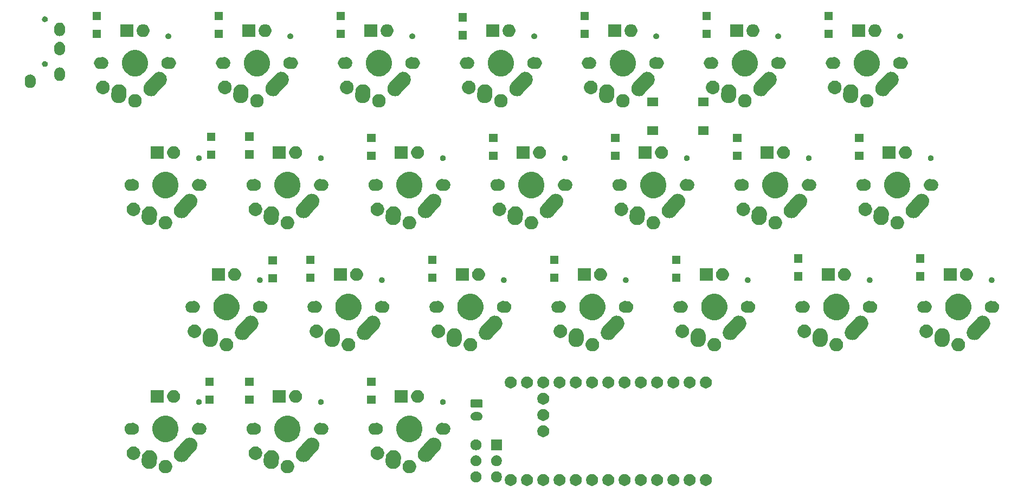
<source format=gbs>
G04 #@! TF.GenerationSoftware,KiCad,Pcbnew,(5.1.4)-1*
G04 #@! TF.CreationDate,2021-01-05T09:43:52-08:00*
G04 #@! TF.ProjectId,andante-classic,616e6461-6e74-4652-9d63-6c6173736963,rev?*
G04 #@! TF.SameCoordinates,Original*
G04 #@! TF.FileFunction,Soldermask,Bot*
G04 #@! TF.FilePolarity,Negative*
%FSLAX46Y46*%
G04 Gerber Fmt 4.6, Leading zero omitted, Abs format (unit mm)*
G04 Created by KiCad (PCBNEW (5.1.4)-1) date 2021-01-05 09:43:52*
%MOMM*%
%LPD*%
G04 APERTURE LIST*
%ADD10C,0.100000*%
G04 APERTURE END LIST*
D10*
G36*
X229210483Y-92808335D02*
G01*
X229379240Y-92878236D01*
X229531118Y-92979718D01*
X229660282Y-93108882D01*
X229761764Y-93260760D01*
X229831665Y-93429517D01*
X229867300Y-93608668D01*
X229867300Y-93791332D01*
X229831665Y-93970483D01*
X229761764Y-94139240D01*
X229660282Y-94291118D01*
X229531118Y-94420282D01*
X229379240Y-94521764D01*
X229210483Y-94591665D01*
X229031332Y-94627300D01*
X228848668Y-94627300D01*
X228669517Y-94591665D01*
X228500760Y-94521764D01*
X228348882Y-94420282D01*
X228219718Y-94291118D01*
X228118236Y-94139240D01*
X228048335Y-93970483D01*
X228012700Y-93791332D01*
X228012700Y-93608668D01*
X228048335Y-93429517D01*
X228118236Y-93260760D01*
X228219718Y-93108882D01*
X228348882Y-92979718D01*
X228500760Y-92878236D01*
X228669517Y-92808335D01*
X228848668Y-92772700D01*
X229031332Y-92772700D01*
X229210483Y-92808335D01*
X229210483Y-92808335D01*
G37*
G36*
X257150483Y-92808335D02*
G01*
X257319240Y-92878236D01*
X257471118Y-92979718D01*
X257600282Y-93108882D01*
X257701764Y-93260760D01*
X257771665Y-93429517D01*
X257807300Y-93608668D01*
X257807300Y-93791332D01*
X257771665Y-93970483D01*
X257701764Y-94139240D01*
X257600282Y-94291118D01*
X257471118Y-94420282D01*
X257319240Y-94521764D01*
X257150483Y-94591665D01*
X256971332Y-94627300D01*
X256788668Y-94627300D01*
X256609517Y-94591665D01*
X256440760Y-94521764D01*
X256288882Y-94420282D01*
X256159718Y-94291118D01*
X256058236Y-94139240D01*
X255988335Y-93970483D01*
X255952700Y-93791332D01*
X255952700Y-93608668D01*
X255988335Y-93429517D01*
X256058236Y-93260760D01*
X256159718Y-93108882D01*
X256288882Y-92979718D01*
X256440760Y-92878236D01*
X256609517Y-92808335D01*
X256788668Y-92772700D01*
X256971332Y-92772700D01*
X257150483Y-92808335D01*
X257150483Y-92808335D01*
G37*
G36*
X259690483Y-92808335D02*
G01*
X259859240Y-92878236D01*
X260011118Y-92979718D01*
X260140282Y-93108882D01*
X260241764Y-93260760D01*
X260311665Y-93429517D01*
X260347300Y-93608668D01*
X260347300Y-93791332D01*
X260311665Y-93970483D01*
X260241764Y-94139240D01*
X260140282Y-94291118D01*
X260011118Y-94420282D01*
X259859240Y-94521764D01*
X259690483Y-94591665D01*
X259511332Y-94627300D01*
X259328668Y-94627300D01*
X259149517Y-94591665D01*
X258980760Y-94521764D01*
X258828882Y-94420282D01*
X258699718Y-94291118D01*
X258598236Y-94139240D01*
X258528335Y-93970483D01*
X258492700Y-93791332D01*
X258492700Y-93608668D01*
X258528335Y-93429517D01*
X258598236Y-93260760D01*
X258699718Y-93108882D01*
X258828882Y-92979718D01*
X258980760Y-92878236D01*
X259149517Y-92808335D01*
X259328668Y-92772700D01*
X259511332Y-92772700D01*
X259690483Y-92808335D01*
X259690483Y-92808335D01*
G37*
G36*
X254610483Y-92808335D02*
G01*
X254779240Y-92878236D01*
X254931118Y-92979718D01*
X255060282Y-93108882D01*
X255161764Y-93260760D01*
X255231665Y-93429517D01*
X255267300Y-93608668D01*
X255267300Y-93791332D01*
X255231665Y-93970483D01*
X255161764Y-94139240D01*
X255060282Y-94291118D01*
X254931118Y-94420282D01*
X254779240Y-94521764D01*
X254610483Y-94591665D01*
X254431332Y-94627300D01*
X254248668Y-94627300D01*
X254069517Y-94591665D01*
X253900760Y-94521764D01*
X253748882Y-94420282D01*
X253619718Y-94291118D01*
X253518236Y-94139240D01*
X253448335Y-93970483D01*
X253412700Y-93791332D01*
X253412700Y-93608668D01*
X253448335Y-93429517D01*
X253518236Y-93260760D01*
X253619718Y-93108882D01*
X253748882Y-92979718D01*
X253900760Y-92878236D01*
X254069517Y-92808335D01*
X254248668Y-92772700D01*
X254431332Y-92772700D01*
X254610483Y-92808335D01*
X254610483Y-92808335D01*
G37*
G36*
X252070483Y-92808335D02*
G01*
X252239240Y-92878236D01*
X252391118Y-92979718D01*
X252520282Y-93108882D01*
X252621764Y-93260760D01*
X252691665Y-93429517D01*
X252727300Y-93608668D01*
X252727300Y-93791332D01*
X252691665Y-93970483D01*
X252621764Y-94139240D01*
X252520282Y-94291118D01*
X252391118Y-94420282D01*
X252239240Y-94521764D01*
X252070483Y-94591665D01*
X251891332Y-94627300D01*
X251708668Y-94627300D01*
X251529517Y-94591665D01*
X251360760Y-94521764D01*
X251208882Y-94420282D01*
X251079718Y-94291118D01*
X250978236Y-94139240D01*
X250908335Y-93970483D01*
X250872700Y-93791332D01*
X250872700Y-93608668D01*
X250908335Y-93429517D01*
X250978236Y-93260760D01*
X251079718Y-93108882D01*
X251208882Y-92979718D01*
X251360760Y-92878236D01*
X251529517Y-92808335D01*
X251708668Y-92772700D01*
X251891332Y-92772700D01*
X252070483Y-92808335D01*
X252070483Y-92808335D01*
G37*
G36*
X249530483Y-92808335D02*
G01*
X249699240Y-92878236D01*
X249851118Y-92979718D01*
X249980282Y-93108882D01*
X250081764Y-93260760D01*
X250151665Y-93429517D01*
X250187300Y-93608668D01*
X250187300Y-93791332D01*
X250151665Y-93970483D01*
X250081764Y-94139240D01*
X249980282Y-94291118D01*
X249851118Y-94420282D01*
X249699240Y-94521764D01*
X249530483Y-94591665D01*
X249351332Y-94627300D01*
X249168668Y-94627300D01*
X248989517Y-94591665D01*
X248820760Y-94521764D01*
X248668882Y-94420282D01*
X248539718Y-94291118D01*
X248438236Y-94139240D01*
X248368335Y-93970483D01*
X248332700Y-93791332D01*
X248332700Y-93608668D01*
X248368335Y-93429517D01*
X248438236Y-93260760D01*
X248539718Y-93108882D01*
X248668882Y-92979718D01*
X248820760Y-92878236D01*
X248989517Y-92808335D01*
X249168668Y-92772700D01*
X249351332Y-92772700D01*
X249530483Y-92808335D01*
X249530483Y-92808335D01*
G37*
G36*
X246990483Y-92808335D02*
G01*
X247159240Y-92878236D01*
X247311118Y-92979718D01*
X247440282Y-93108882D01*
X247541764Y-93260760D01*
X247611665Y-93429517D01*
X247647300Y-93608668D01*
X247647300Y-93791332D01*
X247611665Y-93970483D01*
X247541764Y-94139240D01*
X247440282Y-94291118D01*
X247311118Y-94420282D01*
X247159240Y-94521764D01*
X246990483Y-94591665D01*
X246811332Y-94627300D01*
X246628668Y-94627300D01*
X246449517Y-94591665D01*
X246280760Y-94521764D01*
X246128882Y-94420282D01*
X245999718Y-94291118D01*
X245898236Y-94139240D01*
X245828335Y-93970483D01*
X245792700Y-93791332D01*
X245792700Y-93608668D01*
X245828335Y-93429517D01*
X245898236Y-93260760D01*
X245999718Y-93108882D01*
X246128882Y-92979718D01*
X246280760Y-92878236D01*
X246449517Y-92808335D01*
X246628668Y-92772700D01*
X246811332Y-92772700D01*
X246990483Y-92808335D01*
X246990483Y-92808335D01*
G37*
G36*
X241910483Y-92808335D02*
G01*
X242079240Y-92878236D01*
X242231118Y-92979718D01*
X242360282Y-93108882D01*
X242461764Y-93260760D01*
X242531665Y-93429517D01*
X242567300Y-93608668D01*
X242567300Y-93791332D01*
X242531665Y-93970483D01*
X242461764Y-94139240D01*
X242360282Y-94291118D01*
X242231118Y-94420282D01*
X242079240Y-94521764D01*
X241910483Y-94591665D01*
X241731332Y-94627300D01*
X241548668Y-94627300D01*
X241369517Y-94591665D01*
X241200760Y-94521764D01*
X241048882Y-94420282D01*
X240919718Y-94291118D01*
X240818236Y-94139240D01*
X240748335Y-93970483D01*
X240712700Y-93791332D01*
X240712700Y-93608668D01*
X240748335Y-93429517D01*
X240818236Y-93260760D01*
X240919718Y-93108882D01*
X241048882Y-92979718D01*
X241200760Y-92878236D01*
X241369517Y-92808335D01*
X241548668Y-92772700D01*
X241731332Y-92772700D01*
X241910483Y-92808335D01*
X241910483Y-92808335D01*
G37*
G36*
X244450483Y-92808335D02*
G01*
X244619240Y-92878236D01*
X244771118Y-92979718D01*
X244900282Y-93108882D01*
X245001764Y-93260760D01*
X245071665Y-93429517D01*
X245107300Y-93608668D01*
X245107300Y-93791332D01*
X245071665Y-93970483D01*
X245001764Y-94139240D01*
X244900282Y-94291118D01*
X244771118Y-94420282D01*
X244619240Y-94521764D01*
X244450483Y-94591665D01*
X244271332Y-94627300D01*
X244088668Y-94627300D01*
X243909517Y-94591665D01*
X243740760Y-94521764D01*
X243588882Y-94420282D01*
X243459718Y-94291118D01*
X243358236Y-94139240D01*
X243288335Y-93970483D01*
X243252700Y-93791332D01*
X243252700Y-93608668D01*
X243288335Y-93429517D01*
X243358236Y-93260760D01*
X243459718Y-93108882D01*
X243588882Y-92979718D01*
X243740760Y-92878236D01*
X243909517Y-92808335D01*
X244088668Y-92772700D01*
X244271332Y-92772700D01*
X244450483Y-92808335D01*
X244450483Y-92808335D01*
G37*
G36*
X231750483Y-92808335D02*
G01*
X231919240Y-92878236D01*
X232071118Y-92979718D01*
X232200282Y-93108882D01*
X232301764Y-93260760D01*
X232371665Y-93429517D01*
X232407300Y-93608668D01*
X232407300Y-93791332D01*
X232371665Y-93970483D01*
X232301764Y-94139240D01*
X232200282Y-94291118D01*
X232071118Y-94420282D01*
X231919240Y-94521764D01*
X231750483Y-94591665D01*
X231571332Y-94627300D01*
X231388668Y-94627300D01*
X231209517Y-94591665D01*
X231040760Y-94521764D01*
X230888882Y-94420282D01*
X230759718Y-94291118D01*
X230658236Y-94139240D01*
X230588335Y-93970483D01*
X230552700Y-93791332D01*
X230552700Y-93608668D01*
X230588335Y-93429517D01*
X230658236Y-93260760D01*
X230759718Y-93108882D01*
X230888882Y-92979718D01*
X231040760Y-92878236D01*
X231209517Y-92808335D01*
X231388668Y-92772700D01*
X231571332Y-92772700D01*
X231750483Y-92808335D01*
X231750483Y-92808335D01*
G37*
G36*
X234290483Y-92808335D02*
G01*
X234459240Y-92878236D01*
X234611118Y-92979718D01*
X234740282Y-93108882D01*
X234841764Y-93260760D01*
X234911665Y-93429517D01*
X234947300Y-93608668D01*
X234947300Y-93791332D01*
X234911665Y-93970483D01*
X234841764Y-94139240D01*
X234740282Y-94291118D01*
X234611118Y-94420282D01*
X234459240Y-94521764D01*
X234290483Y-94591665D01*
X234111332Y-94627300D01*
X233928668Y-94627300D01*
X233749517Y-94591665D01*
X233580760Y-94521764D01*
X233428882Y-94420282D01*
X233299718Y-94291118D01*
X233198236Y-94139240D01*
X233128335Y-93970483D01*
X233092700Y-93791332D01*
X233092700Y-93608668D01*
X233128335Y-93429517D01*
X233198236Y-93260760D01*
X233299718Y-93108882D01*
X233428882Y-92979718D01*
X233580760Y-92878236D01*
X233749517Y-92808335D01*
X233928668Y-92772700D01*
X234111332Y-92772700D01*
X234290483Y-92808335D01*
X234290483Y-92808335D01*
G37*
G36*
X239370483Y-92808335D02*
G01*
X239539240Y-92878236D01*
X239691118Y-92979718D01*
X239820282Y-93108882D01*
X239921764Y-93260760D01*
X239991665Y-93429517D01*
X240027300Y-93608668D01*
X240027300Y-93791332D01*
X239991665Y-93970483D01*
X239921764Y-94139240D01*
X239820282Y-94291118D01*
X239691118Y-94420282D01*
X239539240Y-94521764D01*
X239370483Y-94591665D01*
X239191332Y-94627300D01*
X239008668Y-94627300D01*
X238829517Y-94591665D01*
X238660760Y-94521764D01*
X238508882Y-94420282D01*
X238379718Y-94291118D01*
X238278236Y-94139240D01*
X238208335Y-93970483D01*
X238172700Y-93791332D01*
X238172700Y-93608668D01*
X238208335Y-93429517D01*
X238278236Y-93260760D01*
X238379718Y-93108882D01*
X238508882Y-92979718D01*
X238660760Y-92878236D01*
X238829517Y-92808335D01*
X239008668Y-92772700D01*
X239191332Y-92772700D01*
X239370483Y-92808335D01*
X239370483Y-92808335D01*
G37*
G36*
X236830483Y-92808335D02*
G01*
X236999240Y-92878236D01*
X237151118Y-92979718D01*
X237280282Y-93108882D01*
X237381764Y-93260760D01*
X237451665Y-93429517D01*
X237487300Y-93608668D01*
X237487300Y-93791332D01*
X237451665Y-93970483D01*
X237381764Y-94139240D01*
X237280282Y-94291118D01*
X237151118Y-94420282D01*
X236999240Y-94521764D01*
X236830483Y-94591665D01*
X236651332Y-94627300D01*
X236468668Y-94627300D01*
X236289517Y-94591665D01*
X236120760Y-94521764D01*
X235968882Y-94420282D01*
X235839718Y-94291118D01*
X235738236Y-94139240D01*
X235668335Y-93970483D01*
X235632700Y-93791332D01*
X235632700Y-93608668D01*
X235668335Y-93429517D01*
X235738236Y-93260760D01*
X235839718Y-93108882D01*
X235968882Y-92979718D01*
X236120760Y-92878236D01*
X236289517Y-92808335D01*
X236468668Y-92772700D01*
X236651332Y-92772700D01*
X236830483Y-92808335D01*
X236830483Y-92808335D01*
G37*
G36*
X226968228Y-92401703D02*
G01*
X227123100Y-92465853D01*
X227262481Y-92558985D01*
X227381015Y-92677519D01*
X227474147Y-92816900D01*
X227538297Y-92971772D01*
X227571000Y-93136184D01*
X227571000Y-93303816D01*
X227538297Y-93468228D01*
X227474147Y-93623100D01*
X227381015Y-93762481D01*
X227262481Y-93881015D01*
X227123100Y-93974147D01*
X226968228Y-94038297D01*
X226803816Y-94071000D01*
X226636184Y-94071000D01*
X226471772Y-94038297D01*
X226316900Y-93974147D01*
X226177519Y-93881015D01*
X226058985Y-93762481D01*
X225965853Y-93623100D01*
X225901703Y-93468228D01*
X225869000Y-93303816D01*
X225869000Y-93136184D01*
X225901703Y-92971772D01*
X225965853Y-92816900D01*
X226058985Y-92677519D01*
X226177519Y-92558985D01*
X226316900Y-92465853D01*
X226471772Y-92401703D01*
X226636184Y-92369000D01*
X226803816Y-92369000D01*
X226968228Y-92401703D01*
X226968228Y-92401703D01*
G37*
G36*
X223768228Y-92401703D02*
G01*
X223923100Y-92465853D01*
X224062481Y-92558985D01*
X224181015Y-92677519D01*
X224274147Y-92816900D01*
X224338297Y-92971772D01*
X224371000Y-93136184D01*
X224371000Y-93303816D01*
X224338297Y-93468228D01*
X224274147Y-93623100D01*
X224181015Y-93762481D01*
X224062481Y-93881015D01*
X223923100Y-93974147D01*
X223768228Y-94038297D01*
X223603816Y-94071000D01*
X223436184Y-94071000D01*
X223271772Y-94038297D01*
X223116900Y-93974147D01*
X222977519Y-93881015D01*
X222858985Y-93762481D01*
X222765853Y-93623100D01*
X222701703Y-93468228D01*
X222669000Y-93303816D01*
X222669000Y-93136184D01*
X222701703Y-92971772D01*
X222765853Y-92816900D01*
X222858985Y-92677519D01*
X222977519Y-92558985D01*
X223116900Y-92465853D01*
X223271772Y-92401703D01*
X223436184Y-92369000D01*
X223603816Y-92369000D01*
X223768228Y-92401703D01*
X223768228Y-92401703D01*
G37*
G36*
X194378439Y-90614389D02*
G01*
X194558986Y-90689174D01*
X194569710Y-90693616D01*
X194741848Y-90808635D01*
X194888240Y-90955027D01*
X194994370Y-91113861D01*
X195003260Y-91127167D01*
X195082486Y-91318436D01*
X195122875Y-91521484D01*
X195122875Y-91728516D01*
X195082486Y-91931564D01*
X195003260Y-92122833D01*
X195003259Y-92122835D01*
X194888240Y-92294973D01*
X194741848Y-92441365D01*
X194569710Y-92556384D01*
X194569709Y-92556385D01*
X194569708Y-92556385D01*
X194378439Y-92635611D01*
X194175391Y-92676000D01*
X193968359Y-92676000D01*
X193765311Y-92635611D01*
X193574042Y-92556385D01*
X193574041Y-92556385D01*
X193574040Y-92556384D01*
X193401902Y-92441365D01*
X193255510Y-92294973D01*
X193140491Y-92122835D01*
X193140490Y-92122833D01*
X193061264Y-91931564D01*
X193020875Y-91728516D01*
X193020875Y-91521484D01*
X193061264Y-91318436D01*
X193140490Y-91127167D01*
X193149381Y-91113861D01*
X193255510Y-90955027D01*
X193401902Y-90808635D01*
X193574040Y-90693616D01*
X193584764Y-90689174D01*
X193765311Y-90614389D01*
X193968359Y-90574000D01*
X194175391Y-90574000D01*
X194378439Y-90614389D01*
X194378439Y-90614389D01*
G37*
G36*
X175328439Y-90614389D02*
G01*
X175508986Y-90689174D01*
X175519710Y-90693616D01*
X175691848Y-90808635D01*
X175838240Y-90955027D01*
X175944370Y-91113861D01*
X175953260Y-91127167D01*
X176032486Y-91318436D01*
X176072875Y-91521484D01*
X176072875Y-91728516D01*
X176032486Y-91931564D01*
X175953260Y-92122833D01*
X175953259Y-92122835D01*
X175838240Y-92294973D01*
X175691848Y-92441365D01*
X175519710Y-92556384D01*
X175519709Y-92556385D01*
X175519708Y-92556385D01*
X175328439Y-92635611D01*
X175125391Y-92676000D01*
X174918359Y-92676000D01*
X174715311Y-92635611D01*
X174524042Y-92556385D01*
X174524041Y-92556385D01*
X174524040Y-92556384D01*
X174351902Y-92441365D01*
X174205510Y-92294973D01*
X174090491Y-92122835D01*
X174090490Y-92122833D01*
X174011264Y-91931564D01*
X173970875Y-91728516D01*
X173970875Y-91521484D01*
X174011264Y-91318436D01*
X174090490Y-91127167D01*
X174099381Y-91113861D01*
X174205510Y-90955027D01*
X174351902Y-90808635D01*
X174524040Y-90693616D01*
X174534764Y-90689174D01*
X174715311Y-90614389D01*
X174918359Y-90574000D01*
X175125391Y-90574000D01*
X175328439Y-90614389D01*
X175328439Y-90614389D01*
G37*
G36*
X213428439Y-90614389D02*
G01*
X213608986Y-90689174D01*
X213619710Y-90693616D01*
X213791848Y-90808635D01*
X213938240Y-90955027D01*
X214044370Y-91113861D01*
X214053260Y-91127167D01*
X214132486Y-91318436D01*
X214172875Y-91521484D01*
X214172875Y-91728516D01*
X214132486Y-91931564D01*
X214053260Y-92122833D01*
X214053259Y-92122835D01*
X213938240Y-92294973D01*
X213791848Y-92441365D01*
X213619710Y-92556384D01*
X213619709Y-92556385D01*
X213619708Y-92556385D01*
X213428439Y-92635611D01*
X213225391Y-92676000D01*
X213018359Y-92676000D01*
X212815311Y-92635611D01*
X212624042Y-92556385D01*
X212624041Y-92556385D01*
X212624040Y-92556384D01*
X212451902Y-92441365D01*
X212305510Y-92294973D01*
X212190491Y-92122835D01*
X212190490Y-92122833D01*
X212111264Y-91931564D01*
X212070875Y-91728516D01*
X212070875Y-91521484D01*
X212111264Y-91318436D01*
X212190490Y-91127167D01*
X212199381Y-91113861D01*
X212305510Y-90955027D01*
X212451902Y-90808635D01*
X212624040Y-90693616D01*
X212634764Y-90689174D01*
X212815311Y-90614389D01*
X213018359Y-90574000D01*
X213225391Y-90574000D01*
X213428439Y-90614389D01*
X213428439Y-90614389D01*
G37*
G36*
X210930704Y-89084380D02*
G01*
X210930706Y-89084381D01*
X210930708Y-89084381D01*
X211031430Y-89122592D01*
X211147294Y-89166547D01*
X211343693Y-89289389D01*
X211512352Y-89448186D01*
X211646790Y-89636836D01*
X211741842Y-89848089D01*
X211741843Y-89848093D01*
X211793855Y-90073825D01*
X211796110Y-90148727D01*
X211799081Y-90247348D01*
X211758163Y-90847554D01*
X211757875Y-90856032D01*
X211757875Y-90920826D01*
X211742042Y-91000423D01*
X211741390Y-91003982D01*
X211722953Y-91113861D01*
X211722952Y-91113865D01*
X211719341Y-91123383D01*
X211713618Y-91143323D01*
X211712682Y-91148027D01*
X211681386Y-91223583D01*
X211680058Y-91226931D01*
X211640786Y-91330451D01*
X211635446Y-91338988D01*
X211625949Y-91357419D01*
X211624033Y-91362045D01*
X211624031Y-91362048D01*
X211578006Y-91430929D01*
X211575993Y-91434041D01*
X211517944Y-91526850D01*
X211511191Y-91534023D01*
X211498282Y-91550245D01*
X211495336Y-91554654D01*
X211435579Y-91614411D01*
X211432990Y-91617080D01*
X211359147Y-91695509D01*
X211351394Y-91701034D01*
X211335549Y-91714441D01*
X211331529Y-91718461D01*
X211285050Y-91749516D01*
X211259512Y-91766580D01*
X211256479Y-91768674D01*
X211170498Y-91829947D01*
X211162167Y-91833696D01*
X211144020Y-91843750D01*
X211138922Y-91847157D01*
X211138921Y-91847158D01*
X211138920Y-91847158D01*
X211056573Y-91881267D01*
X211053241Y-91882706D01*
X210959245Y-91924999D01*
X210950791Y-91926947D01*
X210931037Y-91933266D01*
X210924902Y-91935807D01*
X210834842Y-91953721D01*
X210831162Y-91954511D01*
X210733508Y-91977011D01*
X210725353Y-91977257D01*
X210704731Y-91979602D01*
X210697701Y-91981000D01*
X210602935Y-91981000D01*
X210599178Y-91981057D01*
X210501962Y-91983985D01*
X210494434Y-91982722D01*
X210473763Y-91981000D01*
X210466049Y-91981000D01*
X210370142Y-91961923D01*
X210366544Y-91961263D01*
X210273504Y-91945652D01*
X210266882Y-91943140D01*
X210246939Y-91937416D01*
X210238848Y-91935807D01*
X210145764Y-91897250D01*
X210142397Y-91895914D01*
X210056914Y-91863485D01*
X210056909Y-91863483D01*
X210051360Y-91860012D01*
X210032919Y-91850509D01*
X210024830Y-91847158D01*
X209938744Y-91789637D01*
X209935675Y-91787654D01*
X209860515Y-91740643D01*
X209856105Y-91736491D01*
X209839876Y-91723576D01*
X209832221Y-91718461D01*
X209757291Y-91643531D01*
X209754618Y-91640938D01*
X209691856Y-91581846D01*
X209688602Y-91577280D01*
X209675196Y-91561436D01*
X209668414Y-91554654D01*
X209608379Y-91464805D01*
X209606241Y-91461707D01*
X209557418Y-91393197D01*
X209555268Y-91388418D01*
X209545218Y-91370278D01*
X209539717Y-91362045D01*
X209497721Y-91260657D01*
X209496237Y-91257222D01*
X209482632Y-91226984D01*
X209462366Y-91181944D01*
X209461254Y-91177118D01*
X209454933Y-91157357D01*
X209451068Y-91148026D01*
X209429436Y-91039275D01*
X209428650Y-91035614D01*
X209410353Y-90956206D01*
X209410210Y-90951454D01*
X209407866Y-90930835D01*
X209405875Y-90920825D01*
X209405875Y-90809359D01*
X209405819Y-90805653D01*
X209405127Y-90782685D01*
X209405587Y-90775934D01*
X209405875Y-90767468D01*
X209405875Y-90689172D01*
X209412870Y-90654004D01*
X209414982Y-90638131D01*
X209452528Y-90087379D01*
X209481255Y-89916171D01*
X209563421Y-89699581D01*
X209686264Y-89503182D01*
X209845061Y-89334523D01*
X210033710Y-89200085D01*
X210244963Y-89105033D01*
X210470700Y-89053020D01*
X210593662Y-89049317D01*
X210702246Y-89046047D01*
X210930704Y-89084380D01*
X210930704Y-89084380D01*
G37*
G36*
X191880704Y-89084380D02*
G01*
X191880706Y-89084381D01*
X191880708Y-89084381D01*
X191981430Y-89122592D01*
X192097294Y-89166547D01*
X192293693Y-89289389D01*
X192462352Y-89448186D01*
X192596790Y-89636836D01*
X192691842Y-89848089D01*
X192691843Y-89848093D01*
X192743855Y-90073825D01*
X192746110Y-90148727D01*
X192749081Y-90247348D01*
X192708163Y-90847554D01*
X192707875Y-90856032D01*
X192707875Y-90920826D01*
X192692042Y-91000423D01*
X192691390Y-91003982D01*
X192672953Y-91113861D01*
X192672952Y-91113865D01*
X192669341Y-91123383D01*
X192663618Y-91143323D01*
X192662682Y-91148027D01*
X192631386Y-91223583D01*
X192630058Y-91226931D01*
X192590786Y-91330451D01*
X192585446Y-91338988D01*
X192575949Y-91357419D01*
X192574033Y-91362045D01*
X192574031Y-91362048D01*
X192528006Y-91430929D01*
X192525993Y-91434041D01*
X192467944Y-91526850D01*
X192461191Y-91534023D01*
X192448282Y-91550245D01*
X192445336Y-91554654D01*
X192385579Y-91614411D01*
X192382990Y-91617080D01*
X192309147Y-91695509D01*
X192301394Y-91701034D01*
X192285549Y-91714441D01*
X192281529Y-91718461D01*
X192235050Y-91749516D01*
X192209512Y-91766580D01*
X192206479Y-91768674D01*
X192120498Y-91829947D01*
X192112167Y-91833696D01*
X192094020Y-91843750D01*
X192088922Y-91847157D01*
X192088921Y-91847158D01*
X192088920Y-91847158D01*
X192006573Y-91881267D01*
X192003241Y-91882706D01*
X191909245Y-91924999D01*
X191900791Y-91926947D01*
X191881037Y-91933266D01*
X191874902Y-91935807D01*
X191784842Y-91953721D01*
X191781162Y-91954511D01*
X191683508Y-91977011D01*
X191675353Y-91977257D01*
X191654731Y-91979602D01*
X191647701Y-91981000D01*
X191552935Y-91981000D01*
X191549178Y-91981057D01*
X191451962Y-91983985D01*
X191444434Y-91982722D01*
X191423763Y-91981000D01*
X191416049Y-91981000D01*
X191320142Y-91961923D01*
X191316544Y-91961263D01*
X191223504Y-91945652D01*
X191216882Y-91943140D01*
X191196939Y-91937416D01*
X191188848Y-91935807D01*
X191095764Y-91897250D01*
X191092397Y-91895914D01*
X191006914Y-91863485D01*
X191006909Y-91863483D01*
X191001360Y-91860012D01*
X190982919Y-91850509D01*
X190974830Y-91847158D01*
X190888744Y-91789637D01*
X190885675Y-91787654D01*
X190810515Y-91740643D01*
X190806105Y-91736491D01*
X190789876Y-91723576D01*
X190782221Y-91718461D01*
X190707291Y-91643531D01*
X190704618Y-91640938D01*
X190641856Y-91581846D01*
X190638602Y-91577280D01*
X190625196Y-91561436D01*
X190618414Y-91554654D01*
X190558379Y-91464805D01*
X190556241Y-91461707D01*
X190507418Y-91393197D01*
X190505268Y-91388418D01*
X190495218Y-91370278D01*
X190489717Y-91362045D01*
X190447721Y-91260657D01*
X190446237Y-91257222D01*
X190432632Y-91226984D01*
X190412366Y-91181944D01*
X190411254Y-91177118D01*
X190404933Y-91157357D01*
X190401068Y-91148026D01*
X190379436Y-91039275D01*
X190378650Y-91035614D01*
X190360353Y-90956206D01*
X190360210Y-90951454D01*
X190357866Y-90930835D01*
X190355875Y-90920825D01*
X190355875Y-90809359D01*
X190355819Y-90805653D01*
X190355127Y-90782685D01*
X190355587Y-90775934D01*
X190355875Y-90767468D01*
X190355875Y-90689172D01*
X190362870Y-90654004D01*
X190364982Y-90638131D01*
X190402528Y-90087379D01*
X190431255Y-89916171D01*
X190513421Y-89699581D01*
X190636264Y-89503182D01*
X190795061Y-89334523D01*
X190983710Y-89200085D01*
X191194963Y-89105033D01*
X191420700Y-89053020D01*
X191543662Y-89049317D01*
X191652246Y-89046047D01*
X191880704Y-89084380D01*
X191880704Y-89084380D01*
G37*
G36*
X172830704Y-89084380D02*
G01*
X172830706Y-89084381D01*
X172830708Y-89084381D01*
X172931430Y-89122592D01*
X173047294Y-89166547D01*
X173243693Y-89289389D01*
X173412352Y-89448186D01*
X173546790Y-89636836D01*
X173641842Y-89848089D01*
X173641843Y-89848093D01*
X173693855Y-90073825D01*
X173696110Y-90148727D01*
X173699081Y-90247348D01*
X173658163Y-90847554D01*
X173657875Y-90856032D01*
X173657875Y-90920826D01*
X173642042Y-91000423D01*
X173641390Y-91003982D01*
X173622953Y-91113861D01*
X173622952Y-91113865D01*
X173619341Y-91123383D01*
X173613618Y-91143323D01*
X173612682Y-91148027D01*
X173581386Y-91223583D01*
X173580058Y-91226931D01*
X173540786Y-91330451D01*
X173535446Y-91338988D01*
X173525949Y-91357419D01*
X173524033Y-91362045D01*
X173524031Y-91362048D01*
X173478006Y-91430929D01*
X173475993Y-91434041D01*
X173417944Y-91526850D01*
X173411191Y-91534023D01*
X173398282Y-91550245D01*
X173395336Y-91554654D01*
X173335579Y-91614411D01*
X173332990Y-91617080D01*
X173259147Y-91695509D01*
X173251394Y-91701034D01*
X173235549Y-91714441D01*
X173231529Y-91718461D01*
X173185050Y-91749516D01*
X173159512Y-91766580D01*
X173156479Y-91768674D01*
X173070498Y-91829947D01*
X173062167Y-91833696D01*
X173044020Y-91843750D01*
X173038922Y-91847157D01*
X173038921Y-91847158D01*
X173038920Y-91847158D01*
X172956573Y-91881267D01*
X172953241Y-91882706D01*
X172859245Y-91924999D01*
X172850791Y-91926947D01*
X172831037Y-91933266D01*
X172824902Y-91935807D01*
X172734842Y-91953721D01*
X172731162Y-91954511D01*
X172633508Y-91977011D01*
X172625353Y-91977257D01*
X172604731Y-91979602D01*
X172597701Y-91981000D01*
X172502935Y-91981000D01*
X172499178Y-91981057D01*
X172401962Y-91983985D01*
X172394434Y-91982722D01*
X172373763Y-91981000D01*
X172366049Y-91981000D01*
X172270142Y-91961923D01*
X172266544Y-91961263D01*
X172173504Y-91945652D01*
X172166882Y-91943140D01*
X172146939Y-91937416D01*
X172138848Y-91935807D01*
X172045764Y-91897250D01*
X172042397Y-91895914D01*
X171956914Y-91863485D01*
X171956909Y-91863483D01*
X171951360Y-91860012D01*
X171932919Y-91850509D01*
X171924830Y-91847158D01*
X171838744Y-91789637D01*
X171835675Y-91787654D01*
X171760515Y-91740643D01*
X171756105Y-91736491D01*
X171739876Y-91723576D01*
X171732221Y-91718461D01*
X171657291Y-91643531D01*
X171654618Y-91640938D01*
X171591856Y-91581846D01*
X171588602Y-91577280D01*
X171575196Y-91561436D01*
X171568414Y-91554654D01*
X171508379Y-91464805D01*
X171506241Y-91461707D01*
X171457418Y-91393197D01*
X171455268Y-91388418D01*
X171445218Y-91370278D01*
X171439717Y-91362045D01*
X171397721Y-91260657D01*
X171396237Y-91257222D01*
X171382632Y-91226984D01*
X171362366Y-91181944D01*
X171361254Y-91177118D01*
X171354933Y-91157357D01*
X171351068Y-91148026D01*
X171329436Y-91039275D01*
X171328650Y-91035614D01*
X171310353Y-90956206D01*
X171310210Y-90951454D01*
X171307866Y-90930835D01*
X171305875Y-90920825D01*
X171305875Y-90809359D01*
X171305819Y-90805653D01*
X171305127Y-90782685D01*
X171305587Y-90775934D01*
X171305875Y-90767468D01*
X171305875Y-90689172D01*
X171312870Y-90654004D01*
X171314982Y-90638131D01*
X171352528Y-90087379D01*
X171381255Y-89916171D01*
X171463421Y-89699581D01*
X171586264Y-89503182D01*
X171745061Y-89334523D01*
X171933710Y-89200085D01*
X172144963Y-89105033D01*
X172370700Y-89053020D01*
X172493662Y-89049317D01*
X172602246Y-89046047D01*
X172830704Y-89084380D01*
X172830704Y-89084380D01*
G37*
G36*
X226968228Y-89901703D02*
G01*
X227123100Y-89965853D01*
X227262481Y-90058985D01*
X227381015Y-90177519D01*
X227474147Y-90316900D01*
X227538297Y-90471772D01*
X227571000Y-90636184D01*
X227571000Y-90803816D01*
X227538297Y-90968228D01*
X227474147Y-91123100D01*
X227381015Y-91262481D01*
X227262481Y-91381015D01*
X227123100Y-91474147D01*
X226968228Y-91538297D01*
X226803816Y-91571000D01*
X226636184Y-91571000D01*
X226471772Y-91538297D01*
X226316900Y-91474147D01*
X226177519Y-91381015D01*
X226058985Y-91262481D01*
X225965853Y-91123100D01*
X225901703Y-90968228D01*
X225869000Y-90803816D01*
X225869000Y-90636184D01*
X225901703Y-90471772D01*
X225965853Y-90316900D01*
X226058985Y-90177519D01*
X226177519Y-90058985D01*
X226316900Y-89965853D01*
X226471772Y-89901703D01*
X226636184Y-89869000D01*
X226803816Y-89869000D01*
X226968228Y-89901703D01*
X226968228Y-89901703D01*
G37*
G36*
X223768228Y-89901703D02*
G01*
X223923100Y-89965853D01*
X224062481Y-90058985D01*
X224181015Y-90177519D01*
X224274147Y-90316900D01*
X224338297Y-90471772D01*
X224371000Y-90636184D01*
X224371000Y-90803816D01*
X224338297Y-90968228D01*
X224274147Y-91123100D01*
X224181015Y-91262481D01*
X224062481Y-91381015D01*
X223923100Y-91474147D01*
X223768228Y-91538297D01*
X223603816Y-91571000D01*
X223436184Y-91571000D01*
X223271772Y-91538297D01*
X223116900Y-91474147D01*
X222977519Y-91381015D01*
X222858985Y-91262481D01*
X222765853Y-91123100D01*
X222701703Y-90968228D01*
X222669000Y-90803816D01*
X222669000Y-90636184D01*
X222701703Y-90471772D01*
X222765853Y-90316900D01*
X222858985Y-90177519D01*
X222977519Y-90058985D01*
X223116900Y-89965853D01*
X223271772Y-89901703D01*
X223436184Y-89869000D01*
X223603816Y-89869000D01*
X223768228Y-89901703D01*
X223768228Y-89901703D01*
G37*
G36*
X217099397Y-87095245D02*
G01*
X217324386Y-87150404D01*
X217429154Y-87199314D01*
X217534295Y-87248398D01*
X217622833Y-87313377D01*
X217721046Y-87385455D01*
X217877472Y-87556315D01*
X217997561Y-87754409D01*
X218076696Y-87972125D01*
X218076696Y-87972126D01*
X218111835Y-88201092D01*
X218111835Y-88201096D01*
X218101630Y-88432522D01*
X218046471Y-88657512D01*
X217997468Y-88762480D01*
X217948479Y-88867418D01*
X217914844Y-88913247D01*
X217845766Y-89007372D01*
X217845760Y-89007379D01*
X217845759Y-89007380D01*
X217592727Y-89289389D01*
X216636939Y-90354632D01*
X216559039Y-90441452D01*
X216548148Y-90455479D01*
X216537261Y-90471772D01*
X216535333Y-90474657D01*
X216478474Y-90531516D01*
X216473827Y-90536423D01*
X216458614Y-90553378D01*
X216436931Y-90573230D01*
X216432992Y-90576998D01*
X216371530Y-90638460D01*
X216357806Y-90647630D01*
X216342851Y-90659362D01*
X216330570Y-90670605D01*
X216255793Y-90715937D01*
X216251225Y-90718845D01*
X216178920Y-90767158D01*
X216163651Y-90773483D01*
X216146726Y-90782055D01*
X216132476Y-90790694D01*
X216050309Y-90820559D01*
X216045267Y-90822519D01*
X215964902Y-90855807D01*
X215948697Y-90859030D01*
X215930402Y-90864142D01*
X215914760Y-90869828D01*
X215828422Y-90883078D01*
X215823005Y-90884032D01*
X215737702Y-90901000D01*
X215721180Y-90901000D01*
X215702218Y-90902447D01*
X215685793Y-90904968D01*
X215685789Y-90904968D01*
X215598529Y-90901120D01*
X215593061Y-90901000D01*
X215506048Y-90901000D01*
X215489830Y-90897774D01*
X215470970Y-90895495D01*
X215454364Y-90894763D01*
X215369554Y-90873971D01*
X215364261Y-90872797D01*
X215295046Y-90859029D01*
X215278847Y-90855807D01*
X215263554Y-90849472D01*
X215245495Y-90843556D01*
X215229374Y-90839604D01*
X215150315Y-90802696D01*
X215145344Y-90800508D01*
X215064830Y-90767158D01*
X215051046Y-90757948D01*
X215034490Y-90748625D01*
X215019469Y-90741612D01*
X214949206Y-90690046D01*
X214944707Y-90686894D01*
X214872221Y-90638461D01*
X214860491Y-90626731D01*
X214846060Y-90614347D01*
X214832718Y-90604555D01*
X214832715Y-90604553D01*
X214773896Y-90540307D01*
X214770111Y-90536351D01*
X214708417Y-90474657D01*
X214706489Y-90471772D01*
X214699189Y-90460847D01*
X214687461Y-90445897D01*
X214676288Y-90433693D01*
X214631148Y-90359232D01*
X214628234Y-90354656D01*
X214579717Y-90282045D01*
X214573353Y-90266682D01*
X214564775Y-90249745D01*
X214556199Y-90235599D01*
X214526466Y-90153797D01*
X214524512Y-90148767D01*
X214491068Y-90068027D01*
X214487822Y-90051709D01*
X214482708Y-90033408D01*
X214477065Y-90017883D01*
X214463878Y-89931957D01*
X214462923Y-89926533D01*
X214445875Y-89840827D01*
X214445875Y-89824186D01*
X214444428Y-89805224D01*
X214441925Y-89788916D01*
X214443075Y-89762842D01*
X214445755Y-89702060D01*
X214445875Y-89696592D01*
X214445875Y-89609173D01*
X214449124Y-89592839D01*
X214451403Y-89573980D01*
X214452130Y-89557487D01*
X214472831Y-89473050D01*
X214474006Y-89467752D01*
X214491068Y-89381973D01*
X214497451Y-89366564D01*
X214503362Y-89348516D01*
X214507289Y-89332497D01*
X214544048Y-89253757D01*
X214546229Y-89248801D01*
X214579717Y-89167955D01*
X214588981Y-89154091D01*
X214598309Y-89137527D01*
X214605280Y-89122594D01*
X214618168Y-89105033D01*
X214656676Y-89052563D01*
X214659815Y-89048080D01*
X214708414Y-88975346D01*
X214765603Y-88918157D01*
X214770253Y-88913247D01*
X216095136Y-87436640D01*
X216095142Y-87436635D01*
X216095146Y-87436630D01*
X216223189Y-87319403D01*
X216421283Y-87199314D01*
X216638999Y-87120179D01*
X216715323Y-87108466D01*
X216867966Y-87085040D01*
X216867970Y-87085040D01*
X217099397Y-87095245D01*
X217099397Y-87095245D01*
G37*
G36*
X198049397Y-87095245D02*
G01*
X198274386Y-87150404D01*
X198379154Y-87199314D01*
X198484295Y-87248398D01*
X198572833Y-87313377D01*
X198671046Y-87385455D01*
X198827472Y-87556315D01*
X198947561Y-87754409D01*
X199026696Y-87972125D01*
X199026696Y-87972126D01*
X199061835Y-88201092D01*
X199061835Y-88201096D01*
X199051630Y-88432522D01*
X198996471Y-88657512D01*
X198947468Y-88762480D01*
X198898479Y-88867418D01*
X198864844Y-88913247D01*
X198795766Y-89007372D01*
X198795760Y-89007379D01*
X198795759Y-89007380D01*
X198542727Y-89289389D01*
X197586939Y-90354632D01*
X197509039Y-90441452D01*
X197498148Y-90455479D01*
X197487261Y-90471772D01*
X197485333Y-90474657D01*
X197428474Y-90531516D01*
X197423827Y-90536423D01*
X197408614Y-90553378D01*
X197386931Y-90573230D01*
X197382992Y-90576998D01*
X197321530Y-90638460D01*
X197307806Y-90647630D01*
X197292851Y-90659362D01*
X197280570Y-90670605D01*
X197205793Y-90715937D01*
X197201225Y-90718845D01*
X197128920Y-90767158D01*
X197113651Y-90773483D01*
X197096726Y-90782055D01*
X197082476Y-90790694D01*
X197000309Y-90820559D01*
X196995267Y-90822519D01*
X196914902Y-90855807D01*
X196898697Y-90859030D01*
X196880402Y-90864142D01*
X196864760Y-90869828D01*
X196778422Y-90883078D01*
X196773005Y-90884032D01*
X196687702Y-90901000D01*
X196671180Y-90901000D01*
X196652218Y-90902447D01*
X196635793Y-90904968D01*
X196635789Y-90904968D01*
X196548529Y-90901120D01*
X196543061Y-90901000D01*
X196456048Y-90901000D01*
X196439830Y-90897774D01*
X196420970Y-90895495D01*
X196404364Y-90894763D01*
X196319554Y-90873971D01*
X196314261Y-90872797D01*
X196245046Y-90859029D01*
X196228847Y-90855807D01*
X196213554Y-90849472D01*
X196195495Y-90843556D01*
X196179374Y-90839604D01*
X196100315Y-90802696D01*
X196095344Y-90800508D01*
X196014830Y-90767158D01*
X196001046Y-90757948D01*
X195984490Y-90748625D01*
X195969469Y-90741612D01*
X195899206Y-90690046D01*
X195894707Y-90686894D01*
X195822221Y-90638461D01*
X195810491Y-90626731D01*
X195796060Y-90614347D01*
X195782718Y-90604555D01*
X195782715Y-90604553D01*
X195723896Y-90540307D01*
X195720111Y-90536351D01*
X195658417Y-90474657D01*
X195656489Y-90471772D01*
X195649189Y-90460847D01*
X195637461Y-90445897D01*
X195626288Y-90433693D01*
X195581148Y-90359232D01*
X195578234Y-90354656D01*
X195529717Y-90282045D01*
X195523353Y-90266682D01*
X195514775Y-90249745D01*
X195506199Y-90235599D01*
X195476466Y-90153797D01*
X195474512Y-90148767D01*
X195441068Y-90068027D01*
X195437822Y-90051709D01*
X195432708Y-90033408D01*
X195427065Y-90017883D01*
X195413878Y-89931957D01*
X195412923Y-89926533D01*
X195395875Y-89840827D01*
X195395875Y-89824186D01*
X195394428Y-89805224D01*
X195391925Y-89788916D01*
X195393075Y-89762842D01*
X195395755Y-89702060D01*
X195395875Y-89696592D01*
X195395875Y-89609173D01*
X195399124Y-89592839D01*
X195401403Y-89573980D01*
X195402130Y-89557487D01*
X195422831Y-89473050D01*
X195424006Y-89467752D01*
X195441068Y-89381973D01*
X195447451Y-89366564D01*
X195453362Y-89348516D01*
X195457289Y-89332497D01*
X195494048Y-89253757D01*
X195496229Y-89248801D01*
X195529717Y-89167955D01*
X195538981Y-89154091D01*
X195548309Y-89137527D01*
X195555280Y-89122594D01*
X195568168Y-89105033D01*
X195606676Y-89052563D01*
X195609815Y-89048080D01*
X195658414Y-88975346D01*
X195715603Y-88918157D01*
X195720253Y-88913247D01*
X197045136Y-87436640D01*
X197045142Y-87436635D01*
X197045146Y-87436630D01*
X197173189Y-87319403D01*
X197371283Y-87199314D01*
X197588999Y-87120179D01*
X197665323Y-87108466D01*
X197817966Y-87085040D01*
X197817970Y-87085040D01*
X198049397Y-87095245D01*
X198049397Y-87095245D01*
G37*
G36*
X178999397Y-87095245D02*
G01*
X179224386Y-87150404D01*
X179329154Y-87199314D01*
X179434295Y-87248398D01*
X179522833Y-87313377D01*
X179621046Y-87385455D01*
X179777472Y-87556315D01*
X179897561Y-87754409D01*
X179976696Y-87972125D01*
X179976696Y-87972126D01*
X180011835Y-88201092D01*
X180011835Y-88201096D01*
X180001630Y-88432522D01*
X179946471Y-88657512D01*
X179897468Y-88762480D01*
X179848479Y-88867418D01*
X179814844Y-88913247D01*
X179745766Y-89007372D01*
X179745760Y-89007379D01*
X179745759Y-89007380D01*
X179492727Y-89289389D01*
X178536939Y-90354632D01*
X178459039Y-90441452D01*
X178448148Y-90455479D01*
X178437261Y-90471772D01*
X178435333Y-90474657D01*
X178378474Y-90531516D01*
X178373827Y-90536423D01*
X178358614Y-90553378D01*
X178336931Y-90573230D01*
X178332992Y-90576998D01*
X178271530Y-90638460D01*
X178257806Y-90647630D01*
X178242851Y-90659362D01*
X178230570Y-90670605D01*
X178155793Y-90715937D01*
X178151225Y-90718845D01*
X178078920Y-90767158D01*
X178063651Y-90773483D01*
X178046726Y-90782055D01*
X178032476Y-90790694D01*
X177950309Y-90820559D01*
X177945267Y-90822519D01*
X177864902Y-90855807D01*
X177848697Y-90859030D01*
X177830402Y-90864142D01*
X177814760Y-90869828D01*
X177728422Y-90883078D01*
X177723005Y-90884032D01*
X177637702Y-90901000D01*
X177621180Y-90901000D01*
X177602218Y-90902447D01*
X177585793Y-90904968D01*
X177585789Y-90904968D01*
X177498529Y-90901120D01*
X177493061Y-90901000D01*
X177406048Y-90901000D01*
X177389830Y-90897774D01*
X177370970Y-90895495D01*
X177354364Y-90894763D01*
X177269554Y-90873971D01*
X177264261Y-90872797D01*
X177195046Y-90859029D01*
X177178847Y-90855807D01*
X177163554Y-90849472D01*
X177145495Y-90843556D01*
X177129374Y-90839604D01*
X177050315Y-90802696D01*
X177045344Y-90800508D01*
X176964830Y-90767158D01*
X176951046Y-90757948D01*
X176934490Y-90748625D01*
X176919469Y-90741612D01*
X176849206Y-90690046D01*
X176844707Y-90686894D01*
X176772221Y-90638461D01*
X176760491Y-90626731D01*
X176746060Y-90614347D01*
X176732718Y-90604555D01*
X176732715Y-90604553D01*
X176673896Y-90540307D01*
X176670111Y-90536351D01*
X176608417Y-90474657D01*
X176606489Y-90471772D01*
X176599189Y-90460847D01*
X176587461Y-90445897D01*
X176576288Y-90433693D01*
X176531148Y-90359232D01*
X176528234Y-90354656D01*
X176479717Y-90282045D01*
X176473353Y-90266682D01*
X176464775Y-90249745D01*
X176456199Y-90235599D01*
X176426466Y-90153797D01*
X176424512Y-90148767D01*
X176391068Y-90068027D01*
X176387822Y-90051709D01*
X176382708Y-90033408D01*
X176377065Y-90017883D01*
X176363878Y-89931957D01*
X176362923Y-89926533D01*
X176345875Y-89840827D01*
X176345875Y-89824186D01*
X176344428Y-89805224D01*
X176341925Y-89788916D01*
X176343075Y-89762842D01*
X176345755Y-89702060D01*
X176345875Y-89696592D01*
X176345875Y-89609173D01*
X176349124Y-89592839D01*
X176351403Y-89573980D01*
X176352130Y-89557487D01*
X176372831Y-89473050D01*
X176374006Y-89467752D01*
X176391068Y-89381973D01*
X176397451Y-89366564D01*
X176403362Y-89348516D01*
X176407289Y-89332497D01*
X176444048Y-89253757D01*
X176446229Y-89248801D01*
X176479717Y-89167955D01*
X176488981Y-89154091D01*
X176498309Y-89137527D01*
X176505280Y-89122594D01*
X176518168Y-89105033D01*
X176556676Y-89052563D01*
X176559815Y-89048080D01*
X176608414Y-88975346D01*
X176665603Y-88918157D01*
X176670253Y-88913247D01*
X177995136Y-87436640D01*
X177995142Y-87436635D01*
X177995146Y-87436630D01*
X178123189Y-87319403D01*
X178321283Y-87199314D01*
X178538999Y-87120179D01*
X178615323Y-87108466D01*
X178767966Y-87085040D01*
X178767970Y-87085040D01*
X178999397Y-87095245D01*
X178999397Y-87095245D01*
G37*
G36*
X208428439Y-88514389D02*
G01*
X208619708Y-88593615D01*
X208619710Y-88593616D01*
X208791848Y-88708635D01*
X208938240Y-88855027D01*
X209040034Y-89007372D01*
X209053260Y-89027167D01*
X209132486Y-89218436D01*
X209172875Y-89421484D01*
X209172875Y-89628516D01*
X209132486Y-89831564D01*
X209090902Y-89931957D01*
X209053259Y-90022835D01*
X208938240Y-90194973D01*
X208791848Y-90341365D01*
X208619710Y-90456384D01*
X208619709Y-90456385D01*
X208619708Y-90456385D01*
X208428439Y-90535611D01*
X208225391Y-90576000D01*
X208018359Y-90576000D01*
X207815311Y-90535611D01*
X207624042Y-90456385D01*
X207624041Y-90456385D01*
X207624040Y-90456384D01*
X207451902Y-90341365D01*
X207305510Y-90194973D01*
X207190491Y-90022835D01*
X207152848Y-89931957D01*
X207111264Y-89831564D01*
X207070875Y-89628516D01*
X207070875Y-89421484D01*
X207111264Y-89218436D01*
X207190490Y-89027167D01*
X207203717Y-89007372D01*
X207305510Y-88855027D01*
X207451902Y-88708635D01*
X207624040Y-88593616D01*
X207624042Y-88593615D01*
X207815311Y-88514389D01*
X208018359Y-88474000D01*
X208225391Y-88474000D01*
X208428439Y-88514389D01*
X208428439Y-88514389D01*
G37*
G36*
X189378439Y-88514389D02*
G01*
X189569708Y-88593615D01*
X189569710Y-88593616D01*
X189741848Y-88708635D01*
X189888240Y-88855027D01*
X189990034Y-89007372D01*
X190003260Y-89027167D01*
X190082486Y-89218436D01*
X190122875Y-89421484D01*
X190122875Y-89628516D01*
X190082486Y-89831564D01*
X190040902Y-89931957D01*
X190003259Y-90022835D01*
X189888240Y-90194973D01*
X189741848Y-90341365D01*
X189569710Y-90456384D01*
X189569709Y-90456385D01*
X189569708Y-90456385D01*
X189378439Y-90535611D01*
X189175391Y-90576000D01*
X188968359Y-90576000D01*
X188765311Y-90535611D01*
X188574042Y-90456385D01*
X188574041Y-90456385D01*
X188574040Y-90456384D01*
X188401902Y-90341365D01*
X188255510Y-90194973D01*
X188140491Y-90022835D01*
X188102848Y-89931957D01*
X188061264Y-89831564D01*
X188020875Y-89628516D01*
X188020875Y-89421484D01*
X188061264Y-89218436D01*
X188140490Y-89027167D01*
X188153717Y-89007372D01*
X188255510Y-88855027D01*
X188401902Y-88708635D01*
X188574040Y-88593616D01*
X188574042Y-88593615D01*
X188765311Y-88514389D01*
X188968359Y-88474000D01*
X189175391Y-88474000D01*
X189378439Y-88514389D01*
X189378439Y-88514389D01*
G37*
G36*
X170328439Y-88514389D02*
G01*
X170519708Y-88593615D01*
X170519710Y-88593616D01*
X170691848Y-88708635D01*
X170838240Y-88855027D01*
X170940034Y-89007372D01*
X170953260Y-89027167D01*
X171032486Y-89218436D01*
X171072875Y-89421484D01*
X171072875Y-89628516D01*
X171032486Y-89831564D01*
X170990902Y-89931957D01*
X170953259Y-90022835D01*
X170838240Y-90194973D01*
X170691848Y-90341365D01*
X170519710Y-90456384D01*
X170519709Y-90456385D01*
X170519708Y-90456385D01*
X170328439Y-90535611D01*
X170125391Y-90576000D01*
X169918359Y-90576000D01*
X169715311Y-90535611D01*
X169524042Y-90456385D01*
X169524041Y-90456385D01*
X169524040Y-90456384D01*
X169351902Y-90341365D01*
X169205510Y-90194973D01*
X169090491Y-90022835D01*
X169052848Y-89931957D01*
X169011264Y-89831564D01*
X168970875Y-89628516D01*
X168970875Y-89421484D01*
X169011264Y-89218436D01*
X169090490Y-89027167D01*
X169103717Y-89007372D01*
X169205510Y-88855027D01*
X169351902Y-88708635D01*
X169524040Y-88593616D01*
X169524042Y-88593615D01*
X169715311Y-88514389D01*
X169918359Y-88474000D01*
X170125391Y-88474000D01*
X170328439Y-88514389D01*
X170328439Y-88514389D01*
G37*
G36*
X223768228Y-87401703D02*
G01*
X223923100Y-87465853D01*
X224062481Y-87558985D01*
X224181015Y-87677519D01*
X224274147Y-87816900D01*
X224338297Y-87971772D01*
X224371000Y-88136184D01*
X224371000Y-88303816D01*
X224338297Y-88468228D01*
X224274147Y-88623100D01*
X224181015Y-88762481D01*
X224062481Y-88881015D01*
X223923100Y-88974147D01*
X223768228Y-89038297D01*
X223603816Y-89071000D01*
X223436184Y-89071000D01*
X223271772Y-89038297D01*
X223116900Y-88974147D01*
X222977519Y-88881015D01*
X222858985Y-88762481D01*
X222765853Y-88623100D01*
X222701703Y-88468228D01*
X222669000Y-88303816D01*
X222669000Y-88136184D01*
X222701703Y-87971772D01*
X222765853Y-87816900D01*
X222858985Y-87677519D01*
X222977519Y-87558985D01*
X223116900Y-87465853D01*
X223271772Y-87401703D01*
X223436184Y-87369000D01*
X223603816Y-87369000D01*
X223768228Y-87401703D01*
X223768228Y-87401703D01*
G37*
G36*
X227571000Y-89071000D02*
G01*
X225869000Y-89071000D01*
X225869000Y-87369000D01*
X227571000Y-87369000D01*
X227571000Y-89071000D01*
X227571000Y-89071000D01*
G37*
G36*
X194668349Y-83758684D02*
G01*
X194886349Y-83848983D01*
X195040498Y-83912833D01*
X195375423Y-84136623D01*
X195660252Y-84421452D01*
X195884042Y-84756377D01*
X195916437Y-84834586D01*
X196038191Y-85128526D01*
X196116775Y-85523594D01*
X196116775Y-85926406D01*
X196038191Y-86321474D01*
X195956273Y-86519241D01*
X195884042Y-86693623D01*
X195660252Y-87028548D01*
X195375423Y-87313377D01*
X195040498Y-87537167D01*
X194994270Y-87556315D01*
X194668349Y-87691316D01*
X194273281Y-87769900D01*
X193870469Y-87769900D01*
X193475401Y-87691316D01*
X193149480Y-87556315D01*
X193103252Y-87537167D01*
X192768327Y-87313377D01*
X192483498Y-87028548D01*
X192259708Y-86693623D01*
X192187477Y-86519241D01*
X192105559Y-86321474D01*
X192026975Y-85926406D01*
X192026975Y-85523594D01*
X192105559Y-85128526D01*
X192227313Y-84834586D01*
X192259708Y-84756377D01*
X192483498Y-84421452D01*
X192768327Y-84136623D01*
X193103252Y-83912833D01*
X193257401Y-83848983D01*
X193475401Y-83758684D01*
X193870469Y-83680100D01*
X194273281Y-83680100D01*
X194668349Y-83758684D01*
X194668349Y-83758684D01*
G37*
G36*
X175618349Y-83758684D02*
G01*
X175836349Y-83848983D01*
X175990498Y-83912833D01*
X176325423Y-84136623D01*
X176610252Y-84421452D01*
X176834042Y-84756377D01*
X176866437Y-84834586D01*
X176988191Y-85128526D01*
X177066775Y-85523594D01*
X177066775Y-85926406D01*
X176988191Y-86321474D01*
X176906273Y-86519241D01*
X176834042Y-86693623D01*
X176610252Y-87028548D01*
X176325423Y-87313377D01*
X175990498Y-87537167D01*
X175944270Y-87556315D01*
X175618349Y-87691316D01*
X175223281Y-87769900D01*
X174820469Y-87769900D01*
X174425401Y-87691316D01*
X174099480Y-87556315D01*
X174053252Y-87537167D01*
X173718327Y-87313377D01*
X173433498Y-87028548D01*
X173209708Y-86693623D01*
X173137477Y-86519241D01*
X173055559Y-86321474D01*
X172976975Y-85926406D01*
X172976975Y-85523594D01*
X173055559Y-85128526D01*
X173177313Y-84834586D01*
X173209708Y-84756377D01*
X173433498Y-84421452D01*
X173718327Y-84136623D01*
X174053252Y-83912833D01*
X174207401Y-83848983D01*
X174425401Y-83758684D01*
X174820469Y-83680100D01*
X175223281Y-83680100D01*
X175618349Y-83758684D01*
X175618349Y-83758684D01*
G37*
G36*
X213718349Y-83758684D02*
G01*
X213936349Y-83848983D01*
X214090498Y-83912833D01*
X214425423Y-84136623D01*
X214710252Y-84421452D01*
X214934042Y-84756377D01*
X214966437Y-84834586D01*
X215088191Y-85128526D01*
X215166775Y-85523594D01*
X215166775Y-85926406D01*
X215088191Y-86321474D01*
X215006273Y-86519241D01*
X214934042Y-86693623D01*
X214710252Y-87028548D01*
X214425423Y-87313377D01*
X214090498Y-87537167D01*
X214044270Y-87556315D01*
X213718349Y-87691316D01*
X213323281Y-87769900D01*
X212920469Y-87769900D01*
X212525401Y-87691316D01*
X212199480Y-87556315D01*
X212153252Y-87537167D01*
X211818327Y-87313377D01*
X211533498Y-87028548D01*
X211309708Y-86693623D01*
X211237477Y-86519241D01*
X211155559Y-86321474D01*
X211076975Y-85926406D01*
X211076975Y-85523594D01*
X211155559Y-85128526D01*
X211277313Y-84834586D01*
X211309708Y-84756377D01*
X211533498Y-84421452D01*
X211818327Y-84136623D01*
X212153252Y-83912833D01*
X212307401Y-83848983D01*
X212525401Y-83758684D01*
X212920469Y-83680100D01*
X213323281Y-83680100D01*
X213718349Y-83758684D01*
X213718349Y-83758684D01*
G37*
G36*
X234290483Y-85188335D02*
G01*
X234459240Y-85258236D01*
X234611118Y-85359718D01*
X234740282Y-85488882D01*
X234841764Y-85640760D01*
X234911665Y-85809517D01*
X234947300Y-85988668D01*
X234947300Y-86171332D01*
X234911665Y-86350483D01*
X234841764Y-86519240D01*
X234740282Y-86671118D01*
X234611118Y-86800282D01*
X234459240Y-86901764D01*
X234290483Y-86971665D01*
X234111332Y-87007300D01*
X233928668Y-87007300D01*
X233749517Y-86971665D01*
X233580760Y-86901764D01*
X233428882Y-86800282D01*
X233299718Y-86671118D01*
X233198236Y-86519240D01*
X233128335Y-86350483D01*
X233092700Y-86171332D01*
X233092700Y-85988668D01*
X233128335Y-85809517D01*
X233198236Y-85640760D01*
X233299718Y-85488882D01*
X233428882Y-85359718D01*
X233580760Y-85258236D01*
X233749517Y-85188335D01*
X233928668Y-85152700D01*
X234111332Y-85152700D01*
X234290483Y-85188335D01*
X234290483Y-85188335D01*
G37*
G36*
X218451575Y-84830526D02*
G01*
X218475946Y-84832927D01*
X218500325Y-84830526D01*
X218533134Y-84824000D01*
X218710617Y-84824000D01*
X218735387Y-84828927D01*
X218884687Y-84858624D01*
X219048659Y-84926544D01*
X219196229Y-85025147D01*
X219321728Y-85150646D01*
X219420331Y-85298216D01*
X219488251Y-85462188D01*
X219522875Y-85636259D01*
X219522875Y-85813741D01*
X219488251Y-85987812D01*
X219420331Y-86151784D01*
X219321728Y-86299354D01*
X219196229Y-86424853D01*
X219048659Y-86523456D01*
X218884687Y-86591376D01*
X218743420Y-86619475D01*
X218710617Y-86626000D01*
X218533134Y-86626000D01*
X218500325Y-86619474D01*
X218475949Y-86617073D01*
X218451575Y-86619474D01*
X218293078Y-86651000D01*
X218110672Y-86651000D01*
X217931771Y-86615415D01*
X217763249Y-86545611D01*
X217611584Y-86444272D01*
X217482603Y-86315291D01*
X217381264Y-86163626D01*
X217311460Y-85995104D01*
X217275875Y-85816203D01*
X217275875Y-85633797D01*
X217311460Y-85454896D01*
X217381264Y-85286374D01*
X217482603Y-85134709D01*
X217611584Y-85005728D01*
X217763249Y-84904389D01*
X217931771Y-84834585D01*
X218110672Y-84799000D01*
X218293078Y-84799000D01*
X218451575Y-84830526D01*
X218451575Y-84830526D01*
G37*
G36*
X170211979Y-84834585D02*
G01*
X170380501Y-84904389D01*
X170532166Y-85005728D01*
X170661147Y-85134709D01*
X170762486Y-85286374D01*
X170832290Y-85454896D01*
X170867875Y-85633797D01*
X170867875Y-85816203D01*
X170832290Y-85995104D01*
X170762486Y-86163626D01*
X170661147Y-86315291D01*
X170532166Y-86444272D01*
X170380501Y-86545611D01*
X170211979Y-86615415D01*
X170033078Y-86651000D01*
X169850672Y-86651000D01*
X169692175Y-86619474D01*
X169667804Y-86617073D01*
X169643425Y-86619474D01*
X169610616Y-86626000D01*
X169433133Y-86626000D01*
X169400330Y-86619475D01*
X169259063Y-86591376D01*
X169095091Y-86523456D01*
X168947521Y-86424853D01*
X168822022Y-86299354D01*
X168723419Y-86151784D01*
X168655499Y-85987812D01*
X168620875Y-85813741D01*
X168620875Y-85636259D01*
X168655499Y-85462188D01*
X168723419Y-85298216D01*
X168822022Y-85150646D01*
X168947521Y-85025147D01*
X169095091Y-84926544D01*
X169259063Y-84858624D01*
X169408363Y-84828927D01*
X169433133Y-84824000D01*
X169610616Y-84824000D01*
X169643425Y-84830526D01*
X169667801Y-84832927D01*
X169692175Y-84830526D01*
X169850672Y-84799000D01*
X170033078Y-84799000D01*
X170211979Y-84834585D01*
X170211979Y-84834585D01*
G37*
G36*
X180351575Y-84830526D02*
G01*
X180375946Y-84832927D01*
X180400325Y-84830526D01*
X180433134Y-84824000D01*
X180610617Y-84824000D01*
X180635387Y-84828927D01*
X180784687Y-84858624D01*
X180948659Y-84926544D01*
X181096229Y-85025147D01*
X181221728Y-85150646D01*
X181320331Y-85298216D01*
X181388251Y-85462188D01*
X181422875Y-85636259D01*
X181422875Y-85813741D01*
X181388251Y-85987812D01*
X181320331Y-86151784D01*
X181221728Y-86299354D01*
X181096229Y-86424853D01*
X180948659Y-86523456D01*
X180784687Y-86591376D01*
X180643420Y-86619475D01*
X180610617Y-86626000D01*
X180433134Y-86626000D01*
X180400325Y-86619474D01*
X180375949Y-86617073D01*
X180351575Y-86619474D01*
X180193078Y-86651000D01*
X180010672Y-86651000D01*
X179831771Y-86615415D01*
X179663249Y-86545611D01*
X179511584Y-86444272D01*
X179382603Y-86315291D01*
X179281264Y-86163626D01*
X179211460Y-85995104D01*
X179175875Y-85816203D01*
X179175875Y-85633797D01*
X179211460Y-85454896D01*
X179281264Y-85286374D01*
X179382603Y-85134709D01*
X179511584Y-85005728D01*
X179663249Y-84904389D01*
X179831771Y-84834585D01*
X180010672Y-84799000D01*
X180193078Y-84799000D01*
X180351575Y-84830526D01*
X180351575Y-84830526D01*
G37*
G36*
X189261979Y-84834585D02*
G01*
X189430501Y-84904389D01*
X189582166Y-85005728D01*
X189711147Y-85134709D01*
X189812486Y-85286374D01*
X189882290Y-85454896D01*
X189917875Y-85633797D01*
X189917875Y-85816203D01*
X189882290Y-85995104D01*
X189812486Y-86163626D01*
X189711147Y-86315291D01*
X189582166Y-86444272D01*
X189430501Y-86545611D01*
X189261979Y-86615415D01*
X189083078Y-86651000D01*
X188900672Y-86651000D01*
X188742175Y-86619474D01*
X188717804Y-86617073D01*
X188693425Y-86619474D01*
X188660616Y-86626000D01*
X188483133Y-86626000D01*
X188450330Y-86619475D01*
X188309063Y-86591376D01*
X188145091Y-86523456D01*
X187997521Y-86424853D01*
X187872022Y-86299354D01*
X187773419Y-86151784D01*
X187705499Y-85987812D01*
X187670875Y-85813741D01*
X187670875Y-85636259D01*
X187705499Y-85462188D01*
X187773419Y-85298216D01*
X187872022Y-85150646D01*
X187997521Y-85025147D01*
X188145091Y-84926544D01*
X188309063Y-84858624D01*
X188458363Y-84828927D01*
X188483133Y-84824000D01*
X188660616Y-84824000D01*
X188693425Y-84830526D01*
X188717801Y-84832927D01*
X188742175Y-84830526D01*
X188900672Y-84799000D01*
X189083078Y-84799000D01*
X189261979Y-84834585D01*
X189261979Y-84834585D01*
G37*
G36*
X199401575Y-84830526D02*
G01*
X199425946Y-84832927D01*
X199450325Y-84830526D01*
X199483134Y-84824000D01*
X199660617Y-84824000D01*
X199685387Y-84828927D01*
X199834687Y-84858624D01*
X199998659Y-84926544D01*
X200146229Y-85025147D01*
X200271728Y-85150646D01*
X200370331Y-85298216D01*
X200438251Y-85462188D01*
X200472875Y-85636259D01*
X200472875Y-85813741D01*
X200438251Y-85987812D01*
X200370331Y-86151784D01*
X200271728Y-86299354D01*
X200146229Y-86424853D01*
X199998659Y-86523456D01*
X199834687Y-86591376D01*
X199693420Y-86619475D01*
X199660617Y-86626000D01*
X199483134Y-86626000D01*
X199450325Y-86619474D01*
X199425949Y-86617073D01*
X199401575Y-86619474D01*
X199243078Y-86651000D01*
X199060672Y-86651000D01*
X198881771Y-86615415D01*
X198713249Y-86545611D01*
X198561584Y-86444272D01*
X198432603Y-86315291D01*
X198331264Y-86163626D01*
X198261460Y-85995104D01*
X198225875Y-85816203D01*
X198225875Y-85633797D01*
X198261460Y-85454896D01*
X198331264Y-85286374D01*
X198432603Y-85134709D01*
X198561584Y-85005728D01*
X198713249Y-84904389D01*
X198881771Y-84834585D01*
X199060672Y-84799000D01*
X199243078Y-84799000D01*
X199401575Y-84830526D01*
X199401575Y-84830526D01*
G37*
G36*
X208311979Y-84834585D02*
G01*
X208480501Y-84904389D01*
X208632166Y-85005728D01*
X208761147Y-85134709D01*
X208862486Y-85286374D01*
X208932290Y-85454896D01*
X208967875Y-85633797D01*
X208967875Y-85816203D01*
X208932290Y-85995104D01*
X208862486Y-86163626D01*
X208761147Y-86315291D01*
X208632166Y-86444272D01*
X208480501Y-86545611D01*
X208311979Y-86615415D01*
X208133078Y-86651000D01*
X207950672Y-86651000D01*
X207792175Y-86619474D01*
X207767804Y-86617073D01*
X207743425Y-86619474D01*
X207710616Y-86626000D01*
X207533133Y-86626000D01*
X207500330Y-86619475D01*
X207359063Y-86591376D01*
X207195091Y-86523456D01*
X207047521Y-86424853D01*
X206922022Y-86299354D01*
X206823419Y-86151784D01*
X206755499Y-85987812D01*
X206720875Y-85813741D01*
X206720875Y-85636259D01*
X206755499Y-85462188D01*
X206823419Y-85298216D01*
X206922022Y-85150646D01*
X207047521Y-85025147D01*
X207195091Y-84926544D01*
X207359063Y-84858624D01*
X207508363Y-84828927D01*
X207533133Y-84824000D01*
X207710616Y-84824000D01*
X207743425Y-84830526D01*
X207767801Y-84832927D01*
X207792175Y-84830526D01*
X207950672Y-84799000D01*
X208133078Y-84799000D01*
X208311979Y-84834585D01*
X208311979Y-84834585D01*
G37*
G36*
X234290483Y-82648335D02*
G01*
X234459240Y-82718236D01*
X234611118Y-82819718D01*
X234740282Y-82948882D01*
X234841764Y-83100760D01*
X234911665Y-83269517D01*
X234947300Y-83448668D01*
X234947300Y-83631332D01*
X234911665Y-83810483D01*
X234841764Y-83979240D01*
X234740282Y-84131118D01*
X234611118Y-84260282D01*
X234459240Y-84361764D01*
X234290483Y-84431665D01*
X234111332Y-84467300D01*
X233928668Y-84467300D01*
X233749517Y-84431665D01*
X233580760Y-84361764D01*
X233428882Y-84260282D01*
X233299718Y-84131118D01*
X233198236Y-83979240D01*
X233128335Y-83810483D01*
X233092700Y-83631332D01*
X233092700Y-83448668D01*
X233128335Y-83269517D01*
X233198236Y-83100760D01*
X233299718Y-82948882D01*
X233428882Y-82819718D01*
X233580760Y-82718236D01*
X233749517Y-82648335D01*
X233928668Y-82612700D01*
X234111332Y-82612700D01*
X234290483Y-82648335D01*
X234290483Y-82648335D01*
G37*
G36*
X223948855Y-83112140D02*
G01*
X224012618Y-83118420D01*
X224103404Y-83145960D01*
X224135336Y-83155646D01*
X224248425Y-83216094D01*
X224347554Y-83297446D01*
X224428906Y-83396575D01*
X224489354Y-83509664D01*
X224489355Y-83509668D01*
X224526580Y-83632382D01*
X224539149Y-83760000D01*
X224526580Y-83887618D01*
X224518931Y-83912833D01*
X224489354Y-84010336D01*
X224428906Y-84123425D01*
X224347554Y-84222554D01*
X224248425Y-84303906D01*
X224135336Y-84364354D01*
X224103404Y-84374040D01*
X224012618Y-84401580D01*
X223948855Y-84407860D01*
X223916974Y-84411000D01*
X223303026Y-84411000D01*
X223271145Y-84407860D01*
X223207382Y-84401580D01*
X223116596Y-84374040D01*
X223084664Y-84364354D01*
X222971575Y-84303906D01*
X222872446Y-84222554D01*
X222791094Y-84123425D01*
X222730646Y-84010336D01*
X222701069Y-83912833D01*
X222693420Y-83887618D01*
X222680851Y-83760000D01*
X222693420Y-83632382D01*
X222730645Y-83509668D01*
X222730646Y-83509664D01*
X222791094Y-83396575D01*
X222872446Y-83297446D01*
X222971575Y-83216094D01*
X223084664Y-83155646D01*
X223116596Y-83145960D01*
X223207382Y-83118420D01*
X223271145Y-83112140D01*
X223303026Y-83109000D01*
X223916974Y-83109000D01*
X223948855Y-83112140D01*
X223948855Y-83112140D01*
G37*
G36*
X224376242Y-81113404D02*
G01*
X224413337Y-81124657D01*
X224447515Y-81142925D01*
X224477481Y-81167519D01*
X224502075Y-81197485D01*
X224520343Y-81231663D01*
X224531596Y-81268758D01*
X224536000Y-81313474D01*
X224536000Y-82206526D01*
X224531596Y-82251242D01*
X224520343Y-82288337D01*
X224502075Y-82322515D01*
X224477481Y-82352481D01*
X224447515Y-82377075D01*
X224413337Y-82395343D01*
X224376242Y-82406596D01*
X224331526Y-82411000D01*
X222888474Y-82411000D01*
X222843758Y-82406596D01*
X222806663Y-82395343D01*
X222772485Y-82377075D01*
X222742519Y-82352481D01*
X222717925Y-82322515D01*
X222699657Y-82288337D01*
X222688404Y-82251242D01*
X222684000Y-82206526D01*
X222684000Y-81313474D01*
X222688404Y-81268758D01*
X222699657Y-81231663D01*
X222717925Y-81197485D01*
X222742519Y-81167519D01*
X222772485Y-81142925D01*
X222806663Y-81124657D01*
X222843758Y-81113404D01*
X222888474Y-81109000D01*
X224331526Y-81109000D01*
X224376242Y-81113404D01*
X224376242Y-81113404D01*
G37*
G36*
X180373427Y-81091331D02*
G01*
X180443450Y-81120336D01*
X180455504Y-81125329D01*
X180481838Y-81142925D01*
X180529370Y-81174685D01*
X180592190Y-81237505D01*
X180641547Y-81311373D01*
X180675544Y-81393448D01*
X180692875Y-81480579D01*
X180692875Y-81569421D01*
X180675544Y-81656552D01*
X180641547Y-81738627D01*
X180641546Y-81738629D01*
X180592189Y-81812496D01*
X180529371Y-81875314D01*
X180455504Y-81924671D01*
X180455503Y-81924672D01*
X180455502Y-81924672D01*
X180373427Y-81958669D01*
X180286296Y-81976000D01*
X180197454Y-81976000D01*
X180110323Y-81958669D01*
X180028248Y-81924672D01*
X180028247Y-81924672D01*
X180028246Y-81924671D01*
X179954379Y-81875314D01*
X179891561Y-81812496D01*
X179842204Y-81738629D01*
X179842203Y-81738627D01*
X179808206Y-81656552D01*
X179790875Y-81569421D01*
X179790875Y-81480579D01*
X179808206Y-81393448D01*
X179842203Y-81311373D01*
X179891560Y-81237505D01*
X179954380Y-81174685D01*
X180001912Y-81142925D01*
X180028246Y-81125329D01*
X180040300Y-81120336D01*
X180110323Y-81091331D01*
X180197454Y-81074000D01*
X180286296Y-81074000D01*
X180373427Y-81091331D01*
X180373427Y-81091331D01*
G37*
G36*
X218473427Y-81091331D02*
G01*
X218543450Y-81120336D01*
X218555504Y-81125329D01*
X218581838Y-81142925D01*
X218629370Y-81174685D01*
X218692190Y-81237505D01*
X218741547Y-81311373D01*
X218775544Y-81393448D01*
X218792875Y-81480579D01*
X218792875Y-81569421D01*
X218775544Y-81656552D01*
X218741547Y-81738627D01*
X218741546Y-81738629D01*
X218692189Y-81812496D01*
X218629371Y-81875314D01*
X218555504Y-81924671D01*
X218555503Y-81924672D01*
X218555502Y-81924672D01*
X218473427Y-81958669D01*
X218386296Y-81976000D01*
X218297454Y-81976000D01*
X218210323Y-81958669D01*
X218128248Y-81924672D01*
X218128247Y-81924672D01*
X218128246Y-81924671D01*
X218054379Y-81875314D01*
X217991561Y-81812496D01*
X217942204Y-81738629D01*
X217942203Y-81738627D01*
X217908206Y-81656552D01*
X217890875Y-81569421D01*
X217890875Y-81480579D01*
X217908206Y-81393448D01*
X217942203Y-81311373D01*
X217991560Y-81237505D01*
X218054380Y-81174685D01*
X218101912Y-81142925D01*
X218128246Y-81125329D01*
X218140300Y-81120336D01*
X218210323Y-81091331D01*
X218297454Y-81074000D01*
X218386296Y-81074000D01*
X218473427Y-81091331D01*
X218473427Y-81091331D01*
G37*
G36*
X199423427Y-81091331D02*
G01*
X199493450Y-81120336D01*
X199505504Y-81125329D01*
X199531838Y-81142925D01*
X199579370Y-81174685D01*
X199642190Y-81237505D01*
X199691547Y-81311373D01*
X199725544Y-81393448D01*
X199742875Y-81480579D01*
X199742875Y-81569421D01*
X199725544Y-81656552D01*
X199691547Y-81738627D01*
X199691546Y-81738629D01*
X199642189Y-81812496D01*
X199579371Y-81875314D01*
X199505504Y-81924671D01*
X199505503Y-81924672D01*
X199505502Y-81924672D01*
X199423427Y-81958669D01*
X199336296Y-81976000D01*
X199247454Y-81976000D01*
X199160323Y-81958669D01*
X199078248Y-81924672D01*
X199078247Y-81924672D01*
X199078246Y-81924671D01*
X199004379Y-81875314D01*
X198941561Y-81812496D01*
X198892204Y-81738629D01*
X198892203Y-81738627D01*
X198858206Y-81656552D01*
X198840875Y-81569421D01*
X198840875Y-81480579D01*
X198858206Y-81393448D01*
X198892203Y-81311373D01*
X198941560Y-81237505D01*
X199004380Y-81174685D01*
X199051912Y-81142925D01*
X199078246Y-81125329D01*
X199090300Y-81120336D01*
X199160323Y-81091331D01*
X199247454Y-81074000D01*
X199336296Y-81074000D01*
X199423427Y-81091331D01*
X199423427Y-81091331D01*
G37*
G36*
X234290483Y-80108335D02*
G01*
X234459240Y-80178236D01*
X234611118Y-80279718D01*
X234740282Y-80408882D01*
X234841764Y-80560760D01*
X234911665Y-80729517D01*
X234947300Y-80908668D01*
X234947300Y-81091332D01*
X234911665Y-81270483D01*
X234841764Y-81439240D01*
X234740282Y-81591118D01*
X234611118Y-81720282D01*
X234459240Y-81821764D01*
X234290483Y-81891665D01*
X234111332Y-81927300D01*
X233928668Y-81927300D01*
X233749517Y-81891665D01*
X233580760Y-81821764D01*
X233428882Y-81720282D01*
X233299718Y-81591118D01*
X233198236Y-81439240D01*
X233128335Y-81270483D01*
X233092700Y-81091332D01*
X233092700Y-80908668D01*
X233128335Y-80729517D01*
X233198236Y-80560760D01*
X233299718Y-80408882D01*
X233428882Y-80279718D01*
X233580760Y-80178236D01*
X233749517Y-80108335D01*
X233928668Y-80072700D01*
X234111332Y-80072700D01*
X234290483Y-80108335D01*
X234290483Y-80108335D01*
G37*
G36*
X188769750Y-81822875D02*
G01*
X187467750Y-81822875D01*
X187467750Y-80520875D01*
X188769750Y-80520875D01*
X188769750Y-81822875D01*
X188769750Y-81822875D01*
G37*
G36*
X207819750Y-81822875D02*
G01*
X206517750Y-81822875D01*
X206517750Y-80520875D01*
X207819750Y-80520875D01*
X207819750Y-81822875D01*
X207819750Y-81822875D01*
G37*
G36*
X182561000Y-81822875D02*
G01*
X181259000Y-81822875D01*
X181259000Y-80520875D01*
X182561000Y-80520875D01*
X182561000Y-81822875D01*
X182561000Y-81822875D01*
G37*
G36*
X176418300Y-79646988D02*
G01*
X176584585Y-79680063D01*
X176767211Y-79755709D01*
X176931569Y-79865530D01*
X177071345Y-80005306D01*
X177181166Y-80169664D01*
X177256812Y-80352290D01*
X177295375Y-80546164D01*
X177295375Y-80743836D01*
X177256812Y-80937710D01*
X177181166Y-81120336D01*
X177071345Y-81284694D01*
X176931569Y-81424470D01*
X176767211Y-81534291D01*
X176584585Y-81609937D01*
X176418300Y-81643012D01*
X176390712Y-81648500D01*
X176193038Y-81648500D01*
X176165450Y-81643012D01*
X175999165Y-81609937D01*
X175816539Y-81534291D01*
X175652181Y-81424470D01*
X175512405Y-81284694D01*
X175402584Y-81120336D01*
X175326938Y-80937710D01*
X175288375Y-80743836D01*
X175288375Y-80546164D01*
X175326938Y-80352290D01*
X175402584Y-80169664D01*
X175512405Y-80005306D01*
X175652181Y-79865530D01*
X175816539Y-79755709D01*
X175999165Y-79680063D01*
X176165450Y-79646988D01*
X176193038Y-79641500D01*
X176390712Y-79641500D01*
X176418300Y-79646988D01*
X176418300Y-79646988D01*
G37*
G36*
X214518300Y-79646988D02*
G01*
X214684585Y-79680063D01*
X214867211Y-79755709D01*
X215031569Y-79865530D01*
X215171345Y-80005306D01*
X215281166Y-80169664D01*
X215356812Y-80352290D01*
X215395375Y-80546164D01*
X215395375Y-80743836D01*
X215356812Y-80937710D01*
X215281166Y-81120336D01*
X215171345Y-81284694D01*
X215031569Y-81424470D01*
X214867211Y-81534291D01*
X214684585Y-81609937D01*
X214518300Y-81643012D01*
X214490712Y-81648500D01*
X214293038Y-81648500D01*
X214265450Y-81643012D01*
X214099165Y-81609937D01*
X213916539Y-81534291D01*
X213752181Y-81424470D01*
X213612405Y-81284694D01*
X213502584Y-81120336D01*
X213426938Y-80937710D01*
X213388375Y-80743836D01*
X213388375Y-80546164D01*
X213426938Y-80352290D01*
X213502584Y-80169664D01*
X213612405Y-80005306D01*
X213752181Y-79865530D01*
X213916539Y-79755709D01*
X214099165Y-79680063D01*
X214265450Y-79646988D01*
X214293038Y-79641500D01*
X214490712Y-79641500D01*
X214518300Y-79646988D01*
X214518300Y-79646988D01*
G37*
G36*
X193805375Y-81648500D02*
G01*
X191798375Y-81648500D01*
X191798375Y-79641500D01*
X193805375Y-79641500D01*
X193805375Y-81648500D01*
X193805375Y-81648500D01*
G37*
G36*
X174755375Y-81648500D02*
G01*
X172748375Y-81648500D01*
X172748375Y-79641500D01*
X174755375Y-79641500D01*
X174755375Y-81648500D01*
X174755375Y-81648500D01*
G37*
G36*
X195468300Y-79646988D02*
G01*
X195634585Y-79680063D01*
X195817211Y-79755709D01*
X195981569Y-79865530D01*
X196121345Y-80005306D01*
X196231166Y-80169664D01*
X196306812Y-80352290D01*
X196345375Y-80546164D01*
X196345375Y-80743836D01*
X196306812Y-80937710D01*
X196231166Y-81120336D01*
X196121345Y-81284694D01*
X195981569Y-81424470D01*
X195817211Y-81534291D01*
X195634585Y-81609937D01*
X195468300Y-81643012D01*
X195440712Y-81648500D01*
X195243038Y-81648500D01*
X195215450Y-81643012D01*
X195049165Y-81609937D01*
X194866539Y-81534291D01*
X194702181Y-81424470D01*
X194562405Y-81284694D01*
X194452584Y-81120336D01*
X194376938Y-80937710D01*
X194338375Y-80743836D01*
X194338375Y-80546164D01*
X194376938Y-80352290D01*
X194452584Y-80169664D01*
X194562405Y-80005306D01*
X194702181Y-79865530D01*
X194866539Y-79755709D01*
X195049165Y-79680063D01*
X195215450Y-79646988D01*
X195243038Y-79641500D01*
X195440712Y-79641500D01*
X195468300Y-79646988D01*
X195468300Y-79646988D01*
G37*
G36*
X212855375Y-81648500D02*
G01*
X210848375Y-81648500D01*
X210848375Y-79641500D01*
X212855375Y-79641500D01*
X212855375Y-81648500D01*
X212855375Y-81648500D01*
G37*
G36*
X249530483Y-77568335D02*
G01*
X249699240Y-77638236D01*
X249851118Y-77739718D01*
X249980282Y-77868882D01*
X250081764Y-78020760D01*
X250151665Y-78189517D01*
X250187300Y-78368668D01*
X250187300Y-78551332D01*
X250151665Y-78730483D01*
X250081764Y-78899240D01*
X249980282Y-79051118D01*
X249851118Y-79180282D01*
X249699240Y-79281764D01*
X249530483Y-79351665D01*
X249351332Y-79387300D01*
X249168668Y-79387300D01*
X248989517Y-79351665D01*
X248820760Y-79281764D01*
X248668882Y-79180282D01*
X248539718Y-79051118D01*
X248438236Y-78899240D01*
X248368335Y-78730483D01*
X248332700Y-78551332D01*
X248332700Y-78368668D01*
X248368335Y-78189517D01*
X248438236Y-78020760D01*
X248539718Y-77868882D01*
X248668882Y-77739718D01*
X248820760Y-77638236D01*
X248989517Y-77568335D01*
X249168668Y-77532700D01*
X249351332Y-77532700D01*
X249530483Y-77568335D01*
X249530483Y-77568335D01*
G37*
G36*
X259690483Y-77568335D02*
G01*
X259859240Y-77638236D01*
X260011118Y-77739718D01*
X260140282Y-77868882D01*
X260241764Y-78020760D01*
X260311665Y-78189517D01*
X260347300Y-78368668D01*
X260347300Y-78551332D01*
X260311665Y-78730483D01*
X260241764Y-78899240D01*
X260140282Y-79051118D01*
X260011118Y-79180282D01*
X259859240Y-79281764D01*
X259690483Y-79351665D01*
X259511332Y-79387300D01*
X259328668Y-79387300D01*
X259149517Y-79351665D01*
X258980760Y-79281764D01*
X258828882Y-79180282D01*
X258699718Y-79051118D01*
X258598236Y-78899240D01*
X258528335Y-78730483D01*
X258492700Y-78551332D01*
X258492700Y-78368668D01*
X258528335Y-78189517D01*
X258598236Y-78020760D01*
X258699718Y-77868882D01*
X258828882Y-77739718D01*
X258980760Y-77638236D01*
X259149517Y-77568335D01*
X259328668Y-77532700D01*
X259511332Y-77532700D01*
X259690483Y-77568335D01*
X259690483Y-77568335D01*
G37*
G36*
X234290483Y-77568335D02*
G01*
X234459240Y-77638236D01*
X234611118Y-77739718D01*
X234740282Y-77868882D01*
X234841764Y-78020760D01*
X234911665Y-78189517D01*
X234947300Y-78368668D01*
X234947300Y-78551332D01*
X234911665Y-78730483D01*
X234841764Y-78899240D01*
X234740282Y-79051118D01*
X234611118Y-79180282D01*
X234459240Y-79281764D01*
X234290483Y-79351665D01*
X234111332Y-79387300D01*
X233928668Y-79387300D01*
X233749517Y-79351665D01*
X233580760Y-79281764D01*
X233428882Y-79180282D01*
X233299718Y-79051118D01*
X233198236Y-78899240D01*
X233128335Y-78730483D01*
X233092700Y-78551332D01*
X233092700Y-78368668D01*
X233128335Y-78189517D01*
X233198236Y-78020760D01*
X233299718Y-77868882D01*
X233428882Y-77739718D01*
X233580760Y-77638236D01*
X233749517Y-77568335D01*
X233928668Y-77532700D01*
X234111332Y-77532700D01*
X234290483Y-77568335D01*
X234290483Y-77568335D01*
G37*
G36*
X236830483Y-77568335D02*
G01*
X236999240Y-77638236D01*
X237151118Y-77739718D01*
X237280282Y-77868882D01*
X237381764Y-78020760D01*
X237451665Y-78189517D01*
X237487300Y-78368668D01*
X237487300Y-78551332D01*
X237451665Y-78730483D01*
X237381764Y-78899240D01*
X237280282Y-79051118D01*
X237151118Y-79180282D01*
X236999240Y-79281764D01*
X236830483Y-79351665D01*
X236651332Y-79387300D01*
X236468668Y-79387300D01*
X236289517Y-79351665D01*
X236120760Y-79281764D01*
X235968882Y-79180282D01*
X235839718Y-79051118D01*
X235738236Y-78899240D01*
X235668335Y-78730483D01*
X235632700Y-78551332D01*
X235632700Y-78368668D01*
X235668335Y-78189517D01*
X235738236Y-78020760D01*
X235839718Y-77868882D01*
X235968882Y-77739718D01*
X236120760Y-77638236D01*
X236289517Y-77568335D01*
X236468668Y-77532700D01*
X236651332Y-77532700D01*
X236830483Y-77568335D01*
X236830483Y-77568335D01*
G37*
G36*
X239370483Y-77568335D02*
G01*
X239539240Y-77638236D01*
X239691118Y-77739718D01*
X239820282Y-77868882D01*
X239921764Y-78020760D01*
X239991665Y-78189517D01*
X240027300Y-78368668D01*
X240027300Y-78551332D01*
X239991665Y-78730483D01*
X239921764Y-78899240D01*
X239820282Y-79051118D01*
X239691118Y-79180282D01*
X239539240Y-79281764D01*
X239370483Y-79351665D01*
X239191332Y-79387300D01*
X239008668Y-79387300D01*
X238829517Y-79351665D01*
X238660760Y-79281764D01*
X238508882Y-79180282D01*
X238379718Y-79051118D01*
X238278236Y-78899240D01*
X238208335Y-78730483D01*
X238172700Y-78551332D01*
X238172700Y-78368668D01*
X238208335Y-78189517D01*
X238278236Y-78020760D01*
X238379718Y-77868882D01*
X238508882Y-77739718D01*
X238660760Y-77638236D01*
X238829517Y-77568335D01*
X239008668Y-77532700D01*
X239191332Y-77532700D01*
X239370483Y-77568335D01*
X239370483Y-77568335D01*
G37*
G36*
X244450483Y-77568335D02*
G01*
X244619240Y-77638236D01*
X244771118Y-77739718D01*
X244900282Y-77868882D01*
X245001764Y-78020760D01*
X245071665Y-78189517D01*
X245107300Y-78368668D01*
X245107300Y-78551332D01*
X245071665Y-78730483D01*
X245001764Y-78899240D01*
X244900282Y-79051118D01*
X244771118Y-79180282D01*
X244619240Y-79281764D01*
X244450483Y-79351665D01*
X244271332Y-79387300D01*
X244088668Y-79387300D01*
X243909517Y-79351665D01*
X243740760Y-79281764D01*
X243588882Y-79180282D01*
X243459718Y-79051118D01*
X243358236Y-78899240D01*
X243288335Y-78730483D01*
X243252700Y-78551332D01*
X243252700Y-78368668D01*
X243288335Y-78189517D01*
X243358236Y-78020760D01*
X243459718Y-77868882D01*
X243588882Y-77739718D01*
X243740760Y-77638236D01*
X243909517Y-77568335D01*
X244088668Y-77532700D01*
X244271332Y-77532700D01*
X244450483Y-77568335D01*
X244450483Y-77568335D01*
G37*
G36*
X241910483Y-77568335D02*
G01*
X242079240Y-77638236D01*
X242231118Y-77739718D01*
X242360282Y-77868882D01*
X242461764Y-78020760D01*
X242531665Y-78189517D01*
X242567300Y-78368668D01*
X242567300Y-78551332D01*
X242531665Y-78730483D01*
X242461764Y-78899240D01*
X242360282Y-79051118D01*
X242231118Y-79180282D01*
X242079240Y-79281764D01*
X241910483Y-79351665D01*
X241731332Y-79387300D01*
X241548668Y-79387300D01*
X241369517Y-79351665D01*
X241200760Y-79281764D01*
X241048882Y-79180282D01*
X240919718Y-79051118D01*
X240818236Y-78899240D01*
X240748335Y-78730483D01*
X240712700Y-78551332D01*
X240712700Y-78368668D01*
X240748335Y-78189517D01*
X240818236Y-78020760D01*
X240919718Y-77868882D01*
X241048882Y-77739718D01*
X241200760Y-77638236D01*
X241369517Y-77568335D01*
X241548668Y-77532700D01*
X241731332Y-77532700D01*
X241910483Y-77568335D01*
X241910483Y-77568335D01*
G37*
G36*
X252070483Y-77568335D02*
G01*
X252239240Y-77638236D01*
X252391118Y-77739718D01*
X252520282Y-77868882D01*
X252621764Y-78020760D01*
X252691665Y-78189517D01*
X252727300Y-78368668D01*
X252727300Y-78551332D01*
X252691665Y-78730483D01*
X252621764Y-78899240D01*
X252520282Y-79051118D01*
X252391118Y-79180282D01*
X252239240Y-79281764D01*
X252070483Y-79351665D01*
X251891332Y-79387300D01*
X251708668Y-79387300D01*
X251529517Y-79351665D01*
X251360760Y-79281764D01*
X251208882Y-79180282D01*
X251079718Y-79051118D01*
X250978236Y-78899240D01*
X250908335Y-78730483D01*
X250872700Y-78551332D01*
X250872700Y-78368668D01*
X250908335Y-78189517D01*
X250978236Y-78020760D01*
X251079718Y-77868882D01*
X251208882Y-77739718D01*
X251360760Y-77638236D01*
X251529517Y-77568335D01*
X251708668Y-77532700D01*
X251891332Y-77532700D01*
X252070483Y-77568335D01*
X252070483Y-77568335D01*
G37*
G36*
X254610483Y-77568335D02*
G01*
X254779240Y-77638236D01*
X254931118Y-77739718D01*
X255060282Y-77868882D01*
X255161764Y-78020760D01*
X255231665Y-78189517D01*
X255267300Y-78368668D01*
X255267300Y-78551332D01*
X255231665Y-78730483D01*
X255161764Y-78899240D01*
X255060282Y-79051118D01*
X254931118Y-79180282D01*
X254779240Y-79281764D01*
X254610483Y-79351665D01*
X254431332Y-79387300D01*
X254248668Y-79387300D01*
X254069517Y-79351665D01*
X253900760Y-79281764D01*
X253748882Y-79180282D01*
X253619718Y-79051118D01*
X253518236Y-78899240D01*
X253448335Y-78730483D01*
X253412700Y-78551332D01*
X253412700Y-78368668D01*
X253448335Y-78189517D01*
X253518236Y-78020760D01*
X253619718Y-77868882D01*
X253748882Y-77739718D01*
X253900760Y-77638236D01*
X254069517Y-77568335D01*
X254248668Y-77532700D01*
X254431332Y-77532700D01*
X254610483Y-77568335D01*
X254610483Y-77568335D01*
G37*
G36*
X257150483Y-77568335D02*
G01*
X257319240Y-77638236D01*
X257471118Y-77739718D01*
X257600282Y-77868882D01*
X257701764Y-78020760D01*
X257771665Y-78189517D01*
X257807300Y-78368668D01*
X257807300Y-78551332D01*
X257771665Y-78730483D01*
X257701764Y-78899240D01*
X257600282Y-79051118D01*
X257471118Y-79180282D01*
X257319240Y-79281764D01*
X257150483Y-79351665D01*
X256971332Y-79387300D01*
X256788668Y-79387300D01*
X256609517Y-79351665D01*
X256440760Y-79281764D01*
X256288882Y-79180282D01*
X256159718Y-79051118D01*
X256058236Y-78899240D01*
X255988335Y-78730483D01*
X255952700Y-78551332D01*
X255952700Y-78368668D01*
X255988335Y-78189517D01*
X256058236Y-78020760D01*
X256159718Y-77868882D01*
X256288882Y-77739718D01*
X256440760Y-77638236D01*
X256609517Y-77568335D01*
X256788668Y-77532700D01*
X256971332Y-77532700D01*
X257150483Y-77568335D01*
X257150483Y-77568335D01*
G37*
G36*
X231750483Y-77568335D02*
G01*
X231919240Y-77638236D01*
X232071118Y-77739718D01*
X232200282Y-77868882D01*
X232301764Y-78020760D01*
X232371665Y-78189517D01*
X232407300Y-78368668D01*
X232407300Y-78551332D01*
X232371665Y-78730483D01*
X232301764Y-78899240D01*
X232200282Y-79051118D01*
X232071118Y-79180282D01*
X231919240Y-79281764D01*
X231750483Y-79351665D01*
X231571332Y-79387300D01*
X231388668Y-79387300D01*
X231209517Y-79351665D01*
X231040760Y-79281764D01*
X230888882Y-79180282D01*
X230759718Y-79051118D01*
X230658236Y-78899240D01*
X230588335Y-78730483D01*
X230552700Y-78551332D01*
X230552700Y-78368668D01*
X230588335Y-78189517D01*
X230658236Y-78020760D01*
X230759718Y-77868882D01*
X230888882Y-77739718D01*
X231040760Y-77638236D01*
X231209517Y-77568335D01*
X231388668Y-77532700D01*
X231571332Y-77532700D01*
X231750483Y-77568335D01*
X231750483Y-77568335D01*
G37*
G36*
X229210483Y-77568335D02*
G01*
X229379240Y-77638236D01*
X229531118Y-77739718D01*
X229660282Y-77868882D01*
X229761764Y-78020760D01*
X229831665Y-78189517D01*
X229867300Y-78368668D01*
X229867300Y-78551332D01*
X229831665Y-78730483D01*
X229761764Y-78899240D01*
X229660282Y-79051118D01*
X229531118Y-79180282D01*
X229379240Y-79281764D01*
X229210483Y-79351665D01*
X229031332Y-79387300D01*
X228848668Y-79387300D01*
X228669517Y-79351665D01*
X228500760Y-79281764D01*
X228348882Y-79180282D01*
X228219718Y-79051118D01*
X228118236Y-78899240D01*
X228048335Y-78730483D01*
X228012700Y-78551332D01*
X228012700Y-78368668D01*
X228048335Y-78189517D01*
X228118236Y-78020760D01*
X228219718Y-77868882D01*
X228348882Y-77739718D01*
X228500760Y-77638236D01*
X228669517Y-77568335D01*
X228848668Y-77532700D01*
X229031332Y-77532700D01*
X229210483Y-77568335D01*
X229210483Y-77568335D01*
G37*
G36*
X246990483Y-77568335D02*
G01*
X247159240Y-77638236D01*
X247311118Y-77739718D01*
X247440282Y-77868882D01*
X247541764Y-78020760D01*
X247611665Y-78189517D01*
X247647300Y-78368668D01*
X247647300Y-78551332D01*
X247611665Y-78730483D01*
X247541764Y-78899240D01*
X247440282Y-79051118D01*
X247311118Y-79180282D01*
X247159240Y-79281764D01*
X246990483Y-79351665D01*
X246811332Y-79387300D01*
X246628668Y-79387300D01*
X246449517Y-79351665D01*
X246280760Y-79281764D01*
X246128882Y-79180282D01*
X245999718Y-79051118D01*
X245898236Y-78899240D01*
X245828335Y-78730483D01*
X245792700Y-78551332D01*
X245792700Y-78368668D01*
X245828335Y-78189517D01*
X245898236Y-78020760D01*
X245999718Y-77868882D01*
X246128882Y-77739718D01*
X246280760Y-77638236D01*
X246449517Y-77568335D01*
X246628668Y-77532700D01*
X246811332Y-77532700D01*
X246990483Y-77568335D01*
X246990483Y-77568335D01*
G37*
G36*
X207819750Y-79022875D02*
G01*
X206517750Y-79022875D01*
X206517750Y-77720875D01*
X207819750Y-77720875D01*
X207819750Y-79022875D01*
X207819750Y-79022875D01*
G37*
G36*
X188769750Y-79022875D02*
G01*
X187467750Y-79022875D01*
X187467750Y-77720875D01*
X188769750Y-77720875D01*
X188769750Y-79022875D01*
X188769750Y-79022875D01*
G37*
G36*
X182561000Y-79022875D02*
G01*
X181259000Y-79022875D01*
X181259000Y-77720875D01*
X182561000Y-77720875D01*
X182561000Y-79022875D01*
X182561000Y-79022875D01*
G37*
G36*
X261053439Y-71564389D02*
G01*
X261233986Y-71639174D01*
X261244710Y-71643616D01*
X261416848Y-71758635D01*
X261563240Y-71905027D01*
X261669370Y-72063861D01*
X261678260Y-72077167D01*
X261757486Y-72268436D01*
X261797875Y-72471484D01*
X261797875Y-72678516D01*
X261757486Y-72881564D01*
X261678260Y-73072833D01*
X261678259Y-73072835D01*
X261563240Y-73244973D01*
X261416848Y-73391365D01*
X261244710Y-73506384D01*
X261244709Y-73506385D01*
X261244708Y-73506385D01*
X261053439Y-73585611D01*
X260850391Y-73626000D01*
X260643359Y-73626000D01*
X260440311Y-73585611D01*
X260249042Y-73506385D01*
X260249041Y-73506385D01*
X260249040Y-73506384D01*
X260076902Y-73391365D01*
X259930510Y-73244973D01*
X259815491Y-73072835D01*
X259815490Y-73072833D01*
X259736264Y-72881564D01*
X259695875Y-72678516D01*
X259695875Y-72471484D01*
X259736264Y-72268436D01*
X259815490Y-72077167D01*
X259824381Y-72063861D01*
X259930510Y-71905027D01*
X260076902Y-71758635D01*
X260249040Y-71643616D01*
X260259764Y-71639174D01*
X260440311Y-71564389D01*
X260643359Y-71524000D01*
X260850391Y-71524000D01*
X261053439Y-71564389D01*
X261053439Y-71564389D01*
G37*
G36*
X280103439Y-71564389D02*
G01*
X280283986Y-71639174D01*
X280294710Y-71643616D01*
X280466848Y-71758635D01*
X280613240Y-71905027D01*
X280719370Y-72063861D01*
X280728260Y-72077167D01*
X280807486Y-72268436D01*
X280847875Y-72471484D01*
X280847875Y-72678516D01*
X280807486Y-72881564D01*
X280728260Y-73072833D01*
X280728259Y-73072835D01*
X280613240Y-73244973D01*
X280466848Y-73391365D01*
X280294710Y-73506384D01*
X280294709Y-73506385D01*
X280294708Y-73506385D01*
X280103439Y-73585611D01*
X279900391Y-73626000D01*
X279693359Y-73626000D01*
X279490311Y-73585611D01*
X279299042Y-73506385D01*
X279299041Y-73506385D01*
X279299040Y-73506384D01*
X279126902Y-73391365D01*
X278980510Y-73244973D01*
X278865491Y-73072835D01*
X278865490Y-73072833D01*
X278786264Y-72881564D01*
X278745875Y-72678516D01*
X278745875Y-72471484D01*
X278786264Y-72268436D01*
X278865490Y-72077167D01*
X278874381Y-72063861D01*
X278980510Y-71905027D01*
X279126902Y-71758635D01*
X279299040Y-71643616D01*
X279309764Y-71639174D01*
X279490311Y-71564389D01*
X279693359Y-71524000D01*
X279900391Y-71524000D01*
X280103439Y-71564389D01*
X280103439Y-71564389D01*
G37*
G36*
X299153439Y-71564389D02*
G01*
X299333986Y-71639174D01*
X299344710Y-71643616D01*
X299516848Y-71758635D01*
X299663240Y-71905027D01*
X299769370Y-72063861D01*
X299778260Y-72077167D01*
X299857486Y-72268436D01*
X299897875Y-72471484D01*
X299897875Y-72678516D01*
X299857486Y-72881564D01*
X299778260Y-73072833D01*
X299778259Y-73072835D01*
X299663240Y-73244973D01*
X299516848Y-73391365D01*
X299344710Y-73506384D01*
X299344709Y-73506385D01*
X299344708Y-73506385D01*
X299153439Y-73585611D01*
X298950391Y-73626000D01*
X298743359Y-73626000D01*
X298540311Y-73585611D01*
X298349042Y-73506385D01*
X298349041Y-73506385D01*
X298349040Y-73506384D01*
X298176902Y-73391365D01*
X298030510Y-73244973D01*
X297915491Y-73072835D01*
X297915490Y-73072833D01*
X297836264Y-72881564D01*
X297795875Y-72678516D01*
X297795875Y-72471484D01*
X297836264Y-72268436D01*
X297915490Y-72077167D01*
X297924381Y-72063861D01*
X298030510Y-71905027D01*
X298176902Y-71758635D01*
X298349040Y-71643616D01*
X298359764Y-71639174D01*
X298540311Y-71564389D01*
X298743359Y-71524000D01*
X298950391Y-71524000D01*
X299153439Y-71564389D01*
X299153439Y-71564389D01*
G37*
G36*
X184853439Y-71564389D02*
G01*
X185033986Y-71639174D01*
X185044710Y-71643616D01*
X185216848Y-71758635D01*
X185363240Y-71905027D01*
X185469370Y-72063861D01*
X185478260Y-72077167D01*
X185557486Y-72268436D01*
X185597875Y-72471484D01*
X185597875Y-72678516D01*
X185557486Y-72881564D01*
X185478260Y-73072833D01*
X185478259Y-73072835D01*
X185363240Y-73244973D01*
X185216848Y-73391365D01*
X185044710Y-73506384D01*
X185044709Y-73506385D01*
X185044708Y-73506385D01*
X184853439Y-73585611D01*
X184650391Y-73626000D01*
X184443359Y-73626000D01*
X184240311Y-73585611D01*
X184049042Y-73506385D01*
X184049041Y-73506385D01*
X184049040Y-73506384D01*
X183876902Y-73391365D01*
X183730510Y-73244973D01*
X183615491Y-73072835D01*
X183615490Y-73072833D01*
X183536264Y-72881564D01*
X183495875Y-72678516D01*
X183495875Y-72471484D01*
X183536264Y-72268436D01*
X183615490Y-72077167D01*
X183624381Y-72063861D01*
X183730510Y-71905027D01*
X183876902Y-71758635D01*
X184049040Y-71643616D01*
X184059764Y-71639174D01*
X184240311Y-71564389D01*
X184443359Y-71524000D01*
X184650391Y-71524000D01*
X184853439Y-71564389D01*
X184853439Y-71564389D01*
G37*
G36*
X242003439Y-71564389D02*
G01*
X242183986Y-71639174D01*
X242194710Y-71643616D01*
X242366848Y-71758635D01*
X242513240Y-71905027D01*
X242619370Y-72063861D01*
X242628260Y-72077167D01*
X242707486Y-72268436D01*
X242747875Y-72471484D01*
X242747875Y-72678516D01*
X242707486Y-72881564D01*
X242628260Y-73072833D01*
X242628259Y-73072835D01*
X242513240Y-73244973D01*
X242366848Y-73391365D01*
X242194710Y-73506384D01*
X242194709Y-73506385D01*
X242194708Y-73506385D01*
X242003439Y-73585611D01*
X241800391Y-73626000D01*
X241593359Y-73626000D01*
X241390311Y-73585611D01*
X241199042Y-73506385D01*
X241199041Y-73506385D01*
X241199040Y-73506384D01*
X241026902Y-73391365D01*
X240880510Y-73244973D01*
X240765491Y-73072835D01*
X240765490Y-73072833D01*
X240686264Y-72881564D01*
X240645875Y-72678516D01*
X240645875Y-72471484D01*
X240686264Y-72268436D01*
X240765490Y-72077167D01*
X240774381Y-72063861D01*
X240880510Y-71905027D01*
X241026902Y-71758635D01*
X241199040Y-71643616D01*
X241209764Y-71639174D01*
X241390311Y-71564389D01*
X241593359Y-71524000D01*
X241800391Y-71524000D01*
X242003439Y-71564389D01*
X242003439Y-71564389D01*
G37*
G36*
X203903439Y-71564389D02*
G01*
X204083986Y-71639174D01*
X204094710Y-71643616D01*
X204266848Y-71758635D01*
X204413240Y-71905027D01*
X204519370Y-72063861D01*
X204528260Y-72077167D01*
X204607486Y-72268436D01*
X204647875Y-72471484D01*
X204647875Y-72678516D01*
X204607486Y-72881564D01*
X204528260Y-73072833D01*
X204528259Y-73072835D01*
X204413240Y-73244973D01*
X204266848Y-73391365D01*
X204094710Y-73506384D01*
X204094709Y-73506385D01*
X204094708Y-73506385D01*
X203903439Y-73585611D01*
X203700391Y-73626000D01*
X203493359Y-73626000D01*
X203290311Y-73585611D01*
X203099042Y-73506385D01*
X203099041Y-73506385D01*
X203099040Y-73506384D01*
X202926902Y-73391365D01*
X202780510Y-73244973D01*
X202665491Y-73072835D01*
X202665490Y-73072833D01*
X202586264Y-72881564D01*
X202545875Y-72678516D01*
X202545875Y-72471484D01*
X202586264Y-72268436D01*
X202665490Y-72077167D01*
X202674381Y-72063861D01*
X202780510Y-71905027D01*
X202926902Y-71758635D01*
X203099040Y-71643616D01*
X203109764Y-71639174D01*
X203290311Y-71564389D01*
X203493359Y-71524000D01*
X203700391Y-71524000D01*
X203903439Y-71564389D01*
X203903439Y-71564389D01*
G37*
G36*
X222953439Y-71564389D02*
G01*
X223133986Y-71639174D01*
X223144710Y-71643616D01*
X223316848Y-71758635D01*
X223463240Y-71905027D01*
X223569370Y-72063861D01*
X223578260Y-72077167D01*
X223657486Y-72268436D01*
X223697875Y-72471484D01*
X223697875Y-72678516D01*
X223657486Y-72881564D01*
X223578260Y-73072833D01*
X223578259Y-73072835D01*
X223463240Y-73244973D01*
X223316848Y-73391365D01*
X223144710Y-73506384D01*
X223144709Y-73506385D01*
X223144708Y-73506385D01*
X222953439Y-73585611D01*
X222750391Y-73626000D01*
X222543359Y-73626000D01*
X222340311Y-73585611D01*
X222149042Y-73506385D01*
X222149041Y-73506385D01*
X222149040Y-73506384D01*
X221976902Y-73391365D01*
X221830510Y-73244973D01*
X221715491Y-73072835D01*
X221715490Y-73072833D01*
X221636264Y-72881564D01*
X221595875Y-72678516D01*
X221595875Y-72471484D01*
X221636264Y-72268436D01*
X221715490Y-72077167D01*
X221724381Y-72063861D01*
X221830510Y-71905027D01*
X221976902Y-71758635D01*
X222149040Y-71643616D01*
X222159764Y-71639174D01*
X222340311Y-71564389D01*
X222543359Y-71524000D01*
X222750391Y-71524000D01*
X222953439Y-71564389D01*
X222953439Y-71564389D01*
G37*
G36*
X277605704Y-70034380D02*
G01*
X277605706Y-70034381D01*
X277605708Y-70034381D01*
X277706430Y-70072592D01*
X277822294Y-70116547D01*
X278018693Y-70239389D01*
X278187352Y-70398186D01*
X278321790Y-70586836D01*
X278416842Y-70798089D01*
X278416843Y-70798093D01*
X278468855Y-71023825D01*
X278471110Y-71098727D01*
X278474081Y-71197348D01*
X278433163Y-71797554D01*
X278432875Y-71806032D01*
X278432875Y-71870826D01*
X278417042Y-71950423D01*
X278416390Y-71953982D01*
X278397953Y-72063861D01*
X278397952Y-72063865D01*
X278394341Y-72073383D01*
X278388618Y-72093323D01*
X278387682Y-72098027D01*
X278356386Y-72173583D01*
X278355058Y-72176931D01*
X278315786Y-72280451D01*
X278310446Y-72288988D01*
X278300949Y-72307419D01*
X278299033Y-72312045D01*
X278299031Y-72312048D01*
X278253006Y-72380929D01*
X278250993Y-72384041D01*
X278192944Y-72476850D01*
X278186191Y-72484023D01*
X278173282Y-72500245D01*
X278170336Y-72504654D01*
X278110579Y-72564411D01*
X278107990Y-72567080D01*
X278034147Y-72645509D01*
X278026394Y-72651034D01*
X278010549Y-72664441D01*
X278006529Y-72668461D01*
X277960050Y-72699516D01*
X277934512Y-72716580D01*
X277931479Y-72718674D01*
X277845498Y-72779947D01*
X277837167Y-72783696D01*
X277819020Y-72793750D01*
X277813922Y-72797157D01*
X277813921Y-72797158D01*
X277813920Y-72797158D01*
X277731573Y-72831267D01*
X277728241Y-72832706D01*
X277634245Y-72874999D01*
X277625791Y-72876947D01*
X277606037Y-72883266D01*
X277599902Y-72885807D01*
X277509842Y-72903721D01*
X277506162Y-72904511D01*
X277408508Y-72927011D01*
X277400353Y-72927257D01*
X277379731Y-72929602D01*
X277372701Y-72931000D01*
X277277935Y-72931000D01*
X277274178Y-72931057D01*
X277176962Y-72933985D01*
X277169434Y-72932722D01*
X277148763Y-72931000D01*
X277141049Y-72931000D01*
X277045142Y-72911923D01*
X277041544Y-72911263D01*
X276948504Y-72895652D01*
X276941882Y-72893140D01*
X276921939Y-72887416D01*
X276913848Y-72885807D01*
X276820764Y-72847250D01*
X276817397Y-72845914D01*
X276731914Y-72813485D01*
X276731909Y-72813483D01*
X276726360Y-72810012D01*
X276707919Y-72800509D01*
X276699830Y-72797158D01*
X276613744Y-72739637D01*
X276610675Y-72737654D01*
X276535515Y-72690643D01*
X276531105Y-72686491D01*
X276514876Y-72673576D01*
X276507221Y-72668461D01*
X276432291Y-72593531D01*
X276429618Y-72590938D01*
X276366856Y-72531846D01*
X276363602Y-72527280D01*
X276350196Y-72511436D01*
X276343414Y-72504654D01*
X276283379Y-72414805D01*
X276281241Y-72411707D01*
X276232418Y-72343197D01*
X276230268Y-72338418D01*
X276220218Y-72320278D01*
X276214717Y-72312045D01*
X276172721Y-72210657D01*
X276171237Y-72207222D01*
X276157632Y-72176984D01*
X276137366Y-72131944D01*
X276136254Y-72127118D01*
X276129933Y-72107357D01*
X276126068Y-72098026D01*
X276104436Y-71989275D01*
X276103650Y-71985614D01*
X276085353Y-71906206D01*
X276085210Y-71901454D01*
X276082866Y-71880835D01*
X276080875Y-71870825D01*
X276080875Y-71759359D01*
X276080819Y-71755653D01*
X276080127Y-71732685D01*
X276080587Y-71725934D01*
X276080875Y-71717468D01*
X276080875Y-71639172D01*
X276087870Y-71604004D01*
X276089982Y-71588131D01*
X276127528Y-71037379D01*
X276156255Y-70866171D01*
X276238421Y-70649581D01*
X276361264Y-70453182D01*
X276520061Y-70284523D01*
X276708710Y-70150085D01*
X276919963Y-70055033D01*
X277145700Y-70003020D01*
X277268662Y-69999317D01*
X277377246Y-69996047D01*
X277605704Y-70034380D01*
X277605704Y-70034380D01*
G37*
G36*
X239505704Y-70034380D02*
G01*
X239505706Y-70034381D01*
X239505708Y-70034381D01*
X239606430Y-70072592D01*
X239722294Y-70116547D01*
X239918693Y-70239389D01*
X240087352Y-70398186D01*
X240221790Y-70586836D01*
X240316842Y-70798089D01*
X240316843Y-70798093D01*
X240368855Y-71023825D01*
X240371110Y-71098727D01*
X240374081Y-71197348D01*
X240333163Y-71797554D01*
X240332875Y-71806032D01*
X240332875Y-71870826D01*
X240317042Y-71950423D01*
X240316390Y-71953982D01*
X240297953Y-72063861D01*
X240297952Y-72063865D01*
X240294341Y-72073383D01*
X240288618Y-72093323D01*
X240287682Y-72098027D01*
X240256386Y-72173583D01*
X240255058Y-72176931D01*
X240215786Y-72280451D01*
X240210446Y-72288988D01*
X240200949Y-72307419D01*
X240199033Y-72312045D01*
X240199031Y-72312048D01*
X240153006Y-72380929D01*
X240150993Y-72384041D01*
X240092944Y-72476850D01*
X240086191Y-72484023D01*
X240073282Y-72500245D01*
X240070336Y-72504654D01*
X240010579Y-72564411D01*
X240007990Y-72567080D01*
X239934147Y-72645509D01*
X239926394Y-72651034D01*
X239910549Y-72664441D01*
X239906529Y-72668461D01*
X239860050Y-72699516D01*
X239834512Y-72716580D01*
X239831479Y-72718674D01*
X239745498Y-72779947D01*
X239737167Y-72783696D01*
X239719020Y-72793750D01*
X239713922Y-72797157D01*
X239713921Y-72797158D01*
X239713920Y-72797158D01*
X239631573Y-72831267D01*
X239628241Y-72832706D01*
X239534245Y-72874999D01*
X239525791Y-72876947D01*
X239506037Y-72883266D01*
X239499902Y-72885807D01*
X239409842Y-72903721D01*
X239406162Y-72904511D01*
X239308508Y-72927011D01*
X239300353Y-72927257D01*
X239279731Y-72929602D01*
X239272701Y-72931000D01*
X239177935Y-72931000D01*
X239174178Y-72931057D01*
X239076962Y-72933985D01*
X239069434Y-72932722D01*
X239048763Y-72931000D01*
X239041049Y-72931000D01*
X238945142Y-72911923D01*
X238941544Y-72911263D01*
X238848504Y-72895652D01*
X238841882Y-72893140D01*
X238821939Y-72887416D01*
X238813848Y-72885807D01*
X238720764Y-72847250D01*
X238717397Y-72845914D01*
X238631914Y-72813485D01*
X238631909Y-72813483D01*
X238626360Y-72810012D01*
X238607919Y-72800509D01*
X238599830Y-72797158D01*
X238513744Y-72739637D01*
X238510675Y-72737654D01*
X238435515Y-72690643D01*
X238431105Y-72686491D01*
X238414876Y-72673576D01*
X238407221Y-72668461D01*
X238332291Y-72593531D01*
X238329618Y-72590938D01*
X238266856Y-72531846D01*
X238263602Y-72527280D01*
X238250196Y-72511436D01*
X238243414Y-72504654D01*
X238183379Y-72414805D01*
X238181241Y-72411707D01*
X238132418Y-72343197D01*
X238130268Y-72338418D01*
X238120218Y-72320278D01*
X238114717Y-72312045D01*
X238072721Y-72210657D01*
X238071237Y-72207222D01*
X238057632Y-72176984D01*
X238037366Y-72131944D01*
X238036254Y-72127118D01*
X238029933Y-72107357D01*
X238026068Y-72098026D01*
X238004436Y-71989275D01*
X238003650Y-71985614D01*
X237985353Y-71906206D01*
X237985210Y-71901454D01*
X237982866Y-71880835D01*
X237980875Y-71870825D01*
X237980875Y-71759359D01*
X237980819Y-71755653D01*
X237980127Y-71732685D01*
X237980587Y-71725934D01*
X237980875Y-71717468D01*
X237980875Y-71639172D01*
X237987870Y-71604004D01*
X237989982Y-71588131D01*
X238027528Y-71037379D01*
X238056255Y-70866171D01*
X238138421Y-70649581D01*
X238261264Y-70453182D01*
X238420061Y-70284523D01*
X238608710Y-70150085D01*
X238819963Y-70055033D01*
X239045700Y-70003020D01*
X239168662Y-69999317D01*
X239277246Y-69996047D01*
X239505704Y-70034380D01*
X239505704Y-70034380D01*
G37*
G36*
X258555704Y-70034380D02*
G01*
X258555706Y-70034381D01*
X258555708Y-70034381D01*
X258656430Y-70072592D01*
X258772294Y-70116547D01*
X258968693Y-70239389D01*
X259137352Y-70398186D01*
X259271790Y-70586836D01*
X259366842Y-70798089D01*
X259366843Y-70798093D01*
X259418855Y-71023825D01*
X259421110Y-71098727D01*
X259424081Y-71197348D01*
X259383163Y-71797554D01*
X259382875Y-71806032D01*
X259382875Y-71870826D01*
X259367042Y-71950423D01*
X259366390Y-71953982D01*
X259347953Y-72063861D01*
X259347952Y-72063865D01*
X259344341Y-72073383D01*
X259338618Y-72093323D01*
X259337682Y-72098027D01*
X259306386Y-72173583D01*
X259305058Y-72176931D01*
X259265786Y-72280451D01*
X259260446Y-72288988D01*
X259250949Y-72307419D01*
X259249033Y-72312045D01*
X259249031Y-72312048D01*
X259203006Y-72380929D01*
X259200993Y-72384041D01*
X259142944Y-72476850D01*
X259136191Y-72484023D01*
X259123282Y-72500245D01*
X259120336Y-72504654D01*
X259060579Y-72564411D01*
X259057990Y-72567080D01*
X258984147Y-72645509D01*
X258976394Y-72651034D01*
X258960549Y-72664441D01*
X258956529Y-72668461D01*
X258910050Y-72699516D01*
X258884512Y-72716580D01*
X258881479Y-72718674D01*
X258795498Y-72779947D01*
X258787167Y-72783696D01*
X258769020Y-72793750D01*
X258763922Y-72797157D01*
X258763921Y-72797158D01*
X258763920Y-72797158D01*
X258681573Y-72831267D01*
X258678241Y-72832706D01*
X258584245Y-72874999D01*
X258575791Y-72876947D01*
X258556037Y-72883266D01*
X258549902Y-72885807D01*
X258459842Y-72903721D01*
X258456162Y-72904511D01*
X258358508Y-72927011D01*
X258350353Y-72927257D01*
X258329731Y-72929602D01*
X258322701Y-72931000D01*
X258227935Y-72931000D01*
X258224178Y-72931057D01*
X258126962Y-72933985D01*
X258119434Y-72932722D01*
X258098763Y-72931000D01*
X258091049Y-72931000D01*
X257995142Y-72911923D01*
X257991544Y-72911263D01*
X257898504Y-72895652D01*
X257891882Y-72893140D01*
X257871939Y-72887416D01*
X257863848Y-72885807D01*
X257770764Y-72847250D01*
X257767397Y-72845914D01*
X257681914Y-72813485D01*
X257681909Y-72813483D01*
X257676360Y-72810012D01*
X257657919Y-72800509D01*
X257649830Y-72797158D01*
X257563744Y-72739637D01*
X257560675Y-72737654D01*
X257485515Y-72690643D01*
X257481105Y-72686491D01*
X257464876Y-72673576D01*
X257457221Y-72668461D01*
X257382291Y-72593531D01*
X257379618Y-72590938D01*
X257316856Y-72531846D01*
X257313602Y-72527280D01*
X257300196Y-72511436D01*
X257293414Y-72504654D01*
X257233379Y-72414805D01*
X257231241Y-72411707D01*
X257182418Y-72343197D01*
X257180268Y-72338418D01*
X257170218Y-72320278D01*
X257164717Y-72312045D01*
X257122721Y-72210657D01*
X257121237Y-72207222D01*
X257107632Y-72176984D01*
X257087366Y-72131944D01*
X257086254Y-72127118D01*
X257079933Y-72107357D01*
X257076068Y-72098026D01*
X257054436Y-71989275D01*
X257053650Y-71985614D01*
X257035353Y-71906206D01*
X257035210Y-71901454D01*
X257032866Y-71880835D01*
X257030875Y-71870825D01*
X257030875Y-71759359D01*
X257030819Y-71755653D01*
X257030127Y-71732685D01*
X257030587Y-71725934D01*
X257030875Y-71717468D01*
X257030875Y-71639172D01*
X257037870Y-71604004D01*
X257039982Y-71588131D01*
X257077528Y-71037379D01*
X257106255Y-70866171D01*
X257188421Y-70649581D01*
X257311264Y-70453182D01*
X257470061Y-70284523D01*
X257658710Y-70150085D01*
X257869963Y-70055033D01*
X258095700Y-70003020D01*
X258218662Y-69999317D01*
X258327246Y-69996047D01*
X258555704Y-70034380D01*
X258555704Y-70034380D01*
G37*
G36*
X201405704Y-70034380D02*
G01*
X201405706Y-70034381D01*
X201405708Y-70034381D01*
X201506430Y-70072592D01*
X201622294Y-70116547D01*
X201818693Y-70239389D01*
X201987352Y-70398186D01*
X202121790Y-70586836D01*
X202216842Y-70798089D01*
X202216843Y-70798093D01*
X202268855Y-71023825D01*
X202271110Y-71098727D01*
X202274081Y-71197348D01*
X202233163Y-71797554D01*
X202232875Y-71806032D01*
X202232875Y-71870826D01*
X202217042Y-71950423D01*
X202216390Y-71953982D01*
X202197953Y-72063861D01*
X202197952Y-72063865D01*
X202194341Y-72073383D01*
X202188618Y-72093323D01*
X202187682Y-72098027D01*
X202156386Y-72173583D01*
X202155058Y-72176931D01*
X202115786Y-72280451D01*
X202110446Y-72288988D01*
X202100949Y-72307419D01*
X202099033Y-72312045D01*
X202099031Y-72312048D01*
X202053006Y-72380929D01*
X202050993Y-72384041D01*
X201992944Y-72476850D01*
X201986191Y-72484023D01*
X201973282Y-72500245D01*
X201970336Y-72504654D01*
X201910579Y-72564411D01*
X201907990Y-72567080D01*
X201834147Y-72645509D01*
X201826394Y-72651034D01*
X201810549Y-72664441D01*
X201806529Y-72668461D01*
X201760050Y-72699516D01*
X201734512Y-72716580D01*
X201731479Y-72718674D01*
X201645498Y-72779947D01*
X201637167Y-72783696D01*
X201619020Y-72793750D01*
X201613922Y-72797157D01*
X201613921Y-72797158D01*
X201613920Y-72797158D01*
X201531573Y-72831267D01*
X201528241Y-72832706D01*
X201434245Y-72874999D01*
X201425791Y-72876947D01*
X201406037Y-72883266D01*
X201399902Y-72885807D01*
X201309842Y-72903721D01*
X201306162Y-72904511D01*
X201208508Y-72927011D01*
X201200353Y-72927257D01*
X201179731Y-72929602D01*
X201172701Y-72931000D01*
X201077935Y-72931000D01*
X201074178Y-72931057D01*
X200976962Y-72933985D01*
X200969434Y-72932722D01*
X200948763Y-72931000D01*
X200941049Y-72931000D01*
X200845142Y-72911923D01*
X200841544Y-72911263D01*
X200748504Y-72895652D01*
X200741882Y-72893140D01*
X200721939Y-72887416D01*
X200713848Y-72885807D01*
X200620764Y-72847250D01*
X200617397Y-72845914D01*
X200531914Y-72813485D01*
X200531909Y-72813483D01*
X200526360Y-72810012D01*
X200507919Y-72800509D01*
X200499830Y-72797158D01*
X200413744Y-72739637D01*
X200410675Y-72737654D01*
X200335515Y-72690643D01*
X200331105Y-72686491D01*
X200314876Y-72673576D01*
X200307221Y-72668461D01*
X200232291Y-72593531D01*
X200229618Y-72590938D01*
X200166856Y-72531846D01*
X200163602Y-72527280D01*
X200150196Y-72511436D01*
X200143414Y-72504654D01*
X200083379Y-72414805D01*
X200081241Y-72411707D01*
X200032418Y-72343197D01*
X200030268Y-72338418D01*
X200020218Y-72320278D01*
X200014717Y-72312045D01*
X199972721Y-72210657D01*
X199971237Y-72207222D01*
X199957632Y-72176984D01*
X199937366Y-72131944D01*
X199936254Y-72127118D01*
X199929933Y-72107357D01*
X199926068Y-72098026D01*
X199904436Y-71989275D01*
X199903650Y-71985614D01*
X199885353Y-71906206D01*
X199885210Y-71901454D01*
X199882866Y-71880835D01*
X199880875Y-71870825D01*
X199880875Y-71759359D01*
X199880819Y-71755653D01*
X199880127Y-71732685D01*
X199880587Y-71725934D01*
X199880875Y-71717468D01*
X199880875Y-71639172D01*
X199887870Y-71604004D01*
X199889982Y-71588131D01*
X199927528Y-71037379D01*
X199956255Y-70866171D01*
X200038421Y-70649581D01*
X200161264Y-70453182D01*
X200320061Y-70284523D01*
X200508710Y-70150085D01*
X200719963Y-70055033D01*
X200945700Y-70003020D01*
X201068662Y-69999317D01*
X201177246Y-69996047D01*
X201405704Y-70034380D01*
X201405704Y-70034380D01*
G37*
G36*
X220455704Y-70034380D02*
G01*
X220455706Y-70034381D01*
X220455708Y-70034381D01*
X220556430Y-70072592D01*
X220672294Y-70116547D01*
X220868693Y-70239389D01*
X221037352Y-70398186D01*
X221171790Y-70586836D01*
X221266842Y-70798089D01*
X221266843Y-70798093D01*
X221318855Y-71023825D01*
X221321110Y-71098727D01*
X221324081Y-71197348D01*
X221283163Y-71797554D01*
X221282875Y-71806032D01*
X221282875Y-71870826D01*
X221267042Y-71950423D01*
X221266390Y-71953982D01*
X221247953Y-72063861D01*
X221247952Y-72063865D01*
X221244341Y-72073383D01*
X221238618Y-72093323D01*
X221237682Y-72098027D01*
X221206386Y-72173583D01*
X221205058Y-72176931D01*
X221165786Y-72280451D01*
X221160446Y-72288988D01*
X221150949Y-72307419D01*
X221149033Y-72312045D01*
X221149031Y-72312048D01*
X221103006Y-72380929D01*
X221100993Y-72384041D01*
X221042944Y-72476850D01*
X221036191Y-72484023D01*
X221023282Y-72500245D01*
X221020336Y-72504654D01*
X220960579Y-72564411D01*
X220957990Y-72567080D01*
X220884147Y-72645509D01*
X220876394Y-72651034D01*
X220860549Y-72664441D01*
X220856529Y-72668461D01*
X220810050Y-72699516D01*
X220784512Y-72716580D01*
X220781479Y-72718674D01*
X220695498Y-72779947D01*
X220687167Y-72783696D01*
X220669020Y-72793750D01*
X220663922Y-72797157D01*
X220663921Y-72797158D01*
X220663920Y-72797158D01*
X220581573Y-72831267D01*
X220578241Y-72832706D01*
X220484245Y-72874999D01*
X220475791Y-72876947D01*
X220456037Y-72883266D01*
X220449902Y-72885807D01*
X220359842Y-72903721D01*
X220356162Y-72904511D01*
X220258508Y-72927011D01*
X220250353Y-72927257D01*
X220229731Y-72929602D01*
X220222701Y-72931000D01*
X220127935Y-72931000D01*
X220124178Y-72931057D01*
X220026962Y-72933985D01*
X220019434Y-72932722D01*
X219998763Y-72931000D01*
X219991049Y-72931000D01*
X219895142Y-72911923D01*
X219891544Y-72911263D01*
X219798504Y-72895652D01*
X219791882Y-72893140D01*
X219771939Y-72887416D01*
X219763848Y-72885807D01*
X219670764Y-72847250D01*
X219667397Y-72845914D01*
X219581914Y-72813485D01*
X219581909Y-72813483D01*
X219576360Y-72810012D01*
X219557919Y-72800509D01*
X219549830Y-72797158D01*
X219463744Y-72739637D01*
X219460675Y-72737654D01*
X219385515Y-72690643D01*
X219381105Y-72686491D01*
X219364876Y-72673576D01*
X219357221Y-72668461D01*
X219282291Y-72593531D01*
X219279618Y-72590938D01*
X219216856Y-72531846D01*
X219213602Y-72527280D01*
X219200196Y-72511436D01*
X219193414Y-72504654D01*
X219133379Y-72414805D01*
X219131241Y-72411707D01*
X219082418Y-72343197D01*
X219080268Y-72338418D01*
X219070218Y-72320278D01*
X219064717Y-72312045D01*
X219022721Y-72210657D01*
X219021237Y-72207222D01*
X219007632Y-72176984D01*
X218987366Y-72131944D01*
X218986254Y-72127118D01*
X218979933Y-72107357D01*
X218976068Y-72098026D01*
X218954436Y-71989275D01*
X218953650Y-71985614D01*
X218935353Y-71906206D01*
X218935210Y-71901454D01*
X218932866Y-71880835D01*
X218930875Y-71870825D01*
X218930875Y-71759359D01*
X218930819Y-71755653D01*
X218930127Y-71732685D01*
X218930587Y-71725934D01*
X218930875Y-71717468D01*
X218930875Y-71639172D01*
X218937870Y-71604004D01*
X218939982Y-71588131D01*
X218977528Y-71037379D01*
X219006255Y-70866171D01*
X219088421Y-70649581D01*
X219211264Y-70453182D01*
X219370061Y-70284523D01*
X219558710Y-70150085D01*
X219769963Y-70055033D01*
X219995700Y-70003020D01*
X220118662Y-69999317D01*
X220227246Y-69996047D01*
X220455704Y-70034380D01*
X220455704Y-70034380D01*
G37*
G36*
X296655704Y-70034380D02*
G01*
X296655706Y-70034381D01*
X296655708Y-70034381D01*
X296756430Y-70072592D01*
X296872294Y-70116547D01*
X297068693Y-70239389D01*
X297237352Y-70398186D01*
X297371790Y-70586836D01*
X297466842Y-70798089D01*
X297466843Y-70798093D01*
X297518855Y-71023825D01*
X297521110Y-71098727D01*
X297524081Y-71197348D01*
X297483163Y-71797554D01*
X297482875Y-71806032D01*
X297482875Y-71870826D01*
X297467042Y-71950423D01*
X297466390Y-71953982D01*
X297447953Y-72063861D01*
X297447952Y-72063865D01*
X297444341Y-72073383D01*
X297438618Y-72093323D01*
X297437682Y-72098027D01*
X297406386Y-72173583D01*
X297405058Y-72176931D01*
X297365786Y-72280451D01*
X297360446Y-72288988D01*
X297350949Y-72307419D01*
X297349033Y-72312045D01*
X297349031Y-72312048D01*
X297303006Y-72380929D01*
X297300993Y-72384041D01*
X297242944Y-72476850D01*
X297236191Y-72484023D01*
X297223282Y-72500245D01*
X297220336Y-72504654D01*
X297160579Y-72564411D01*
X297157990Y-72567080D01*
X297084147Y-72645509D01*
X297076394Y-72651034D01*
X297060549Y-72664441D01*
X297056529Y-72668461D01*
X297010050Y-72699516D01*
X296984512Y-72716580D01*
X296981479Y-72718674D01*
X296895498Y-72779947D01*
X296887167Y-72783696D01*
X296869020Y-72793750D01*
X296863922Y-72797157D01*
X296863921Y-72797158D01*
X296863920Y-72797158D01*
X296781573Y-72831267D01*
X296778241Y-72832706D01*
X296684245Y-72874999D01*
X296675791Y-72876947D01*
X296656037Y-72883266D01*
X296649902Y-72885807D01*
X296559842Y-72903721D01*
X296556162Y-72904511D01*
X296458508Y-72927011D01*
X296450353Y-72927257D01*
X296429731Y-72929602D01*
X296422701Y-72931000D01*
X296327935Y-72931000D01*
X296324178Y-72931057D01*
X296226962Y-72933985D01*
X296219434Y-72932722D01*
X296198763Y-72931000D01*
X296191049Y-72931000D01*
X296095142Y-72911923D01*
X296091544Y-72911263D01*
X295998504Y-72895652D01*
X295991882Y-72893140D01*
X295971939Y-72887416D01*
X295963848Y-72885807D01*
X295870764Y-72847250D01*
X295867397Y-72845914D01*
X295781914Y-72813485D01*
X295781909Y-72813483D01*
X295776360Y-72810012D01*
X295757919Y-72800509D01*
X295749830Y-72797158D01*
X295663744Y-72739637D01*
X295660675Y-72737654D01*
X295585515Y-72690643D01*
X295581105Y-72686491D01*
X295564876Y-72673576D01*
X295557221Y-72668461D01*
X295482291Y-72593531D01*
X295479618Y-72590938D01*
X295416856Y-72531846D01*
X295413602Y-72527280D01*
X295400196Y-72511436D01*
X295393414Y-72504654D01*
X295333379Y-72414805D01*
X295331241Y-72411707D01*
X295282418Y-72343197D01*
X295280268Y-72338418D01*
X295270218Y-72320278D01*
X295264717Y-72312045D01*
X295222721Y-72210657D01*
X295221237Y-72207222D01*
X295207632Y-72176984D01*
X295187366Y-72131944D01*
X295186254Y-72127118D01*
X295179933Y-72107357D01*
X295176068Y-72098026D01*
X295154436Y-71989275D01*
X295153650Y-71985614D01*
X295135353Y-71906206D01*
X295135210Y-71901454D01*
X295132866Y-71880835D01*
X295130875Y-71870825D01*
X295130875Y-71759359D01*
X295130819Y-71755653D01*
X295130127Y-71732685D01*
X295130587Y-71725934D01*
X295130875Y-71717468D01*
X295130875Y-71639172D01*
X295137870Y-71604004D01*
X295139982Y-71588131D01*
X295177528Y-71037379D01*
X295206255Y-70866171D01*
X295288421Y-70649581D01*
X295411264Y-70453182D01*
X295570061Y-70284523D01*
X295758710Y-70150085D01*
X295969963Y-70055033D01*
X296195700Y-70003020D01*
X296318662Y-69999317D01*
X296427246Y-69996047D01*
X296655704Y-70034380D01*
X296655704Y-70034380D01*
G37*
G36*
X182355704Y-70034380D02*
G01*
X182355706Y-70034381D01*
X182355708Y-70034381D01*
X182456430Y-70072592D01*
X182572294Y-70116547D01*
X182768693Y-70239389D01*
X182937352Y-70398186D01*
X183071790Y-70586836D01*
X183166842Y-70798089D01*
X183166843Y-70798093D01*
X183218855Y-71023825D01*
X183221110Y-71098727D01*
X183224081Y-71197348D01*
X183183163Y-71797554D01*
X183182875Y-71806032D01*
X183182875Y-71870826D01*
X183167042Y-71950423D01*
X183166390Y-71953982D01*
X183147953Y-72063861D01*
X183147952Y-72063865D01*
X183144341Y-72073383D01*
X183138618Y-72093323D01*
X183137682Y-72098027D01*
X183106386Y-72173583D01*
X183105058Y-72176931D01*
X183065786Y-72280451D01*
X183060446Y-72288988D01*
X183050949Y-72307419D01*
X183049033Y-72312045D01*
X183049031Y-72312048D01*
X183003006Y-72380929D01*
X183000993Y-72384041D01*
X182942944Y-72476850D01*
X182936191Y-72484023D01*
X182923282Y-72500245D01*
X182920336Y-72504654D01*
X182860579Y-72564411D01*
X182857990Y-72567080D01*
X182784147Y-72645509D01*
X182776394Y-72651034D01*
X182760549Y-72664441D01*
X182756529Y-72668461D01*
X182710050Y-72699516D01*
X182684512Y-72716580D01*
X182681479Y-72718674D01*
X182595498Y-72779947D01*
X182587167Y-72783696D01*
X182569020Y-72793750D01*
X182563922Y-72797157D01*
X182563921Y-72797158D01*
X182563920Y-72797158D01*
X182481573Y-72831267D01*
X182478241Y-72832706D01*
X182384245Y-72874999D01*
X182375791Y-72876947D01*
X182356037Y-72883266D01*
X182349902Y-72885807D01*
X182259842Y-72903721D01*
X182256162Y-72904511D01*
X182158508Y-72927011D01*
X182150353Y-72927257D01*
X182129731Y-72929602D01*
X182122701Y-72931000D01*
X182027935Y-72931000D01*
X182024178Y-72931057D01*
X181926962Y-72933985D01*
X181919434Y-72932722D01*
X181898763Y-72931000D01*
X181891049Y-72931000D01*
X181795142Y-72911923D01*
X181791544Y-72911263D01*
X181698504Y-72895652D01*
X181691882Y-72893140D01*
X181671939Y-72887416D01*
X181663848Y-72885807D01*
X181570764Y-72847250D01*
X181567397Y-72845914D01*
X181481914Y-72813485D01*
X181481909Y-72813483D01*
X181476360Y-72810012D01*
X181457919Y-72800509D01*
X181449830Y-72797158D01*
X181363744Y-72739637D01*
X181360675Y-72737654D01*
X181285515Y-72690643D01*
X181281105Y-72686491D01*
X181264876Y-72673576D01*
X181257221Y-72668461D01*
X181182291Y-72593531D01*
X181179618Y-72590938D01*
X181116856Y-72531846D01*
X181113602Y-72527280D01*
X181100196Y-72511436D01*
X181093414Y-72504654D01*
X181033379Y-72414805D01*
X181031241Y-72411707D01*
X180982418Y-72343197D01*
X180980268Y-72338418D01*
X180970218Y-72320278D01*
X180964717Y-72312045D01*
X180922721Y-72210657D01*
X180921237Y-72207222D01*
X180907632Y-72176984D01*
X180887366Y-72131944D01*
X180886254Y-72127118D01*
X180879933Y-72107357D01*
X180876068Y-72098026D01*
X180854436Y-71989275D01*
X180853650Y-71985614D01*
X180835353Y-71906206D01*
X180835210Y-71901454D01*
X180832866Y-71880835D01*
X180830875Y-71870825D01*
X180830875Y-71759359D01*
X180830819Y-71755653D01*
X180830127Y-71732685D01*
X180830587Y-71725934D01*
X180830875Y-71717468D01*
X180830875Y-71639172D01*
X180837870Y-71604004D01*
X180839982Y-71588131D01*
X180877528Y-71037379D01*
X180906255Y-70866171D01*
X180988421Y-70649581D01*
X181111264Y-70453182D01*
X181270061Y-70284523D01*
X181458710Y-70150085D01*
X181669963Y-70055033D01*
X181895700Y-70003020D01*
X182018662Y-69999317D01*
X182127246Y-69996047D01*
X182355704Y-70034380D01*
X182355704Y-70034380D01*
G37*
G36*
X226624397Y-68045245D02*
G01*
X226849386Y-68100404D01*
X226954154Y-68149314D01*
X227059295Y-68198398D01*
X227147833Y-68263377D01*
X227246046Y-68335455D01*
X227402472Y-68506315D01*
X227522561Y-68704409D01*
X227601696Y-68922125D01*
X227601696Y-68922126D01*
X227636835Y-69151092D01*
X227636835Y-69151096D01*
X227626630Y-69382522D01*
X227571471Y-69607512D01*
X227506143Y-69747449D01*
X227473479Y-69817418D01*
X227439844Y-69863247D01*
X227370766Y-69957372D01*
X227370760Y-69957379D01*
X227370759Y-69957380D01*
X227117727Y-70239389D01*
X226161939Y-71304632D01*
X226084039Y-71391452D01*
X226073148Y-71405479D01*
X226060334Y-71424656D01*
X226003474Y-71481516D01*
X225998827Y-71486423D01*
X225983614Y-71503378D01*
X225961931Y-71523230D01*
X225957992Y-71526998D01*
X225896530Y-71588460D01*
X225882806Y-71597630D01*
X225867851Y-71609362D01*
X225855570Y-71620605D01*
X225780793Y-71665937D01*
X225776225Y-71668845D01*
X225703920Y-71717158D01*
X225688651Y-71723483D01*
X225671726Y-71732055D01*
X225657476Y-71740694D01*
X225575309Y-71770559D01*
X225570267Y-71772519D01*
X225489902Y-71805807D01*
X225473697Y-71809030D01*
X225455402Y-71814142D01*
X225439760Y-71819828D01*
X225353422Y-71833078D01*
X225348005Y-71834032D01*
X225262702Y-71851000D01*
X225246180Y-71851000D01*
X225227218Y-71852447D01*
X225210793Y-71854968D01*
X225210789Y-71854968D01*
X225123529Y-71851120D01*
X225118061Y-71851000D01*
X225031048Y-71851000D01*
X225014830Y-71847774D01*
X224995970Y-71845495D01*
X224979364Y-71844763D01*
X224894554Y-71823971D01*
X224889261Y-71822797D01*
X224820046Y-71809029D01*
X224803847Y-71805807D01*
X224788554Y-71799472D01*
X224770495Y-71793556D01*
X224754374Y-71789604D01*
X224675315Y-71752696D01*
X224670344Y-71750508D01*
X224589830Y-71717158D01*
X224576046Y-71707948D01*
X224559490Y-71698625D01*
X224544469Y-71691612D01*
X224474206Y-71640046D01*
X224469707Y-71636894D01*
X224397221Y-71588461D01*
X224385491Y-71576731D01*
X224371060Y-71564347D01*
X224357718Y-71554555D01*
X224357715Y-71554553D01*
X224298896Y-71490307D01*
X224295111Y-71486351D01*
X224233416Y-71424656D01*
X224224189Y-71410847D01*
X224212461Y-71395897D01*
X224201288Y-71383693D01*
X224156148Y-71309232D01*
X224153234Y-71304656D01*
X224104717Y-71232045D01*
X224098353Y-71216682D01*
X224089775Y-71199745D01*
X224081199Y-71185599D01*
X224051466Y-71103797D01*
X224049512Y-71098767D01*
X224016068Y-71018027D01*
X224012822Y-71001709D01*
X224007708Y-70983408D01*
X224002065Y-70967883D01*
X223988878Y-70881957D01*
X223987923Y-70876533D01*
X223970875Y-70790827D01*
X223970875Y-70774186D01*
X223969428Y-70755224D01*
X223966925Y-70738916D01*
X223968075Y-70712842D01*
X223970755Y-70652060D01*
X223970875Y-70646592D01*
X223970875Y-70559173D01*
X223974124Y-70542839D01*
X223976403Y-70523980D01*
X223977130Y-70507487D01*
X223997831Y-70423050D01*
X223999006Y-70417752D01*
X224016068Y-70331973D01*
X224022451Y-70316564D01*
X224028362Y-70298516D01*
X224032289Y-70282497D01*
X224069048Y-70203757D01*
X224071229Y-70198801D01*
X224104717Y-70117955D01*
X224113981Y-70104091D01*
X224123309Y-70087527D01*
X224130280Y-70072594D01*
X224143168Y-70055033D01*
X224181676Y-70002563D01*
X224184815Y-69998080D01*
X224233414Y-69925346D01*
X224290603Y-69868157D01*
X224295253Y-69863247D01*
X225620136Y-68386640D01*
X225620142Y-68386635D01*
X225620146Y-68386630D01*
X225748189Y-68269403D01*
X225946283Y-68149314D01*
X226163999Y-68070179D01*
X226240323Y-68058466D01*
X226392966Y-68035040D01*
X226392970Y-68035040D01*
X226624397Y-68045245D01*
X226624397Y-68045245D01*
G37*
G36*
X302824397Y-68045245D02*
G01*
X303049386Y-68100404D01*
X303154154Y-68149314D01*
X303259295Y-68198398D01*
X303347833Y-68263377D01*
X303446046Y-68335455D01*
X303602472Y-68506315D01*
X303722561Y-68704409D01*
X303801696Y-68922125D01*
X303801696Y-68922126D01*
X303836835Y-69151092D01*
X303836835Y-69151096D01*
X303826630Y-69382522D01*
X303771471Y-69607512D01*
X303706143Y-69747449D01*
X303673479Y-69817418D01*
X303639844Y-69863247D01*
X303570766Y-69957372D01*
X303570760Y-69957379D01*
X303570759Y-69957380D01*
X303317727Y-70239389D01*
X302361939Y-71304632D01*
X302284039Y-71391452D01*
X302273148Y-71405479D01*
X302260334Y-71424656D01*
X302203474Y-71481516D01*
X302198827Y-71486423D01*
X302183614Y-71503378D01*
X302161931Y-71523230D01*
X302157992Y-71526998D01*
X302096530Y-71588460D01*
X302082806Y-71597630D01*
X302067851Y-71609362D01*
X302055570Y-71620605D01*
X301980793Y-71665937D01*
X301976225Y-71668845D01*
X301903920Y-71717158D01*
X301888651Y-71723483D01*
X301871726Y-71732055D01*
X301857476Y-71740694D01*
X301775309Y-71770559D01*
X301770267Y-71772519D01*
X301689902Y-71805807D01*
X301673697Y-71809030D01*
X301655402Y-71814142D01*
X301639760Y-71819828D01*
X301553422Y-71833078D01*
X301548005Y-71834032D01*
X301462702Y-71851000D01*
X301446180Y-71851000D01*
X301427218Y-71852447D01*
X301410793Y-71854968D01*
X301410789Y-71854968D01*
X301323529Y-71851120D01*
X301318061Y-71851000D01*
X301231048Y-71851000D01*
X301214830Y-71847774D01*
X301195970Y-71845495D01*
X301179364Y-71844763D01*
X301094554Y-71823971D01*
X301089261Y-71822797D01*
X301020046Y-71809029D01*
X301003847Y-71805807D01*
X300988554Y-71799472D01*
X300970495Y-71793556D01*
X300954374Y-71789604D01*
X300875315Y-71752696D01*
X300870344Y-71750508D01*
X300789830Y-71717158D01*
X300776046Y-71707948D01*
X300759490Y-71698625D01*
X300744469Y-71691612D01*
X300674206Y-71640046D01*
X300669707Y-71636894D01*
X300597221Y-71588461D01*
X300585491Y-71576731D01*
X300571060Y-71564347D01*
X300557718Y-71554555D01*
X300557715Y-71554553D01*
X300498896Y-71490307D01*
X300495111Y-71486351D01*
X300433416Y-71424656D01*
X300424189Y-71410847D01*
X300412461Y-71395897D01*
X300401288Y-71383693D01*
X300356148Y-71309232D01*
X300353234Y-71304656D01*
X300304717Y-71232045D01*
X300298353Y-71216682D01*
X300289775Y-71199745D01*
X300281199Y-71185599D01*
X300251466Y-71103797D01*
X300249512Y-71098767D01*
X300216068Y-71018027D01*
X300212822Y-71001709D01*
X300207708Y-70983408D01*
X300202065Y-70967883D01*
X300188878Y-70881957D01*
X300187923Y-70876533D01*
X300170875Y-70790827D01*
X300170875Y-70774186D01*
X300169428Y-70755224D01*
X300166925Y-70738916D01*
X300168075Y-70712842D01*
X300170755Y-70652060D01*
X300170875Y-70646592D01*
X300170875Y-70559173D01*
X300174124Y-70542839D01*
X300176403Y-70523980D01*
X300177130Y-70507487D01*
X300197831Y-70423050D01*
X300199006Y-70417752D01*
X300216068Y-70331973D01*
X300222451Y-70316564D01*
X300228362Y-70298516D01*
X300232289Y-70282497D01*
X300269048Y-70203757D01*
X300271229Y-70198801D01*
X300304717Y-70117955D01*
X300313981Y-70104091D01*
X300323309Y-70087527D01*
X300330280Y-70072594D01*
X300343168Y-70055033D01*
X300381676Y-70002563D01*
X300384815Y-69998080D01*
X300433414Y-69925346D01*
X300490603Y-69868157D01*
X300495253Y-69863247D01*
X301820136Y-68386640D01*
X301820142Y-68386635D01*
X301820146Y-68386630D01*
X301948189Y-68269403D01*
X302146283Y-68149314D01*
X302363999Y-68070179D01*
X302440323Y-68058466D01*
X302592966Y-68035040D01*
X302592970Y-68035040D01*
X302824397Y-68045245D01*
X302824397Y-68045245D01*
G37*
G36*
X188524397Y-68045245D02*
G01*
X188749386Y-68100404D01*
X188854154Y-68149314D01*
X188959295Y-68198398D01*
X189047833Y-68263377D01*
X189146046Y-68335455D01*
X189302472Y-68506315D01*
X189422561Y-68704409D01*
X189501696Y-68922125D01*
X189501696Y-68922126D01*
X189536835Y-69151092D01*
X189536835Y-69151096D01*
X189526630Y-69382522D01*
X189471471Y-69607512D01*
X189406143Y-69747449D01*
X189373479Y-69817418D01*
X189339844Y-69863247D01*
X189270766Y-69957372D01*
X189270760Y-69957379D01*
X189270759Y-69957380D01*
X189017727Y-70239389D01*
X188061939Y-71304632D01*
X187984039Y-71391452D01*
X187973148Y-71405479D01*
X187960334Y-71424656D01*
X187903474Y-71481516D01*
X187898827Y-71486423D01*
X187883614Y-71503378D01*
X187861931Y-71523230D01*
X187857992Y-71526998D01*
X187796530Y-71588460D01*
X187782806Y-71597630D01*
X187767851Y-71609362D01*
X187755570Y-71620605D01*
X187680793Y-71665937D01*
X187676225Y-71668845D01*
X187603920Y-71717158D01*
X187588651Y-71723483D01*
X187571726Y-71732055D01*
X187557476Y-71740694D01*
X187475309Y-71770559D01*
X187470267Y-71772519D01*
X187389902Y-71805807D01*
X187373697Y-71809030D01*
X187355402Y-71814142D01*
X187339760Y-71819828D01*
X187253422Y-71833078D01*
X187248005Y-71834032D01*
X187162702Y-71851000D01*
X187146180Y-71851000D01*
X187127218Y-71852447D01*
X187110793Y-71854968D01*
X187110789Y-71854968D01*
X187023529Y-71851120D01*
X187018061Y-71851000D01*
X186931048Y-71851000D01*
X186914830Y-71847774D01*
X186895970Y-71845495D01*
X186879364Y-71844763D01*
X186794554Y-71823971D01*
X186789261Y-71822797D01*
X186720046Y-71809029D01*
X186703847Y-71805807D01*
X186688554Y-71799472D01*
X186670495Y-71793556D01*
X186654374Y-71789604D01*
X186575315Y-71752696D01*
X186570344Y-71750508D01*
X186489830Y-71717158D01*
X186476046Y-71707948D01*
X186459490Y-71698625D01*
X186444469Y-71691612D01*
X186374206Y-71640046D01*
X186369707Y-71636894D01*
X186297221Y-71588461D01*
X186285491Y-71576731D01*
X186271060Y-71564347D01*
X186257718Y-71554555D01*
X186257715Y-71554553D01*
X186198896Y-71490307D01*
X186195111Y-71486351D01*
X186133416Y-71424656D01*
X186124189Y-71410847D01*
X186112461Y-71395897D01*
X186101288Y-71383693D01*
X186056148Y-71309232D01*
X186053234Y-71304656D01*
X186004717Y-71232045D01*
X185998353Y-71216682D01*
X185989775Y-71199745D01*
X185981199Y-71185599D01*
X185951466Y-71103797D01*
X185949512Y-71098767D01*
X185916068Y-71018027D01*
X185912822Y-71001709D01*
X185907708Y-70983408D01*
X185902065Y-70967883D01*
X185888878Y-70881957D01*
X185887923Y-70876533D01*
X185870875Y-70790827D01*
X185870875Y-70774186D01*
X185869428Y-70755224D01*
X185866925Y-70738916D01*
X185868075Y-70712842D01*
X185870755Y-70652060D01*
X185870875Y-70646592D01*
X185870875Y-70559173D01*
X185874124Y-70542839D01*
X185876403Y-70523980D01*
X185877130Y-70507487D01*
X185897831Y-70423050D01*
X185899006Y-70417752D01*
X185916068Y-70331973D01*
X185922451Y-70316564D01*
X185928362Y-70298516D01*
X185932289Y-70282497D01*
X185969048Y-70203757D01*
X185971229Y-70198801D01*
X186004717Y-70117955D01*
X186013981Y-70104091D01*
X186023309Y-70087527D01*
X186030280Y-70072594D01*
X186043168Y-70055033D01*
X186081676Y-70002563D01*
X186084815Y-69998080D01*
X186133414Y-69925346D01*
X186190603Y-69868157D01*
X186195253Y-69863247D01*
X187520136Y-68386640D01*
X187520142Y-68386635D01*
X187520146Y-68386630D01*
X187648189Y-68269403D01*
X187846283Y-68149314D01*
X188063999Y-68070179D01*
X188140323Y-68058466D01*
X188292966Y-68035040D01*
X188292970Y-68035040D01*
X188524397Y-68045245D01*
X188524397Y-68045245D01*
G37*
G36*
X207574397Y-68045245D02*
G01*
X207799386Y-68100404D01*
X207904154Y-68149314D01*
X208009295Y-68198398D01*
X208097833Y-68263377D01*
X208196046Y-68335455D01*
X208352472Y-68506315D01*
X208472561Y-68704409D01*
X208551696Y-68922125D01*
X208551696Y-68922126D01*
X208586835Y-69151092D01*
X208586835Y-69151096D01*
X208576630Y-69382522D01*
X208521471Y-69607512D01*
X208456143Y-69747449D01*
X208423479Y-69817418D01*
X208389844Y-69863247D01*
X208320766Y-69957372D01*
X208320760Y-69957379D01*
X208320759Y-69957380D01*
X208067727Y-70239389D01*
X207111939Y-71304632D01*
X207034039Y-71391452D01*
X207023148Y-71405479D01*
X207010334Y-71424656D01*
X206953474Y-71481516D01*
X206948827Y-71486423D01*
X206933614Y-71503378D01*
X206911931Y-71523230D01*
X206907992Y-71526998D01*
X206846530Y-71588460D01*
X206832806Y-71597630D01*
X206817851Y-71609362D01*
X206805570Y-71620605D01*
X206730793Y-71665937D01*
X206726225Y-71668845D01*
X206653920Y-71717158D01*
X206638651Y-71723483D01*
X206621726Y-71732055D01*
X206607476Y-71740694D01*
X206525309Y-71770559D01*
X206520267Y-71772519D01*
X206439902Y-71805807D01*
X206423697Y-71809030D01*
X206405402Y-71814142D01*
X206389760Y-71819828D01*
X206303422Y-71833078D01*
X206298005Y-71834032D01*
X206212702Y-71851000D01*
X206196180Y-71851000D01*
X206177218Y-71852447D01*
X206160793Y-71854968D01*
X206160789Y-71854968D01*
X206073529Y-71851120D01*
X206068061Y-71851000D01*
X205981048Y-71851000D01*
X205964830Y-71847774D01*
X205945970Y-71845495D01*
X205929364Y-71844763D01*
X205844554Y-71823971D01*
X205839261Y-71822797D01*
X205770046Y-71809029D01*
X205753847Y-71805807D01*
X205738554Y-71799472D01*
X205720495Y-71793556D01*
X205704374Y-71789604D01*
X205625315Y-71752696D01*
X205620344Y-71750508D01*
X205539830Y-71717158D01*
X205526046Y-71707948D01*
X205509490Y-71698625D01*
X205494469Y-71691612D01*
X205424206Y-71640046D01*
X205419707Y-71636894D01*
X205347221Y-71588461D01*
X205335491Y-71576731D01*
X205321060Y-71564347D01*
X205307718Y-71554555D01*
X205307715Y-71554553D01*
X205248896Y-71490307D01*
X205245111Y-71486351D01*
X205183416Y-71424656D01*
X205174189Y-71410847D01*
X205162461Y-71395897D01*
X205151288Y-71383693D01*
X205106148Y-71309232D01*
X205103234Y-71304656D01*
X205054717Y-71232045D01*
X205048353Y-71216682D01*
X205039775Y-71199745D01*
X205031199Y-71185599D01*
X205001466Y-71103797D01*
X204999512Y-71098767D01*
X204966068Y-71018027D01*
X204962822Y-71001709D01*
X204957708Y-70983408D01*
X204952065Y-70967883D01*
X204938878Y-70881957D01*
X204937923Y-70876533D01*
X204920875Y-70790827D01*
X204920875Y-70774186D01*
X204919428Y-70755224D01*
X204916925Y-70738916D01*
X204918075Y-70712842D01*
X204920755Y-70652060D01*
X204920875Y-70646592D01*
X204920875Y-70559173D01*
X204924124Y-70542839D01*
X204926403Y-70523980D01*
X204927130Y-70507487D01*
X204947831Y-70423050D01*
X204949006Y-70417752D01*
X204966068Y-70331973D01*
X204972451Y-70316564D01*
X204978362Y-70298516D01*
X204982289Y-70282497D01*
X205019048Y-70203757D01*
X205021229Y-70198801D01*
X205054717Y-70117955D01*
X205063981Y-70104091D01*
X205073309Y-70087527D01*
X205080280Y-70072594D01*
X205093168Y-70055033D01*
X205131676Y-70002563D01*
X205134815Y-69998080D01*
X205183414Y-69925346D01*
X205240603Y-69868157D01*
X205245253Y-69863247D01*
X206570136Y-68386640D01*
X206570142Y-68386635D01*
X206570146Y-68386630D01*
X206698189Y-68269403D01*
X206896283Y-68149314D01*
X207113999Y-68070179D01*
X207190323Y-68058466D01*
X207342966Y-68035040D01*
X207342970Y-68035040D01*
X207574397Y-68045245D01*
X207574397Y-68045245D01*
G37*
G36*
X245674397Y-68045245D02*
G01*
X245899386Y-68100404D01*
X246004154Y-68149314D01*
X246109295Y-68198398D01*
X246197833Y-68263377D01*
X246296046Y-68335455D01*
X246452472Y-68506315D01*
X246572561Y-68704409D01*
X246651696Y-68922125D01*
X246651696Y-68922126D01*
X246686835Y-69151092D01*
X246686835Y-69151096D01*
X246676630Y-69382522D01*
X246621471Y-69607512D01*
X246556143Y-69747449D01*
X246523479Y-69817418D01*
X246489844Y-69863247D01*
X246420766Y-69957372D01*
X246420760Y-69957379D01*
X246420759Y-69957380D01*
X246167727Y-70239389D01*
X245211939Y-71304632D01*
X245134039Y-71391452D01*
X245123148Y-71405479D01*
X245110334Y-71424656D01*
X245053474Y-71481516D01*
X245048827Y-71486423D01*
X245033614Y-71503378D01*
X245011931Y-71523230D01*
X245007992Y-71526998D01*
X244946530Y-71588460D01*
X244932806Y-71597630D01*
X244917851Y-71609362D01*
X244905570Y-71620605D01*
X244830793Y-71665937D01*
X244826225Y-71668845D01*
X244753920Y-71717158D01*
X244738651Y-71723483D01*
X244721726Y-71732055D01*
X244707476Y-71740694D01*
X244625309Y-71770559D01*
X244620267Y-71772519D01*
X244539902Y-71805807D01*
X244523697Y-71809030D01*
X244505402Y-71814142D01*
X244489760Y-71819828D01*
X244403422Y-71833078D01*
X244398005Y-71834032D01*
X244312702Y-71851000D01*
X244296180Y-71851000D01*
X244277218Y-71852447D01*
X244260793Y-71854968D01*
X244260789Y-71854968D01*
X244173529Y-71851120D01*
X244168061Y-71851000D01*
X244081048Y-71851000D01*
X244064830Y-71847774D01*
X244045970Y-71845495D01*
X244029364Y-71844763D01*
X243944554Y-71823971D01*
X243939261Y-71822797D01*
X243870046Y-71809029D01*
X243853847Y-71805807D01*
X243838554Y-71799472D01*
X243820495Y-71793556D01*
X243804374Y-71789604D01*
X243725315Y-71752696D01*
X243720344Y-71750508D01*
X243639830Y-71717158D01*
X243626046Y-71707948D01*
X243609490Y-71698625D01*
X243594469Y-71691612D01*
X243524206Y-71640046D01*
X243519707Y-71636894D01*
X243447221Y-71588461D01*
X243435491Y-71576731D01*
X243421060Y-71564347D01*
X243407718Y-71554555D01*
X243407715Y-71554553D01*
X243348896Y-71490307D01*
X243345111Y-71486351D01*
X243283416Y-71424656D01*
X243274189Y-71410847D01*
X243262461Y-71395897D01*
X243251288Y-71383693D01*
X243206148Y-71309232D01*
X243203234Y-71304656D01*
X243154717Y-71232045D01*
X243148353Y-71216682D01*
X243139775Y-71199745D01*
X243131199Y-71185599D01*
X243101466Y-71103797D01*
X243099512Y-71098767D01*
X243066068Y-71018027D01*
X243062822Y-71001709D01*
X243057708Y-70983408D01*
X243052065Y-70967883D01*
X243038878Y-70881957D01*
X243037923Y-70876533D01*
X243020875Y-70790827D01*
X243020875Y-70774186D01*
X243019428Y-70755224D01*
X243016925Y-70738916D01*
X243018075Y-70712842D01*
X243020755Y-70652060D01*
X243020875Y-70646592D01*
X243020875Y-70559173D01*
X243024124Y-70542839D01*
X243026403Y-70523980D01*
X243027130Y-70507487D01*
X243047831Y-70423050D01*
X243049006Y-70417752D01*
X243066068Y-70331973D01*
X243072451Y-70316564D01*
X243078362Y-70298516D01*
X243082289Y-70282497D01*
X243119048Y-70203757D01*
X243121229Y-70198801D01*
X243154717Y-70117955D01*
X243163981Y-70104091D01*
X243173309Y-70087527D01*
X243180280Y-70072594D01*
X243193168Y-70055033D01*
X243231676Y-70002563D01*
X243234815Y-69998080D01*
X243283414Y-69925346D01*
X243340603Y-69868157D01*
X243345253Y-69863247D01*
X244670136Y-68386640D01*
X244670142Y-68386635D01*
X244670146Y-68386630D01*
X244798189Y-68269403D01*
X244996283Y-68149314D01*
X245213999Y-68070179D01*
X245290323Y-68058466D01*
X245442966Y-68035040D01*
X245442970Y-68035040D01*
X245674397Y-68045245D01*
X245674397Y-68045245D01*
G37*
G36*
X264724397Y-68045245D02*
G01*
X264949386Y-68100404D01*
X265054154Y-68149314D01*
X265159295Y-68198398D01*
X265247833Y-68263377D01*
X265346046Y-68335455D01*
X265502472Y-68506315D01*
X265622561Y-68704409D01*
X265701696Y-68922125D01*
X265701696Y-68922126D01*
X265736835Y-69151092D01*
X265736835Y-69151096D01*
X265726630Y-69382522D01*
X265671471Y-69607512D01*
X265606143Y-69747449D01*
X265573479Y-69817418D01*
X265539844Y-69863247D01*
X265470766Y-69957372D01*
X265470760Y-69957379D01*
X265470759Y-69957380D01*
X265217727Y-70239389D01*
X264261939Y-71304632D01*
X264184039Y-71391452D01*
X264173148Y-71405479D01*
X264160334Y-71424656D01*
X264103474Y-71481516D01*
X264098827Y-71486423D01*
X264083614Y-71503378D01*
X264061931Y-71523230D01*
X264057992Y-71526998D01*
X263996530Y-71588460D01*
X263982806Y-71597630D01*
X263967851Y-71609362D01*
X263955570Y-71620605D01*
X263880793Y-71665937D01*
X263876225Y-71668845D01*
X263803920Y-71717158D01*
X263788651Y-71723483D01*
X263771726Y-71732055D01*
X263757476Y-71740694D01*
X263675309Y-71770559D01*
X263670267Y-71772519D01*
X263589902Y-71805807D01*
X263573697Y-71809030D01*
X263555402Y-71814142D01*
X263539760Y-71819828D01*
X263453422Y-71833078D01*
X263448005Y-71834032D01*
X263362702Y-71851000D01*
X263346180Y-71851000D01*
X263327218Y-71852447D01*
X263310793Y-71854968D01*
X263310789Y-71854968D01*
X263223529Y-71851120D01*
X263218061Y-71851000D01*
X263131048Y-71851000D01*
X263114830Y-71847774D01*
X263095970Y-71845495D01*
X263079364Y-71844763D01*
X262994554Y-71823971D01*
X262989261Y-71822797D01*
X262920046Y-71809029D01*
X262903847Y-71805807D01*
X262888554Y-71799472D01*
X262870495Y-71793556D01*
X262854374Y-71789604D01*
X262775315Y-71752696D01*
X262770344Y-71750508D01*
X262689830Y-71717158D01*
X262676046Y-71707948D01*
X262659490Y-71698625D01*
X262644469Y-71691612D01*
X262574206Y-71640046D01*
X262569707Y-71636894D01*
X262497221Y-71588461D01*
X262485491Y-71576731D01*
X262471060Y-71564347D01*
X262457718Y-71554555D01*
X262457715Y-71554553D01*
X262398896Y-71490307D01*
X262395111Y-71486351D01*
X262333416Y-71424656D01*
X262324189Y-71410847D01*
X262312461Y-71395897D01*
X262301288Y-71383693D01*
X262256148Y-71309232D01*
X262253234Y-71304656D01*
X262204717Y-71232045D01*
X262198353Y-71216682D01*
X262189775Y-71199745D01*
X262181199Y-71185599D01*
X262151466Y-71103797D01*
X262149512Y-71098767D01*
X262116068Y-71018027D01*
X262112822Y-71001709D01*
X262107708Y-70983408D01*
X262102065Y-70967883D01*
X262088878Y-70881957D01*
X262087923Y-70876533D01*
X262070875Y-70790827D01*
X262070875Y-70774186D01*
X262069428Y-70755224D01*
X262066925Y-70738916D01*
X262068075Y-70712842D01*
X262070755Y-70652060D01*
X262070875Y-70646592D01*
X262070875Y-70559173D01*
X262074124Y-70542839D01*
X262076403Y-70523980D01*
X262077130Y-70507487D01*
X262097831Y-70423050D01*
X262099006Y-70417752D01*
X262116068Y-70331973D01*
X262122451Y-70316564D01*
X262128362Y-70298516D01*
X262132289Y-70282497D01*
X262169048Y-70203757D01*
X262171229Y-70198801D01*
X262204717Y-70117955D01*
X262213981Y-70104091D01*
X262223309Y-70087527D01*
X262230280Y-70072594D01*
X262243168Y-70055033D01*
X262281676Y-70002563D01*
X262284815Y-69998080D01*
X262333414Y-69925346D01*
X262390603Y-69868157D01*
X262395253Y-69863247D01*
X263720136Y-68386640D01*
X263720142Y-68386635D01*
X263720146Y-68386630D01*
X263848189Y-68269403D01*
X264046283Y-68149314D01*
X264263999Y-68070179D01*
X264340323Y-68058466D01*
X264492966Y-68035040D01*
X264492970Y-68035040D01*
X264724397Y-68045245D01*
X264724397Y-68045245D01*
G37*
G36*
X283774397Y-68045245D02*
G01*
X283999386Y-68100404D01*
X284104154Y-68149314D01*
X284209295Y-68198398D01*
X284297833Y-68263377D01*
X284396046Y-68335455D01*
X284552472Y-68506315D01*
X284672561Y-68704409D01*
X284751696Y-68922125D01*
X284751696Y-68922126D01*
X284786835Y-69151092D01*
X284786835Y-69151096D01*
X284776630Y-69382522D01*
X284721471Y-69607512D01*
X284656143Y-69747449D01*
X284623479Y-69817418D01*
X284589844Y-69863247D01*
X284520766Y-69957372D01*
X284520760Y-69957379D01*
X284520759Y-69957380D01*
X284267727Y-70239389D01*
X283311939Y-71304632D01*
X283234039Y-71391452D01*
X283223148Y-71405479D01*
X283210334Y-71424656D01*
X283153474Y-71481516D01*
X283148827Y-71486423D01*
X283133614Y-71503378D01*
X283111931Y-71523230D01*
X283107992Y-71526998D01*
X283046530Y-71588460D01*
X283032806Y-71597630D01*
X283017851Y-71609362D01*
X283005570Y-71620605D01*
X282930793Y-71665937D01*
X282926225Y-71668845D01*
X282853920Y-71717158D01*
X282838651Y-71723483D01*
X282821726Y-71732055D01*
X282807476Y-71740694D01*
X282725309Y-71770559D01*
X282720267Y-71772519D01*
X282639902Y-71805807D01*
X282623697Y-71809030D01*
X282605402Y-71814142D01*
X282589760Y-71819828D01*
X282503422Y-71833078D01*
X282498005Y-71834032D01*
X282412702Y-71851000D01*
X282396180Y-71851000D01*
X282377218Y-71852447D01*
X282360793Y-71854968D01*
X282360789Y-71854968D01*
X282273529Y-71851120D01*
X282268061Y-71851000D01*
X282181048Y-71851000D01*
X282164830Y-71847774D01*
X282145970Y-71845495D01*
X282129364Y-71844763D01*
X282044554Y-71823971D01*
X282039261Y-71822797D01*
X281970046Y-71809029D01*
X281953847Y-71805807D01*
X281938554Y-71799472D01*
X281920495Y-71793556D01*
X281904374Y-71789604D01*
X281825315Y-71752696D01*
X281820344Y-71750508D01*
X281739830Y-71717158D01*
X281726046Y-71707948D01*
X281709490Y-71698625D01*
X281694469Y-71691612D01*
X281624206Y-71640046D01*
X281619707Y-71636894D01*
X281547221Y-71588461D01*
X281535491Y-71576731D01*
X281521060Y-71564347D01*
X281507718Y-71554555D01*
X281507715Y-71554553D01*
X281448896Y-71490307D01*
X281445111Y-71486351D01*
X281383416Y-71424656D01*
X281374189Y-71410847D01*
X281362461Y-71395897D01*
X281351288Y-71383693D01*
X281306148Y-71309232D01*
X281303234Y-71304656D01*
X281254717Y-71232045D01*
X281248353Y-71216682D01*
X281239775Y-71199745D01*
X281231199Y-71185599D01*
X281201466Y-71103797D01*
X281199512Y-71098767D01*
X281166068Y-71018027D01*
X281162822Y-71001709D01*
X281157708Y-70983408D01*
X281152065Y-70967883D01*
X281138878Y-70881957D01*
X281137923Y-70876533D01*
X281120875Y-70790827D01*
X281120875Y-70774186D01*
X281119428Y-70755224D01*
X281116925Y-70738916D01*
X281118075Y-70712842D01*
X281120755Y-70652060D01*
X281120875Y-70646592D01*
X281120875Y-70559173D01*
X281124124Y-70542839D01*
X281126403Y-70523980D01*
X281127130Y-70507487D01*
X281147831Y-70423050D01*
X281149006Y-70417752D01*
X281166068Y-70331973D01*
X281172451Y-70316564D01*
X281178362Y-70298516D01*
X281182289Y-70282497D01*
X281219048Y-70203757D01*
X281221229Y-70198801D01*
X281254717Y-70117955D01*
X281263981Y-70104091D01*
X281273309Y-70087527D01*
X281280280Y-70072594D01*
X281293168Y-70055033D01*
X281331676Y-70002563D01*
X281334815Y-69998080D01*
X281383414Y-69925346D01*
X281440603Y-69868157D01*
X281445253Y-69863247D01*
X282770136Y-68386640D01*
X282770142Y-68386635D01*
X282770146Y-68386630D01*
X282898189Y-68269403D01*
X283096283Y-68149314D01*
X283313999Y-68070179D01*
X283390323Y-68058466D01*
X283542966Y-68035040D01*
X283542970Y-68035040D01*
X283774397Y-68045245D01*
X283774397Y-68045245D01*
G37*
G36*
X275103439Y-69464389D02*
G01*
X275294708Y-69543615D01*
X275294710Y-69543616D01*
X275466848Y-69658635D01*
X275613240Y-69805027D01*
X275715034Y-69957372D01*
X275728260Y-69977167D01*
X275807486Y-70168436D01*
X275847875Y-70371484D01*
X275847875Y-70578516D01*
X275807486Y-70781564D01*
X275765902Y-70881957D01*
X275728259Y-70972835D01*
X275613240Y-71144973D01*
X275466848Y-71291365D01*
X275294710Y-71406384D01*
X275294709Y-71406385D01*
X275294708Y-71406385D01*
X275103439Y-71485611D01*
X274900391Y-71526000D01*
X274693359Y-71526000D01*
X274490311Y-71485611D01*
X274299042Y-71406385D01*
X274299041Y-71406385D01*
X274299040Y-71406384D01*
X274126902Y-71291365D01*
X273980510Y-71144973D01*
X273865491Y-70972835D01*
X273827848Y-70881957D01*
X273786264Y-70781564D01*
X273745875Y-70578516D01*
X273745875Y-70371484D01*
X273786264Y-70168436D01*
X273865490Y-69977167D01*
X273878717Y-69957372D01*
X273980510Y-69805027D01*
X274126902Y-69658635D01*
X274299040Y-69543616D01*
X274299042Y-69543615D01*
X274490311Y-69464389D01*
X274693359Y-69424000D01*
X274900391Y-69424000D01*
X275103439Y-69464389D01*
X275103439Y-69464389D01*
G37*
G36*
X237003439Y-69464389D02*
G01*
X237194708Y-69543615D01*
X237194710Y-69543616D01*
X237366848Y-69658635D01*
X237513240Y-69805027D01*
X237615034Y-69957372D01*
X237628260Y-69977167D01*
X237707486Y-70168436D01*
X237747875Y-70371484D01*
X237747875Y-70578516D01*
X237707486Y-70781564D01*
X237665902Y-70881957D01*
X237628259Y-70972835D01*
X237513240Y-71144973D01*
X237366848Y-71291365D01*
X237194710Y-71406384D01*
X237194709Y-71406385D01*
X237194708Y-71406385D01*
X237003439Y-71485611D01*
X236800391Y-71526000D01*
X236593359Y-71526000D01*
X236390311Y-71485611D01*
X236199042Y-71406385D01*
X236199041Y-71406385D01*
X236199040Y-71406384D01*
X236026902Y-71291365D01*
X235880510Y-71144973D01*
X235765491Y-70972835D01*
X235727848Y-70881957D01*
X235686264Y-70781564D01*
X235645875Y-70578516D01*
X235645875Y-70371484D01*
X235686264Y-70168436D01*
X235765490Y-69977167D01*
X235778717Y-69957372D01*
X235880510Y-69805027D01*
X236026902Y-69658635D01*
X236199040Y-69543616D01*
X236199042Y-69543615D01*
X236390311Y-69464389D01*
X236593359Y-69424000D01*
X236800391Y-69424000D01*
X237003439Y-69464389D01*
X237003439Y-69464389D01*
G37*
G36*
X256053439Y-69464389D02*
G01*
X256244708Y-69543615D01*
X256244710Y-69543616D01*
X256416848Y-69658635D01*
X256563240Y-69805027D01*
X256665034Y-69957372D01*
X256678260Y-69977167D01*
X256757486Y-70168436D01*
X256797875Y-70371484D01*
X256797875Y-70578516D01*
X256757486Y-70781564D01*
X256715902Y-70881957D01*
X256678259Y-70972835D01*
X256563240Y-71144973D01*
X256416848Y-71291365D01*
X256244710Y-71406384D01*
X256244709Y-71406385D01*
X256244708Y-71406385D01*
X256053439Y-71485611D01*
X255850391Y-71526000D01*
X255643359Y-71526000D01*
X255440311Y-71485611D01*
X255249042Y-71406385D01*
X255249041Y-71406385D01*
X255249040Y-71406384D01*
X255076902Y-71291365D01*
X254930510Y-71144973D01*
X254815491Y-70972835D01*
X254777848Y-70881957D01*
X254736264Y-70781564D01*
X254695875Y-70578516D01*
X254695875Y-70371484D01*
X254736264Y-70168436D01*
X254815490Y-69977167D01*
X254828717Y-69957372D01*
X254930510Y-69805027D01*
X255076902Y-69658635D01*
X255249040Y-69543616D01*
X255249042Y-69543615D01*
X255440311Y-69464389D01*
X255643359Y-69424000D01*
X255850391Y-69424000D01*
X256053439Y-69464389D01*
X256053439Y-69464389D01*
G37*
G36*
X217953439Y-69464389D02*
G01*
X218144708Y-69543615D01*
X218144710Y-69543616D01*
X218316848Y-69658635D01*
X218463240Y-69805027D01*
X218565034Y-69957372D01*
X218578260Y-69977167D01*
X218657486Y-70168436D01*
X218697875Y-70371484D01*
X218697875Y-70578516D01*
X218657486Y-70781564D01*
X218615902Y-70881957D01*
X218578259Y-70972835D01*
X218463240Y-71144973D01*
X218316848Y-71291365D01*
X218144710Y-71406384D01*
X218144709Y-71406385D01*
X218144708Y-71406385D01*
X217953439Y-71485611D01*
X217750391Y-71526000D01*
X217543359Y-71526000D01*
X217340311Y-71485611D01*
X217149042Y-71406385D01*
X217149041Y-71406385D01*
X217149040Y-71406384D01*
X216976902Y-71291365D01*
X216830510Y-71144973D01*
X216715491Y-70972835D01*
X216677848Y-70881957D01*
X216636264Y-70781564D01*
X216595875Y-70578516D01*
X216595875Y-70371484D01*
X216636264Y-70168436D01*
X216715490Y-69977167D01*
X216728717Y-69957372D01*
X216830510Y-69805027D01*
X216976902Y-69658635D01*
X217149040Y-69543616D01*
X217149042Y-69543615D01*
X217340311Y-69464389D01*
X217543359Y-69424000D01*
X217750391Y-69424000D01*
X217953439Y-69464389D01*
X217953439Y-69464389D01*
G37*
G36*
X198903439Y-69464389D02*
G01*
X199094708Y-69543615D01*
X199094710Y-69543616D01*
X199266848Y-69658635D01*
X199413240Y-69805027D01*
X199515034Y-69957372D01*
X199528260Y-69977167D01*
X199607486Y-70168436D01*
X199647875Y-70371484D01*
X199647875Y-70578516D01*
X199607486Y-70781564D01*
X199565902Y-70881957D01*
X199528259Y-70972835D01*
X199413240Y-71144973D01*
X199266848Y-71291365D01*
X199094710Y-71406384D01*
X199094709Y-71406385D01*
X199094708Y-71406385D01*
X198903439Y-71485611D01*
X198700391Y-71526000D01*
X198493359Y-71526000D01*
X198290311Y-71485611D01*
X198099042Y-71406385D01*
X198099041Y-71406385D01*
X198099040Y-71406384D01*
X197926902Y-71291365D01*
X197780510Y-71144973D01*
X197665491Y-70972835D01*
X197627848Y-70881957D01*
X197586264Y-70781564D01*
X197545875Y-70578516D01*
X197545875Y-70371484D01*
X197586264Y-70168436D01*
X197665490Y-69977167D01*
X197678717Y-69957372D01*
X197780510Y-69805027D01*
X197926902Y-69658635D01*
X198099040Y-69543616D01*
X198099042Y-69543615D01*
X198290311Y-69464389D01*
X198493359Y-69424000D01*
X198700391Y-69424000D01*
X198903439Y-69464389D01*
X198903439Y-69464389D01*
G37*
G36*
X179853439Y-69464389D02*
G01*
X180044708Y-69543615D01*
X180044710Y-69543616D01*
X180216848Y-69658635D01*
X180363240Y-69805027D01*
X180465034Y-69957372D01*
X180478260Y-69977167D01*
X180557486Y-70168436D01*
X180597875Y-70371484D01*
X180597875Y-70578516D01*
X180557486Y-70781564D01*
X180515902Y-70881957D01*
X180478259Y-70972835D01*
X180363240Y-71144973D01*
X180216848Y-71291365D01*
X180044710Y-71406384D01*
X180044709Y-71406385D01*
X180044708Y-71406385D01*
X179853439Y-71485611D01*
X179650391Y-71526000D01*
X179443359Y-71526000D01*
X179240311Y-71485611D01*
X179049042Y-71406385D01*
X179049041Y-71406385D01*
X179049040Y-71406384D01*
X178876902Y-71291365D01*
X178730510Y-71144973D01*
X178615491Y-70972835D01*
X178577848Y-70881957D01*
X178536264Y-70781564D01*
X178495875Y-70578516D01*
X178495875Y-70371484D01*
X178536264Y-70168436D01*
X178615490Y-69977167D01*
X178628717Y-69957372D01*
X178730510Y-69805027D01*
X178876902Y-69658635D01*
X179049040Y-69543616D01*
X179049042Y-69543615D01*
X179240311Y-69464389D01*
X179443359Y-69424000D01*
X179650391Y-69424000D01*
X179853439Y-69464389D01*
X179853439Y-69464389D01*
G37*
G36*
X294153439Y-69464389D02*
G01*
X294344708Y-69543615D01*
X294344710Y-69543616D01*
X294516848Y-69658635D01*
X294663240Y-69805027D01*
X294765034Y-69957372D01*
X294778260Y-69977167D01*
X294857486Y-70168436D01*
X294897875Y-70371484D01*
X294897875Y-70578516D01*
X294857486Y-70781564D01*
X294815902Y-70881957D01*
X294778259Y-70972835D01*
X294663240Y-71144973D01*
X294516848Y-71291365D01*
X294344710Y-71406384D01*
X294344709Y-71406385D01*
X294344708Y-71406385D01*
X294153439Y-71485611D01*
X293950391Y-71526000D01*
X293743359Y-71526000D01*
X293540311Y-71485611D01*
X293349042Y-71406385D01*
X293349041Y-71406385D01*
X293349040Y-71406384D01*
X293176902Y-71291365D01*
X293030510Y-71144973D01*
X292915491Y-70972835D01*
X292877848Y-70881957D01*
X292836264Y-70781564D01*
X292795875Y-70578516D01*
X292795875Y-70371484D01*
X292836264Y-70168436D01*
X292915490Y-69977167D01*
X292928717Y-69957372D01*
X293030510Y-69805027D01*
X293176902Y-69658635D01*
X293349040Y-69543616D01*
X293349042Y-69543615D01*
X293540311Y-69464389D01*
X293743359Y-69424000D01*
X293950391Y-69424000D01*
X294153439Y-69464389D01*
X294153439Y-69464389D01*
G37*
G36*
X204193349Y-64708684D02*
G01*
X204411349Y-64798983D01*
X204565498Y-64862833D01*
X204900423Y-65086623D01*
X205185252Y-65371452D01*
X205409042Y-65706377D01*
X205441437Y-65784586D01*
X205563191Y-66078526D01*
X205641775Y-66473594D01*
X205641775Y-66876406D01*
X205563191Y-67271474D01*
X205512326Y-67394272D01*
X205409042Y-67643623D01*
X205185252Y-67978548D01*
X204900423Y-68263377D01*
X204565498Y-68487167D01*
X204519270Y-68506315D01*
X204193349Y-68641316D01*
X203798281Y-68719900D01*
X203395469Y-68719900D01*
X203000401Y-68641316D01*
X202674480Y-68506315D01*
X202628252Y-68487167D01*
X202293327Y-68263377D01*
X202008498Y-67978548D01*
X201784708Y-67643623D01*
X201681424Y-67394272D01*
X201630559Y-67271474D01*
X201551975Y-66876406D01*
X201551975Y-66473594D01*
X201630559Y-66078526D01*
X201752313Y-65784586D01*
X201784708Y-65706377D01*
X202008498Y-65371452D01*
X202293327Y-65086623D01*
X202628252Y-64862833D01*
X202782401Y-64798983D01*
X203000401Y-64708684D01*
X203395469Y-64630100D01*
X203798281Y-64630100D01*
X204193349Y-64708684D01*
X204193349Y-64708684D01*
G37*
G36*
X299443349Y-64708684D02*
G01*
X299661349Y-64798983D01*
X299815498Y-64862833D01*
X300150423Y-65086623D01*
X300435252Y-65371452D01*
X300659042Y-65706377D01*
X300691437Y-65784586D01*
X300813191Y-66078526D01*
X300891775Y-66473594D01*
X300891775Y-66876406D01*
X300813191Y-67271474D01*
X300762326Y-67394272D01*
X300659042Y-67643623D01*
X300435252Y-67978548D01*
X300150423Y-68263377D01*
X299815498Y-68487167D01*
X299769270Y-68506315D01*
X299443349Y-68641316D01*
X299048281Y-68719900D01*
X298645469Y-68719900D01*
X298250401Y-68641316D01*
X297924480Y-68506315D01*
X297878252Y-68487167D01*
X297543327Y-68263377D01*
X297258498Y-67978548D01*
X297034708Y-67643623D01*
X296931424Y-67394272D01*
X296880559Y-67271474D01*
X296801975Y-66876406D01*
X296801975Y-66473594D01*
X296880559Y-66078526D01*
X297002313Y-65784586D01*
X297034708Y-65706377D01*
X297258498Y-65371452D01*
X297543327Y-65086623D01*
X297878252Y-64862833D01*
X298032401Y-64798983D01*
X298250401Y-64708684D01*
X298645469Y-64630100D01*
X299048281Y-64630100D01*
X299443349Y-64708684D01*
X299443349Y-64708684D01*
G37*
G36*
X223243349Y-64708684D02*
G01*
X223461349Y-64798983D01*
X223615498Y-64862833D01*
X223950423Y-65086623D01*
X224235252Y-65371452D01*
X224459042Y-65706377D01*
X224491437Y-65784586D01*
X224613191Y-66078526D01*
X224691775Y-66473594D01*
X224691775Y-66876406D01*
X224613191Y-67271474D01*
X224562326Y-67394272D01*
X224459042Y-67643623D01*
X224235252Y-67978548D01*
X223950423Y-68263377D01*
X223615498Y-68487167D01*
X223569270Y-68506315D01*
X223243349Y-68641316D01*
X222848281Y-68719900D01*
X222445469Y-68719900D01*
X222050401Y-68641316D01*
X221724480Y-68506315D01*
X221678252Y-68487167D01*
X221343327Y-68263377D01*
X221058498Y-67978548D01*
X220834708Y-67643623D01*
X220731424Y-67394272D01*
X220680559Y-67271474D01*
X220601975Y-66876406D01*
X220601975Y-66473594D01*
X220680559Y-66078526D01*
X220802313Y-65784586D01*
X220834708Y-65706377D01*
X221058498Y-65371452D01*
X221343327Y-65086623D01*
X221678252Y-64862833D01*
X221832401Y-64798983D01*
X222050401Y-64708684D01*
X222445469Y-64630100D01*
X222848281Y-64630100D01*
X223243349Y-64708684D01*
X223243349Y-64708684D01*
G37*
G36*
X242293349Y-64708684D02*
G01*
X242511349Y-64798983D01*
X242665498Y-64862833D01*
X243000423Y-65086623D01*
X243285252Y-65371452D01*
X243509042Y-65706377D01*
X243541437Y-65784586D01*
X243663191Y-66078526D01*
X243741775Y-66473594D01*
X243741775Y-66876406D01*
X243663191Y-67271474D01*
X243612326Y-67394272D01*
X243509042Y-67643623D01*
X243285252Y-67978548D01*
X243000423Y-68263377D01*
X242665498Y-68487167D01*
X242619270Y-68506315D01*
X242293349Y-68641316D01*
X241898281Y-68719900D01*
X241495469Y-68719900D01*
X241100401Y-68641316D01*
X240774480Y-68506315D01*
X240728252Y-68487167D01*
X240393327Y-68263377D01*
X240108498Y-67978548D01*
X239884708Y-67643623D01*
X239781424Y-67394272D01*
X239730559Y-67271474D01*
X239651975Y-66876406D01*
X239651975Y-66473594D01*
X239730559Y-66078526D01*
X239852313Y-65784586D01*
X239884708Y-65706377D01*
X240108498Y-65371452D01*
X240393327Y-65086623D01*
X240728252Y-64862833D01*
X240882401Y-64798983D01*
X241100401Y-64708684D01*
X241495469Y-64630100D01*
X241898281Y-64630100D01*
X242293349Y-64708684D01*
X242293349Y-64708684D01*
G37*
G36*
X185143349Y-64708684D02*
G01*
X185361349Y-64798983D01*
X185515498Y-64862833D01*
X185850423Y-65086623D01*
X186135252Y-65371452D01*
X186359042Y-65706377D01*
X186391437Y-65784586D01*
X186513191Y-66078526D01*
X186591775Y-66473594D01*
X186591775Y-66876406D01*
X186513191Y-67271474D01*
X186462326Y-67394272D01*
X186359042Y-67643623D01*
X186135252Y-67978548D01*
X185850423Y-68263377D01*
X185515498Y-68487167D01*
X185469270Y-68506315D01*
X185143349Y-68641316D01*
X184748281Y-68719900D01*
X184345469Y-68719900D01*
X183950401Y-68641316D01*
X183624480Y-68506315D01*
X183578252Y-68487167D01*
X183243327Y-68263377D01*
X182958498Y-67978548D01*
X182734708Y-67643623D01*
X182631424Y-67394272D01*
X182580559Y-67271474D01*
X182501975Y-66876406D01*
X182501975Y-66473594D01*
X182580559Y-66078526D01*
X182702313Y-65784586D01*
X182734708Y-65706377D01*
X182958498Y-65371452D01*
X183243327Y-65086623D01*
X183578252Y-64862833D01*
X183732401Y-64798983D01*
X183950401Y-64708684D01*
X184345469Y-64630100D01*
X184748281Y-64630100D01*
X185143349Y-64708684D01*
X185143349Y-64708684D01*
G37*
G36*
X280393349Y-64708684D02*
G01*
X280611349Y-64798983D01*
X280765498Y-64862833D01*
X281100423Y-65086623D01*
X281385252Y-65371452D01*
X281609042Y-65706377D01*
X281641437Y-65784586D01*
X281763191Y-66078526D01*
X281841775Y-66473594D01*
X281841775Y-66876406D01*
X281763191Y-67271474D01*
X281712326Y-67394272D01*
X281609042Y-67643623D01*
X281385252Y-67978548D01*
X281100423Y-68263377D01*
X280765498Y-68487167D01*
X280719270Y-68506315D01*
X280393349Y-68641316D01*
X279998281Y-68719900D01*
X279595469Y-68719900D01*
X279200401Y-68641316D01*
X278874480Y-68506315D01*
X278828252Y-68487167D01*
X278493327Y-68263377D01*
X278208498Y-67978548D01*
X277984708Y-67643623D01*
X277881424Y-67394272D01*
X277830559Y-67271474D01*
X277751975Y-66876406D01*
X277751975Y-66473594D01*
X277830559Y-66078526D01*
X277952313Y-65784586D01*
X277984708Y-65706377D01*
X278208498Y-65371452D01*
X278493327Y-65086623D01*
X278828252Y-64862833D01*
X278982401Y-64798983D01*
X279200401Y-64708684D01*
X279595469Y-64630100D01*
X279998281Y-64630100D01*
X280393349Y-64708684D01*
X280393349Y-64708684D01*
G37*
G36*
X261343349Y-64708684D02*
G01*
X261561349Y-64798983D01*
X261715498Y-64862833D01*
X262050423Y-65086623D01*
X262335252Y-65371452D01*
X262559042Y-65706377D01*
X262591437Y-65784586D01*
X262713191Y-66078526D01*
X262791775Y-66473594D01*
X262791775Y-66876406D01*
X262713191Y-67271474D01*
X262662326Y-67394272D01*
X262559042Y-67643623D01*
X262335252Y-67978548D01*
X262050423Y-68263377D01*
X261715498Y-68487167D01*
X261669270Y-68506315D01*
X261343349Y-68641316D01*
X260948281Y-68719900D01*
X260545469Y-68719900D01*
X260150401Y-68641316D01*
X259824480Y-68506315D01*
X259778252Y-68487167D01*
X259443327Y-68263377D01*
X259158498Y-67978548D01*
X258934708Y-67643623D01*
X258831424Y-67394272D01*
X258780559Y-67271474D01*
X258701975Y-66876406D01*
X258701975Y-66473594D01*
X258780559Y-66078526D01*
X258902313Y-65784586D01*
X258934708Y-65706377D01*
X259158498Y-65371452D01*
X259443327Y-65086623D01*
X259778252Y-64862833D01*
X259932401Y-64798983D01*
X260150401Y-64708684D01*
X260545469Y-64630100D01*
X260948281Y-64630100D01*
X261343349Y-64708684D01*
X261343349Y-64708684D01*
G37*
G36*
X304176575Y-65780526D02*
G01*
X304200946Y-65782927D01*
X304225325Y-65780526D01*
X304258134Y-65774000D01*
X304435617Y-65774000D01*
X304460387Y-65778927D01*
X304609687Y-65808624D01*
X304773659Y-65876544D01*
X304921229Y-65975147D01*
X305046728Y-66100646D01*
X305145331Y-66248216D01*
X305213251Y-66412188D01*
X305247875Y-66586259D01*
X305247875Y-66763741D01*
X305213251Y-66937812D01*
X305145331Y-67101784D01*
X305046728Y-67249354D01*
X304921229Y-67374853D01*
X304773659Y-67473456D01*
X304609687Y-67541376D01*
X304468420Y-67569475D01*
X304435617Y-67576000D01*
X304258134Y-67576000D01*
X304225325Y-67569474D01*
X304200949Y-67567073D01*
X304176575Y-67569474D01*
X304018078Y-67601000D01*
X303835672Y-67601000D01*
X303656771Y-67565415D01*
X303488249Y-67495611D01*
X303336584Y-67394272D01*
X303207603Y-67265291D01*
X303106264Y-67113626D01*
X303036460Y-66945104D01*
X303000875Y-66766203D01*
X303000875Y-66583797D01*
X303036460Y-66404896D01*
X303106264Y-66236374D01*
X303207603Y-66084709D01*
X303336584Y-65955728D01*
X303488249Y-65854389D01*
X303656771Y-65784585D01*
X303835672Y-65749000D01*
X304018078Y-65749000D01*
X304176575Y-65780526D01*
X304176575Y-65780526D01*
G37*
G36*
X255936979Y-65784585D02*
G01*
X256105501Y-65854389D01*
X256257166Y-65955728D01*
X256386147Y-66084709D01*
X256487486Y-66236374D01*
X256557290Y-66404896D01*
X256592875Y-66583797D01*
X256592875Y-66766203D01*
X256557290Y-66945104D01*
X256487486Y-67113626D01*
X256386147Y-67265291D01*
X256257166Y-67394272D01*
X256105501Y-67495611D01*
X255936979Y-67565415D01*
X255758078Y-67601000D01*
X255575672Y-67601000D01*
X255417175Y-67569474D01*
X255392804Y-67567073D01*
X255368425Y-67569474D01*
X255335616Y-67576000D01*
X255158133Y-67576000D01*
X255125330Y-67569475D01*
X254984063Y-67541376D01*
X254820091Y-67473456D01*
X254672521Y-67374853D01*
X254547022Y-67249354D01*
X254448419Y-67101784D01*
X254380499Y-66937812D01*
X254345875Y-66763741D01*
X254345875Y-66586259D01*
X254380499Y-66412188D01*
X254448419Y-66248216D01*
X254547022Y-66100646D01*
X254672521Y-65975147D01*
X254820091Y-65876544D01*
X254984063Y-65808624D01*
X255133363Y-65778927D01*
X255158133Y-65774000D01*
X255335616Y-65774000D01*
X255368425Y-65780526D01*
X255392801Y-65782927D01*
X255417175Y-65780526D01*
X255575672Y-65749000D01*
X255758078Y-65749000D01*
X255936979Y-65784585D01*
X255936979Y-65784585D01*
G37*
G36*
X247026575Y-65780526D02*
G01*
X247050946Y-65782927D01*
X247075325Y-65780526D01*
X247108134Y-65774000D01*
X247285617Y-65774000D01*
X247310387Y-65778927D01*
X247459687Y-65808624D01*
X247623659Y-65876544D01*
X247771229Y-65975147D01*
X247896728Y-66100646D01*
X247995331Y-66248216D01*
X248063251Y-66412188D01*
X248097875Y-66586259D01*
X248097875Y-66763741D01*
X248063251Y-66937812D01*
X247995331Y-67101784D01*
X247896728Y-67249354D01*
X247771229Y-67374853D01*
X247623659Y-67473456D01*
X247459687Y-67541376D01*
X247318420Y-67569475D01*
X247285617Y-67576000D01*
X247108134Y-67576000D01*
X247075325Y-67569474D01*
X247050949Y-67567073D01*
X247026575Y-67569474D01*
X246868078Y-67601000D01*
X246685672Y-67601000D01*
X246506771Y-67565415D01*
X246338249Y-67495611D01*
X246186584Y-67394272D01*
X246057603Y-67265291D01*
X245956264Y-67113626D01*
X245886460Y-66945104D01*
X245850875Y-66766203D01*
X245850875Y-66583797D01*
X245886460Y-66404896D01*
X245956264Y-66236374D01*
X246057603Y-66084709D01*
X246186584Y-65955728D01*
X246338249Y-65854389D01*
X246506771Y-65784585D01*
X246685672Y-65749000D01*
X246868078Y-65749000D01*
X247026575Y-65780526D01*
X247026575Y-65780526D01*
G37*
G36*
X266076575Y-65780526D02*
G01*
X266100946Y-65782927D01*
X266125325Y-65780526D01*
X266158134Y-65774000D01*
X266335617Y-65774000D01*
X266360387Y-65778927D01*
X266509687Y-65808624D01*
X266673659Y-65876544D01*
X266821229Y-65975147D01*
X266946728Y-66100646D01*
X267045331Y-66248216D01*
X267113251Y-66412188D01*
X267147875Y-66586259D01*
X267147875Y-66763741D01*
X267113251Y-66937812D01*
X267045331Y-67101784D01*
X266946728Y-67249354D01*
X266821229Y-67374853D01*
X266673659Y-67473456D01*
X266509687Y-67541376D01*
X266368420Y-67569475D01*
X266335617Y-67576000D01*
X266158134Y-67576000D01*
X266125325Y-67569474D01*
X266100949Y-67567073D01*
X266076575Y-67569474D01*
X265918078Y-67601000D01*
X265735672Y-67601000D01*
X265556771Y-67565415D01*
X265388249Y-67495611D01*
X265236584Y-67394272D01*
X265107603Y-67265291D01*
X265006264Y-67113626D01*
X264936460Y-66945104D01*
X264900875Y-66766203D01*
X264900875Y-66583797D01*
X264936460Y-66404896D01*
X265006264Y-66236374D01*
X265107603Y-66084709D01*
X265236584Y-65955728D01*
X265388249Y-65854389D01*
X265556771Y-65784585D01*
X265735672Y-65749000D01*
X265918078Y-65749000D01*
X266076575Y-65780526D01*
X266076575Y-65780526D01*
G37*
G36*
X236886979Y-65784585D02*
G01*
X237055501Y-65854389D01*
X237207166Y-65955728D01*
X237336147Y-66084709D01*
X237437486Y-66236374D01*
X237507290Y-66404896D01*
X237542875Y-66583797D01*
X237542875Y-66766203D01*
X237507290Y-66945104D01*
X237437486Y-67113626D01*
X237336147Y-67265291D01*
X237207166Y-67394272D01*
X237055501Y-67495611D01*
X236886979Y-67565415D01*
X236708078Y-67601000D01*
X236525672Y-67601000D01*
X236367175Y-67569474D01*
X236342804Y-67567073D01*
X236318425Y-67569474D01*
X236285616Y-67576000D01*
X236108133Y-67576000D01*
X236075330Y-67569475D01*
X235934063Y-67541376D01*
X235770091Y-67473456D01*
X235622521Y-67374853D01*
X235497022Y-67249354D01*
X235398419Y-67101784D01*
X235330499Y-66937812D01*
X235295875Y-66763741D01*
X235295875Y-66586259D01*
X235330499Y-66412188D01*
X235398419Y-66248216D01*
X235497022Y-66100646D01*
X235622521Y-65975147D01*
X235770091Y-65876544D01*
X235934063Y-65808624D01*
X236083363Y-65778927D01*
X236108133Y-65774000D01*
X236285616Y-65774000D01*
X236318425Y-65780526D01*
X236342801Y-65782927D01*
X236367175Y-65780526D01*
X236525672Y-65749000D01*
X236708078Y-65749000D01*
X236886979Y-65784585D01*
X236886979Y-65784585D01*
G37*
G36*
X294036979Y-65784585D02*
G01*
X294205501Y-65854389D01*
X294357166Y-65955728D01*
X294486147Y-66084709D01*
X294587486Y-66236374D01*
X294657290Y-66404896D01*
X294692875Y-66583797D01*
X294692875Y-66766203D01*
X294657290Y-66945104D01*
X294587486Y-67113626D01*
X294486147Y-67265291D01*
X294357166Y-67394272D01*
X294205501Y-67495611D01*
X294036979Y-67565415D01*
X293858078Y-67601000D01*
X293675672Y-67601000D01*
X293517175Y-67569474D01*
X293492804Y-67567073D01*
X293468425Y-67569474D01*
X293435616Y-67576000D01*
X293258133Y-67576000D01*
X293225330Y-67569475D01*
X293084063Y-67541376D01*
X292920091Y-67473456D01*
X292772521Y-67374853D01*
X292647022Y-67249354D01*
X292548419Y-67101784D01*
X292480499Y-66937812D01*
X292445875Y-66763741D01*
X292445875Y-66586259D01*
X292480499Y-66412188D01*
X292548419Y-66248216D01*
X292647022Y-66100646D01*
X292772521Y-65975147D01*
X292920091Y-65876544D01*
X293084063Y-65808624D01*
X293233363Y-65778927D01*
X293258133Y-65774000D01*
X293435616Y-65774000D01*
X293468425Y-65780526D01*
X293492801Y-65782927D01*
X293517175Y-65780526D01*
X293675672Y-65749000D01*
X293858078Y-65749000D01*
X294036979Y-65784585D01*
X294036979Y-65784585D01*
G37*
G36*
X189876575Y-65780526D02*
G01*
X189900946Y-65782927D01*
X189925325Y-65780526D01*
X189958134Y-65774000D01*
X190135617Y-65774000D01*
X190160387Y-65778927D01*
X190309687Y-65808624D01*
X190473659Y-65876544D01*
X190621229Y-65975147D01*
X190746728Y-66100646D01*
X190845331Y-66248216D01*
X190913251Y-66412188D01*
X190947875Y-66586259D01*
X190947875Y-66763741D01*
X190913251Y-66937812D01*
X190845331Y-67101784D01*
X190746728Y-67249354D01*
X190621229Y-67374853D01*
X190473659Y-67473456D01*
X190309687Y-67541376D01*
X190168420Y-67569475D01*
X190135617Y-67576000D01*
X189958134Y-67576000D01*
X189925325Y-67569474D01*
X189900949Y-67567073D01*
X189876575Y-67569474D01*
X189718078Y-67601000D01*
X189535672Y-67601000D01*
X189356771Y-67565415D01*
X189188249Y-67495611D01*
X189036584Y-67394272D01*
X188907603Y-67265291D01*
X188806264Y-67113626D01*
X188736460Y-66945104D01*
X188700875Y-66766203D01*
X188700875Y-66583797D01*
X188736460Y-66404896D01*
X188806264Y-66236374D01*
X188907603Y-66084709D01*
X189036584Y-65955728D01*
X189188249Y-65854389D01*
X189356771Y-65784585D01*
X189535672Y-65749000D01*
X189718078Y-65749000D01*
X189876575Y-65780526D01*
X189876575Y-65780526D01*
G37*
G36*
X198786979Y-65784585D02*
G01*
X198955501Y-65854389D01*
X199107166Y-65955728D01*
X199236147Y-66084709D01*
X199337486Y-66236374D01*
X199407290Y-66404896D01*
X199442875Y-66583797D01*
X199442875Y-66766203D01*
X199407290Y-66945104D01*
X199337486Y-67113626D01*
X199236147Y-67265291D01*
X199107166Y-67394272D01*
X198955501Y-67495611D01*
X198786979Y-67565415D01*
X198608078Y-67601000D01*
X198425672Y-67601000D01*
X198267175Y-67569474D01*
X198242804Y-67567073D01*
X198218425Y-67569474D01*
X198185616Y-67576000D01*
X198008133Y-67576000D01*
X197975330Y-67569475D01*
X197834063Y-67541376D01*
X197670091Y-67473456D01*
X197522521Y-67374853D01*
X197397022Y-67249354D01*
X197298419Y-67101784D01*
X197230499Y-66937812D01*
X197195875Y-66763741D01*
X197195875Y-66586259D01*
X197230499Y-66412188D01*
X197298419Y-66248216D01*
X197397022Y-66100646D01*
X197522521Y-65975147D01*
X197670091Y-65876544D01*
X197834063Y-65808624D01*
X197983363Y-65778927D01*
X198008133Y-65774000D01*
X198185616Y-65774000D01*
X198218425Y-65780526D01*
X198242801Y-65782927D01*
X198267175Y-65780526D01*
X198425672Y-65749000D01*
X198608078Y-65749000D01*
X198786979Y-65784585D01*
X198786979Y-65784585D01*
G37*
G36*
X274986979Y-65784585D02*
G01*
X275155501Y-65854389D01*
X275307166Y-65955728D01*
X275436147Y-66084709D01*
X275537486Y-66236374D01*
X275607290Y-66404896D01*
X275642875Y-66583797D01*
X275642875Y-66766203D01*
X275607290Y-66945104D01*
X275537486Y-67113626D01*
X275436147Y-67265291D01*
X275307166Y-67394272D01*
X275155501Y-67495611D01*
X274986979Y-67565415D01*
X274808078Y-67601000D01*
X274625672Y-67601000D01*
X274467175Y-67569474D01*
X274442804Y-67567073D01*
X274418425Y-67569474D01*
X274385616Y-67576000D01*
X274208133Y-67576000D01*
X274175330Y-67569475D01*
X274034063Y-67541376D01*
X273870091Y-67473456D01*
X273722521Y-67374853D01*
X273597022Y-67249354D01*
X273498419Y-67101784D01*
X273430499Y-66937812D01*
X273395875Y-66763741D01*
X273395875Y-66586259D01*
X273430499Y-66412188D01*
X273498419Y-66248216D01*
X273597022Y-66100646D01*
X273722521Y-65975147D01*
X273870091Y-65876544D01*
X274034063Y-65808624D01*
X274183363Y-65778927D01*
X274208133Y-65774000D01*
X274385616Y-65774000D01*
X274418425Y-65780526D01*
X274442801Y-65782927D01*
X274467175Y-65780526D01*
X274625672Y-65749000D01*
X274808078Y-65749000D01*
X274986979Y-65784585D01*
X274986979Y-65784585D01*
G37*
G36*
X208926575Y-65780526D02*
G01*
X208950946Y-65782927D01*
X208975325Y-65780526D01*
X209008134Y-65774000D01*
X209185617Y-65774000D01*
X209210387Y-65778927D01*
X209359687Y-65808624D01*
X209523659Y-65876544D01*
X209671229Y-65975147D01*
X209796728Y-66100646D01*
X209895331Y-66248216D01*
X209963251Y-66412188D01*
X209997875Y-66586259D01*
X209997875Y-66763741D01*
X209963251Y-66937812D01*
X209895331Y-67101784D01*
X209796728Y-67249354D01*
X209671229Y-67374853D01*
X209523659Y-67473456D01*
X209359687Y-67541376D01*
X209218420Y-67569475D01*
X209185617Y-67576000D01*
X209008134Y-67576000D01*
X208975325Y-67569474D01*
X208950949Y-67567073D01*
X208926575Y-67569474D01*
X208768078Y-67601000D01*
X208585672Y-67601000D01*
X208406771Y-67565415D01*
X208238249Y-67495611D01*
X208086584Y-67394272D01*
X207957603Y-67265291D01*
X207856264Y-67113626D01*
X207786460Y-66945104D01*
X207750875Y-66766203D01*
X207750875Y-66583797D01*
X207786460Y-66404896D01*
X207856264Y-66236374D01*
X207957603Y-66084709D01*
X208086584Y-65955728D01*
X208238249Y-65854389D01*
X208406771Y-65784585D01*
X208585672Y-65749000D01*
X208768078Y-65749000D01*
X208926575Y-65780526D01*
X208926575Y-65780526D01*
G37*
G36*
X217836979Y-65784585D02*
G01*
X218005501Y-65854389D01*
X218157166Y-65955728D01*
X218286147Y-66084709D01*
X218387486Y-66236374D01*
X218457290Y-66404896D01*
X218492875Y-66583797D01*
X218492875Y-66766203D01*
X218457290Y-66945104D01*
X218387486Y-67113626D01*
X218286147Y-67265291D01*
X218157166Y-67394272D01*
X218005501Y-67495611D01*
X217836979Y-67565415D01*
X217658078Y-67601000D01*
X217475672Y-67601000D01*
X217317175Y-67569474D01*
X217292804Y-67567073D01*
X217268425Y-67569474D01*
X217235616Y-67576000D01*
X217058133Y-67576000D01*
X217025330Y-67569475D01*
X216884063Y-67541376D01*
X216720091Y-67473456D01*
X216572521Y-67374853D01*
X216447022Y-67249354D01*
X216348419Y-67101784D01*
X216280499Y-66937812D01*
X216245875Y-66763741D01*
X216245875Y-66586259D01*
X216280499Y-66412188D01*
X216348419Y-66248216D01*
X216447022Y-66100646D01*
X216572521Y-65975147D01*
X216720091Y-65876544D01*
X216884063Y-65808624D01*
X217033363Y-65778927D01*
X217058133Y-65774000D01*
X217235616Y-65774000D01*
X217268425Y-65780526D01*
X217292801Y-65782927D01*
X217317175Y-65780526D01*
X217475672Y-65749000D01*
X217658078Y-65749000D01*
X217836979Y-65784585D01*
X217836979Y-65784585D01*
G37*
G36*
X179736979Y-65784585D02*
G01*
X179905501Y-65854389D01*
X180057166Y-65955728D01*
X180186147Y-66084709D01*
X180287486Y-66236374D01*
X180357290Y-66404896D01*
X180392875Y-66583797D01*
X180392875Y-66766203D01*
X180357290Y-66945104D01*
X180287486Y-67113626D01*
X180186147Y-67265291D01*
X180057166Y-67394272D01*
X179905501Y-67495611D01*
X179736979Y-67565415D01*
X179558078Y-67601000D01*
X179375672Y-67601000D01*
X179217175Y-67569474D01*
X179192804Y-67567073D01*
X179168425Y-67569474D01*
X179135616Y-67576000D01*
X178958133Y-67576000D01*
X178925330Y-67569475D01*
X178784063Y-67541376D01*
X178620091Y-67473456D01*
X178472521Y-67374853D01*
X178347022Y-67249354D01*
X178248419Y-67101784D01*
X178180499Y-66937812D01*
X178145875Y-66763741D01*
X178145875Y-66586259D01*
X178180499Y-66412188D01*
X178248419Y-66248216D01*
X178347022Y-66100646D01*
X178472521Y-65975147D01*
X178620091Y-65876544D01*
X178784063Y-65808624D01*
X178933363Y-65778927D01*
X178958133Y-65774000D01*
X179135616Y-65774000D01*
X179168425Y-65780526D01*
X179192801Y-65782927D01*
X179217175Y-65780526D01*
X179375672Y-65749000D01*
X179558078Y-65749000D01*
X179736979Y-65784585D01*
X179736979Y-65784585D01*
G37*
G36*
X285126575Y-65780526D02*
G01*
X285150946Y-65782927D01*
X285175325Y-65780526D01*
X285208134Y-65774000D01*
X285385617Y-65774000D01*
X285410387Y-65778927D01*
X285559687Y-65808624D01*
X285723659Y-65876544D01*
X285871229Y-65975147D01*
X285996728Y-66100646D01*
X286095331Y-66248216D01*
X286163251Y-66412188D01*
X286197875Y-66586259D01*
X286197875Y-66763741D01*
X286163251Y-66937812D01*
X286095331Y-67101784D01*
X285996728Y-67249354D01*
X285871229Y-67374853D01*
X285723659Y-67473456D01*
X285559687Y-67541376D01*
X285418420Y-67569475D01*
X285385617Y-67576000D01*
X285208134Y-67576000D01*
X285175325Y-67569474D01*
X285150949Y-67567073D01*
X285126575Y-67569474D01*
X284968078Y-67601000D01*
X284785672Y-67601000D01*
X284606771Y-67565415D01*
X284438249Y-67495611D01*
X284286584Y-67394272D01*
X284157603Y-67265291D01*
X284056264Y-67113626D01*
X283986460Y-66945104D01*
X283950875Y-66766203D01*
X283950875Y-66583797D01*
X283986460Y-66404896D01*
X284056264Y-66236374D01*
X284157603Y-66084709D01*
X284286584Y-65955728D01*
X284438249Y-65854389D01*
X284606771Y-65784585D01*
X284785672Y-65749000D01*
X284968078Y-65749000D01*
X285126575Y-65780526D01*
X285126575Y-65780526D01*
G37*
G36*
X227976575Y-65780526D02*
G01*
X228000946Y-65782927D01*
X228025325Y-65780526D01*
X228058134Y-65774000D01*
X228235617Y-65774000D01*
X228260387Y-65778927D01*
X228409687Y-65808624D01*
X228573659Y-65876544D01*
X228721229Y-65975147D01*
X228846728Y-66100646D01*
X228945331Y-66248216D01*
X229013251Y-66412188D01*
X229047875Y-66586259D01*
X229047875Y-66763741D01*
X229013251Y-66937812D01*
X228945331Y-67101784D01*
X228846728Y-67249354D01*
X228721229Y-67374853D01*
X228573659Y-67473456D01*
X228409687Y-67541376D01*
X228268420Y-67569475D01*
X228235617Y-67576000D01*
X228058134Y-67576000D01*
X228025325Y-67569474D01*
X228000949Y-67567073D01*
X227976575Y-67569474D01*
X227818078Y-67601000D01*
X227635672Y-67601000D01*
X227456771Y-67565415D01*
X227288249Y-67495611D01*
X227136584Y-67394272D01*
X227007603Y-67265291D01*
X226906264Y-67113626D01*
X226836460Y-66945104D01*
X226800875Y-66766203D01*
X226800875Y-66583797D01*
X226836460Y-66404896D01*
X226906264Y-66236374D01*
X227007603Y-66084709D01*
X227136584Y-65955728D01*
X227288249Y-65854389D01*
X227456771Y-65784585D01*
X227635672Y-65749000D01*
X227818078Y-65749000D01*
X227976575Y-65780526D01*
X227976575Y-65780526D01*
G37*
G36*
X266098427Y-62041331D02*
G01*
X266168450Y-62070336D01*
X266180504Y-62075329D01*
X266217688Y-62100175D01*
X266254370Y-62124685D01*
X266317190Y-62187505D01*
X266366547Y-62261373D01*
X266400544Y-62343448D01*
X266417875Y-62430579D01*
X266417875Y-62519421D01*
X266400544Y-62606552D01*
X266366547Y-62688627D01*
X266317190Y-62762495D01*
X266254370Y-62825315D01*
X266217688Y-62849825D01*
X266180504Y-62874671D01*
X266180503Y-62874672D01*
X266180502Y-62874672D01*
X266098427Y-62908669D01*
X266011296Y-62926000D01*
X265922454Y-62926000D01*
X265835323Y-62908669D01*
X265753248Y-62874672D01*
X265753247Y-62874672D01*
X265753246Y-62874671D01*
X265716062Y-62849825D01*
X265679380Y-62825315D01*
X265616560Y-62762495D01*
X265567203Y-62688627D01*
X265533206Y-62606552D01*
X265515875Y-62519421D01*
X265515875Y-62430579D01*
X265533206Y-62343448D01*
X265567203Y-62261373D01*
X265616560Y-62187505D01*
X265679380Y-62124685D01*
X265716062Y-62100175D01*
X265753246Y-62075329D01*
X265765300Y-62070336D01*
X265835323Y-62041331D01*
X265922454Y-62024000D01*
X266011296Y-62024000D01*
X266098427Y-62041331D01*
X266098427Y-62041331D01*
G37*
G36*
X304198427Y-62041331D02*
G01*
X304268450Y-62070336D01*
X304280504Y-62075329D01*
X304317688Y-62100175D01*
X304354370Y-62124685D01*
X304417190Y-62187505D01*
X304466547Y-62261373D01*
X304500544Y-62343448D01*
X304517875Y-62430579D01*
X304517875Y-62519421D01*
X304500544Y-62606552D01*
X304466547Y-62688627D01*
X304417190Y-62762495D01*
X304354370Y-62825315D01*
X304317688Y-62849825D01*
X304280504Y-62874671D01*
X304280503Y-62874672D01*
X304280502Y-62874672D01*
X304198427Y-62908669D01*
X304111296Y-62926000D01*
X304022454Y-62926000D01*
X303935323Y-62908669D01*
X303853248Y-62874672D01*
X303853247Y-62874672D01*
X303853246Y-62874671D01*
X303816062Y-62849825D01*
X303779380Y-62825315D01*
X303716560Y-62762495D01*
X303667203Y-62688627D01*
X303633206Y-62606552D01*
X303615875Y-62519421D01*
X303615875Y-62430579D01*
X303633206Y-62343448D01*
X303667203Y-62261373D01*
X303716560Y-62187505D01*
X303779380Y-62124685D01*
X303816062Y-62100175D01*
X303853246Y-62075329D01*
X303865300Y-62070336D01*
X303935323Y-62041331D01*
X304022454Y-62024000D01*
X304111296Y-62024000D01*
X304198427Y-62041331D01*
X304198427Y-62041331D01*
G37*
G36*
X285148427Y-62041331D02*
G01*
X285218450Y-62070336D01*
X285230504Y-62075329D01*
X285267688Y-62100175D01*
X285304370Y-62124685D01*
X285367190Y-62187505D01*
X285416547Y-62261373D01*
X285450544Y-62343448D01*
X285467875Y-62430579D01*
X285467875Y-62519421D01*
X285450544Y-62606552D01*
X285416547Y-62688627D01*
X285367190Y-62762495D01*
X285304370Y-62825315D01*
X285267688Y-62849825D01*
X285230504Y-62874671D01*
X285230503Y-62874672D01*
X285230502Y-62874672D01*
X285148427Y-62908669D01*
X285061296Y-62926000D01*
X284972454Y-62926000D01*
X284885323Y-62908669D01*
X284803248Y-62874672D01*
X284803247Y-62874672D01*
X284803246Y-62874671D01*
X284766062Y-62849825D01*
X284729380Y-62825315D01*
X284666560Y-62762495D01*
X284617203Y-62688627D01*
X284583206Y-62606552D01*
X284565875Y-62519421D01*
X284565875Y-62430579D01*
X284583206Y-62343448D01*
X284617203Y-62261373D01*
X284666560Y-62187505D01*
X284729380Y-62124685D01*
X284766062Y-62100175D01*
X284803246Y-62075329D01*
X284815300Y-62070336D01*
X284885323Y-62041331D01*
X284972454Y-62024000D01*
X285061296Y-62024000D01*
X285148427Y-62041331D01*
X285148427Y-62041331D01*
G37*
G36*
X208948427Y-62041331D02*
G01*
X209018450Y-62070336D01*
X209030504Y-62075329D01*
X209067688Y-62100175D01*
X209104370Y-62124685D01*
X209167190Y-62187505D01*
X209216547Y-62261373D01*
X209250544Y-62343448D01*
X209267875Y-62430579D01*
X209267875Y-62519421D01*
X209250544Y-62606552D01*
X209216547Y-62688627D01*
X209167190Y-62762495D01*
X209104370Y-62825315D01*
X209067688Y-62849825D01*
X209030504Y-62874671D01*
X209030503Y-62874672D01*
X209030502Y-62874672D01*
X208948427Y-62908669D01*
X208861296Y-62926000D01*
X208772454Y-62926000D01*
X208685323Y-62908669D01*
X208603248Y-62874672D01*
X208603247Y-62874672D01*
X208603246Y-62874671D01*
X208566062Y-62849825D01*
X208529380Y-62825315D01*
X208466560Y-62762495D01*
X208417203Y-62688627D01*
X208383206Y-62606552D01*
X208365875Y-62519421D01*
X208365875Y-62430579D01*
X208383206Y-62343448D01*
X208417203Y-62261373D01*
X208466560Y-62187505D01*
X208529380Y-62124685D01*
X208566062Y-62100175D01*
X208603246Y-62075329D01*
X208615300Y-62070336D01*
X208685323Y-62041331D01*
X208772454Y-62024000D01*
X208861296Y-62024000D01*
X208948427Y-62041331D01*
X208948427Y-62041331D01*
G37*
G36*
X227998427Y-62041331D02*
G01*
X228068450Y-62070336D01*
X228080504Y-62075329D01*
X228117688Y-62100175D01*
X228154370Y-62124685D01*
X228217190Y-62187505D01*
X228266547Y-62261373D01*
X228300544Y-62343448D01*
X228317875Y-62430579D01*
X228317875Y-62519421D01*
X228300544Y-62606552D01*
X228266547Y-62688627D01*
X228217190Y-62762495D01*
X228154370Y-62825315D01*
X228117688Y-62849825D01*
X228080504Y-62874671D01*
X228080503Y-62874672D01*
X228080502Y-62874672D01*
X227998427Y-62908669D01*
X227911296Y-62926000D01*
X227822454Y-62926000D01*
X227735323Y-62908669D01*
X227653248Y-62874672D01*
X227653247Y-62874672D01*
X227653246Y-62874671D01*
X227616062Y-62849825D01*
X227579380Y-62825315D01*
X227516560Y-62762495D01*
X227467203Y-62688627D01*
X227433206Y-62606552D01*
X227415875Y-62519421D01*
X227415875Y-62430579D01*
X227433206Y-62343448D01*
X227467203Y-62261373D01*
X227516560Y-62187505D01*
X227579380Y-62124685D01*
X227616062Y-62100175D01*
X227653246Y-62075329D01*
X227665300Y-62070336D01*
X227735323Y-62041331D01*
X227822454Y-62024000D01*
X227911296Y-62024000D01*
X227998427Y-62041331D01*
X227998427Y-62041331D01*
G37*
G36*
X189898427Y-62041331D02*
G01*
X189968450Y-62070336D01*
X189980504Y-62075329D01*
X190017688Y-62100175D01*
X190054370Y-62124685D01*
X190117190Y-62187505D01*
X190166547Y-62261373D01*
X190200544Y-62343448D01*
X190217875Y-62430579D01*
X190217875Y-62519421D01*
X190200544Y-62606552D01*
X190166547Y-62688627D01*
X190117190Y-62762495D01*
X190054370Y-62825315D01*
X190017688Y-62849825D01*
X189980504Y-62874671D01*
X189980503Y-62874672D01*
X189980502Y-62874672D01*
X189898427Y-62908669D01*
X189811296Y-62926000D01*
X189722454Y-62926000D01*
X189635323Y-62908669D01*
X189553248Y-62874672D01*
X189553247Y-62874672D01*
X189553246Y-62874671D01*
X189516062Y-62849825D01*
X189479380Y-62825315D01*
X189416560Y-62762495D01*
X189367203Y-62688627D01*
X189333206Y-62606552D01*
X189315875Y-62519421D01*
X189315875Y-62430579D01*
X189333206Y-62343448D01*
X189367203Y-62261373D01*
X189416560Y-62187505D01*
X189479380Y-62124685D01*
X189516062Y-62100175D01*
X189553246Y-62075329D01*
X189565300Y-62070336D01*
X189635323Y-62041331D01*
X189722454Y-62024000D01*
X189811296Y-62024000D01*
X189898427Y-62041331D01*
X189898427Y-62041331D01*
G37*
G36*
X247048427Y-62041331D02*
G01*
X247118450Y-62070336D01*
X247130504Y-62075329D01*
X247167688Y-62100175D01*
X247204370Y-62124685D01*
X247267190Y-62187505D01*
X247316547Y-62261373D01*
X247350544Y-62343448D01*
X247367875Y-62430579D01*
X247367875Y-62519421D01*
X247350544Y-62606552D01*
X247316547Y-62688627D01*
X247267190Y-62762495D01*
X247204370Y-62825315D01*
X247167688Y-62849825D01*
X247130504Y-62874671D01*
X247130503Y-62874672D01*
X247130502Y-62874672D01*
X247048427Y-62908669D01*
X246961296Y-62926000D01*
X246872454Y-62926000D01*
X246785323Y-62908669D01*
X246703248Y-62874672D01*
X246703247Y-62874672D01*
X246703246Y-62874671D01*
X246666062Y-62849825D01*
X246629380Y-62825315D01*
X246566560Y-62762495D01*
X246517203Y-62688627D01*
X246483206Y-62606552D01*
X246465875Y-62519421D01*
X246465875Y-62430579D01*
X246483206Y-62343448D01*
X246517203Y-62261373D01*
X246566560Y-62187505D01*
X246629380Y-62124685D01*
X246666062Y-62100175D01*
X246703246Y-62075329D01*
X246715300Y-62070336D01*
X246785323Y-62041331D01*
X246872454Y-62024000D01*
X246961296Y-62024000D01*
X247048427Y-62041331D01*
X247048427Y-62041331D01*
G37*
G36*
X192431000Y-62831000D02*
G01*
X191129000Y-62831000D01*
X191129000Y-61529000D01*
X192431000Y-61529000D01*
X192431000Y-62831000D01*
X192431000Y-62831000D01*
G37*
G36*
X236394750Y-62772875D02*
G01*
X235092750Y-62772875D01*
X235092750Y-61470875D01*
X236394750Y-61470875D01*
X236394750Y-62772875D01*
X236394750Y-62772875D01*
G37*
G36*
X198294750Y-62772875D02*
G01*
X196992750Y-62772875D01*
X196992750Y-61470875D01*
X198294750Y-61470875D01*
X198294750Y-62772875D01*
X198294750Y-62772875D01*
G37*
G36*
X217344750Y-62772875D02*
G01*
X216042750Y-62772875D01*
X216042750Y-61470875D01*
X217344750Y-61470875D01*
X217344750Y-62772875D01*
X217344750Y-62772875D01*
G37*
G36*
X255444750Y-62760000D02*
G01*
X254142750Y-62760000D01*
X254142750Y-61458000D01*
X255444750Y-61458000D01*
X255444750Y-62760000D01*
X255444750Y-62760000D01*
G37*
G36*
X300243300Y-60596988D02*
G01*
X300409585Y-60630063D01*
X300592211Y-60705709D01*
X300756569Y-60815530D01*
X300896345Y-60955306D01*
X301006166Y-61119664D01*
X301081812Y-61302290D01*
X301120375Y-61496164D01*
X301120375Y-61693836D01*
X301081812Y-61887710D01*
X301006166Y-62070336D01*
X300896345Y-62234694D01*
X300756569Y-62374470D01*
X300592211Y-62484291D01*
X300409585Y-62559937D01*
X300243300Y-62593012D01*
X300215712Y-62598500D01*
X300018038Y-62598500D01*
X299990450Y-62593012D01*
X299824165Y-62559937D01*
X299641539Y-62484291D01*
X299477181Y-62374470D01*
X299337405Y-62234694D01*
X299227584Y-62070336D01*
X299151938Y-61887710D01*
X299113375Y-61693836D01*
X299113375Y-61496164D01*
X299151938Y-61302290D01*
X299227584Y-61119664D01*
X299337405Y-60955306D01*
X299477181Y-60815530D01*
X299641539Y-60705709D01*
X299824165Y-60630063D01*
X299990450Y-60596988D01*
X300018038Y-60591500D01*
X300215712Y-60591500D01*
X300243300Y-60596988D01*
X300243300Y-60596988D01*
G37*
G36*
X298580375Y-62598500D02*
G01*
X296573375Y-62598500D01*
X296573375Y-60591500D01*
X298580375Y-60591500D01*
X298580375Y-62598500D01*
X298580375Y-62598500D01*
G37*
G36*
X224043300Y-60596988D02*
G01*
X224209585Y-60630063D01*
X224392211Y-60705709D01*
X224556569Y-60815530D01*
X224696345Y-60955306D01*
X224806166Y-61119664D01*
X224881812Y-61302290D01*
X224920375Y-61496164D01*
X224920375Y-61693836D01*
X224881812Y-61887710D01*
X224806166Y-62070336D01*
X224696345Y-62234694D01*
X224556569Y-62374470D01*
X224392211Y-62484291D01*
X224209585Y-62559937D01*
X224043300Y-62593012D01*
X224015712Y-62598500D01*
X223818038Y-62598500D01*
X223790450Y-62593012D01*
X223624165Y-62559937D01*
X223441539Y-62484291D01*
X223277181Y-62374470D01*
X223137405Y-62234694D01*
X223027584Y-62070336D01*
X222951938Y-61887710D01*
X222913375Y-61693836D01*
X222913375Y-61496164D01*
X222951938Y-61302290D01*
X223027584Y-61119664D01*
X223137405Y-60955306D01*
X223277181Y-60815530D01*
X223441539Y-60705709D01*
X223624165Y-60630063D01*
X223790450Y-60596988D01*
X223818038Y-60591500D01*
X224015712Y-60591500D01*
X224043300Y-60596988D01*
X224043300Y-60596988D01*
G37*
G36*
X203330375Y-62598500D02*
G01*
X201323375Y-62598500D01*
X201323375Y-60591500D01*
X203330375Y-60591500D01*
X203330375Y-62598500D01*
X203330375Y-62598500D01*
G37*
G36*
X204993300Y-60596988D02*
G01*
X205159585Y-60630063D01*
X205342211Y-60705709D01*
X205506569Y-60815530D01*
X205646345Y-60955306D01*
X205756166Y-61119664D01*
X205831812Y-61302290D01*
X205870375Y-61496164D01*
X205870375Y-61693836D01*
X205831812Y-61887710D01*
X205756166Y-62070336D01*
X205646345Y-62234694D01*
X205506569Y-62374470D01*
X205342211Y-62484291D01*
X205159585Y-62559937D01*
X204993300Y-62593012D01*
X204965712Y-62598500D01*
X204768038Y-62598500D01*
X204740450Y-62593012D01*
X204574165Y-62559937D01*
X204391539Y-62484291D01*
X204227181Y-62374470D01*
X204087405Y-62234694D01*
X203977584Y-62070336D01*
X203901938Y-61887710D01*
X203863375Y-61693836D01*
X203863375Y-61496164D01*
X203901938Y-61302290D01*
X203977584Y-61119664D01*
X204087405Y-60955306D01*
X204227181Y-60815530D01*
X204391539Y-60705709D01*
X204574165Y-60630063D01*
X204740450Y-60596988D01*
X204768038Y-60591500D01*
X204965712Y-60591500D01*
X204993300Y-60596988D01*
X204993300Y-60596988D01*
G37*
G36*
X184280375Y-62598500D02*
G01*
X182273375Y-62598500D01*
X182273375Y-60591500D01*
X184280375Y-60591500D01*
X184280375Y-62598500D01*
X184280375Y-62598500D01*
G37*
G36*
X222380375Y-62598500D02*
G01*
X220373375Y-62598500D01*
X220373375Y-60591500D01*
X222380375Y-60591500D01*
X222380375Y-62598500D01*
X222380375Y-62598500D01*
G37*
G36*
X281193300Y-60596988D02*
G01*
X281359585Y-60630063D01*
X281542211Y-60705709D01*
X281706569Y-60815530D01*
X281846345Y-60955306D01*
X281956166Y-61119664D01*
X282031812Y-61302290D01*
X282070375Y-61496164D01*
X282070375Y-61693836D01*
X282031812Y-61887710D01*
X281956166Y-62070336D01*
X281846345Y-62234694D01*
X281706569Y-62374470D01*
X281542211Y-62484291D01*
X281359585Y-62559937D01*
X281193300Y-62593012D01*
X281165712Y-62598500D01*
X280968038Y-62598500D01*
X280940450Y-62593012D01*
X280774165Y-62559937D01*
X280591539Y-62484291D01*
X280427181Y-62374470D01*
X280287405Y-62234694D01*
X280177584Y-62070336D01*
X280101938Y-61887710D01*
X280063375Y-61693836D01*
X280063375Y-61496164D01*
X280101938Y-61302290D01*
X280177584Y-61119664D01*
X280287405Y-60955306D01*
X280427181Y-60815530D01*
X280591539Y-60705709D01*
X280774165Y-60630063D01*
X280940450Y-60596988D01*
X280968038Y-60591500D01*
X281165712Y-60591500D01*
X281193300Y-60596988D01*
X281193300Y-60596988D01*
G37*
G36*
X185943300Y-60596988D02*
G01*
X186109585Y-60630063D01*
X186292211Y-60705709D01*
X186456569Y-60815530D01*
X186596345Y-60955306D01*
X186706166Y-61119664D01*
X186781812Y-61302290D01*
X186820375Y-61496164D01*
X186820375Y-61693836D01*
X186781812Y-61887710D01*
X186706166Y-62070336D01*
X186596345Y-62234694D01*
X186456569Y-62374470D01*
X186292211Y-62484291D01*
X186109585Y-62559937D01*
X185943300Y-62593012D01*
X185915712Y-62598500D01*
X185718038Y-62598500D01*
X185690450Y-62593012D01*
X185524165Y-62559937D01*
X185341539Y-62484291D01*
X185177181Y-62374470D01*
X185037405Y-62234694D01*
X184927584Y-62070336D01*
X184851938Y-61887710D01*
X184813375Y-61693836D01*
X184813375Y-61496164D01*
X184851938Y-61302290D01*
X184927584Y-61119664D01*
X185037405Y-60955306D01*
X185177181Y-60815530D01*
X185341539Y-60705709D01*
X185524165Y-60630063D01*
X185690450Y-60596988D01*
X185718038Y-60591500D01*
X185915712Y-60591500D01*
X185943300Y-60596988D01*
X185943300Y-60596988D01*
G37*
G36*
X279530375Y-62598500D02*
G01*
X277523375Y-62598500D01*
X277523375Y-60591500D01*
X279530375Y-60591500D01*
X279530375Y-62598500D01*
X279530375Y-62598500D01*
G37*
G36*
X243093300Y-60596988D02*
G01*
X243259585Y-60630063D01*
X243442211Y-60705709D01*
X243606569Y-60815530D01*
X243746345Y-60955306D01*
X243856166Y-61119664D01*
X243931812Y-61302290D01*
X243970375Y-61496164D01*
X243970375Y-61693836D01*
X243931812Y-61887710D01*
X243856166Y-62070336D01*
X243746345Y-62234694D01*
X243606569Y-62374470D01*
X243442211Y-62484291D01*
X243259585Y-62559937D01*
X243093300Y-62593012D01*
X243065712Y-62598500D01*
X242868038Y-62598500D01*
X242840450Y-62593012D01*
X242674165Y-62559937D01*
X242491539Y-62484291D01*
X242327181Y-62374470D01*
X242187405Y-62234694D01*
X242077584Y-62070336D01*
X242001938Y-61887710D01*
X241963375Y-61693836D01*
X241963375Y-61496164D01*
X242001938Y-61302290D01*
X242077584Y-61119664D01*
X242187405Y-60955306D01*
X242327181Y-60815530D01*
X242491539Y-60705709D01*
X242674165Y-60630063D01*
X242840450Y-60596988D01*
X242868038Y-60591500D01*
X243065712Y-60591500D01*
X243093300Y-60596988D01*
X243093300Y-60596988D01*
G37*
G36*
X262143300Y-60596988D02*
G01*
X262309585Y-60630063D01*
X262492211Y-60705709D01*
X262656569Y-60815530D01*
X262796345Y-60955306D01*
X262906166Y-61119664D01*
X262981812Y-61302290D01*
X263020375Y-61496164D01*
X263020375Y-61693836D01*
X262981812Y-61887710D01*
X262906166Y-62070336D01*
X262796345Y-62234694D01*
X262656569Y-62374470D01*
X262492211Y-62484291D01*
X262309585Y-62559937D01*
X262143300Y-62593012D01*
X262115712Y-62598500D01*
X261918038Y-62598500D01*
X261890450Y-62593012D01*
X261724165Y-62559937D01*
X261541539Y-62484291D01*
X261377181Y-62374470D01*
X261237405Y-62234694D01*
X261127584Y-62070336D01*
X261051938Y-61887710D01*
X261013375Y-61693836D01*
X261013375Y-61496164D01*
X261051938Y-61302290D01*
X261127584Y-61119664D01*
X261237405Y-60955306D01*
X261377181Y-60815530D01*
X261541539Y-60705709D01*
X261724165Y-60630063D01*
X261890450Y-60596988D01*
X261918038Y-60591500D01*
X262115712Y-60591500D01*
X262143300Y-60596988D01*
X262143300Y-60596988D01*
G37*
G36*
X260480375Y-62598500D02*
G01*
X258473375Y-62598500D01*
X258473375Y-60591500D01*
X260480375Y-60591500D01*
X260480375Y-62598500D01*
X260480375Y-62598500D01*
G37*
G36*
X241430375Y-62598500D02*
G01*
X239423375Y-62598500D01*
X239423375Y-60591500D01*
X241430375Y-60591500D01*
X241430375Y-62598500D01*
X241430375Y-62598500D01*
G37*
G36*
X274494750Y-62563500D02*
G01*
X273192750Y-62563500D01*
X273192750Y-61261500D01*
X274494750Y-61261500D01*
X274494750Y-62563500D01*
X274494750Y-62563500D01*
G37*
G36*
X293544750Y-62563500D02*
G01*
X292242750Y-62563500D01*
X292242750Y-61261500D01*
X293544750Y-61261500D01*
X293544750Y-62563500D01*
X293544750Y-62563500D01*
G37*
G36*
X192431000Y-60031000D02*
G01*
X191129000Y-60031000D01*
X191129000Y-58729000D01*
X192431000Y-58729000D01*
X192431000Y-60031000D01*
X192431000Y-60031000D01*
G37*
G36*
X198294750Y-59972875D02*
G01*
X196992750Y-59972875D01*
X196992750Y-58670875D01*
X198294750Y-58670875D01*
X198294750Y-59972875D01*
X198294750Y-59972875D01*
G37*
G36*
X236394750Y-59972875D02*
G01*
X235092750Y-59972875D01*
X235092750Y-58670875D01*
X236394750Y-58670875D01*
X236394750Y-59972875D01*
X236394750Y-59972875D01*
G37*
G36*
X217344750Y-59972875D02*
G01*
X216042750Y-59972875D01*
X216042750Y-58670875D01*
X217344750Y-58670875D01*
X217344750Y-59972875D01*
X217344750Y-59972875D01*
G37*
G36*
X255444750Y-59960000D02*
G01*
X254142750Y-59960000D01*
X254142750Y-58658000D01*
X255444750Y-58658000D01*
X255444750Y-59960000D01*
X255444750Y-59960000D01*
G37*
G36*
X293544750Y-59763500D02*
G01*
X292242750Y-59763500D01*
X292242750Y-58461500D01*
X293544750Y-58461500D01*
X293544750Y-59763500D01*
X293544750Y-59763500D01*
G37*
G36*
X274494750Y-59763500D02*
G01*
X273192750Y-59763500D01*
X273192750Y-58461500D01*
X274494750Y-58461500D01*
X274494750Y-59763500D01*
X274494750Y-59763500D01*
G37*
G36*
X194378439Y-52514389D02*
G01*
X194558986Y-52589174D01*
X194569710Y-52593616D01*
X194741848Y-52708635D01*
X194888240Y-52855027D01*
X194994370Y-53013861D01*
X195003260Y-53027167D01*
X195082486Y-53218436D01*
X195122875Y-53421484D01*
X195122875Y-53628516D01*
X195082486Y-53831564D01*
X195003260Y-54022833D01*
X195003259Y-54022835D01*
X194888240Y-54194973D01*
X194741848Y-54341365D01*
X194569710Y-54456384D01*
X194569709Y-54456385D01*
X194569708Y-54456385D01*
X194378439Y-54535611D01*
X194175391Y-54576000D01*
X193968359Y-54576000D01*
X193765311Y-54535611D01*
X193574042Y-54456385D01*
X193574041Y-54456385D01*
X193574040Y-54456384D01*
X193401902Y-54341365D01*
X193255510Y-54194973D01*
X193140491Y-54022835D01*
X193140490Y-54022833D01*
X193061264Y-53831564D01*
X193020875Y-53628516D01*
X193020875Y-53421484D01*
X193061264Y-53218436D01*
X193140490Y-53027167D01*
X193149381Y-53013861D01*
X193255510Y-52855027D01*
X193401902Y-52708635D01*
X193574040Y-52593616D01*
X193584764Y-52589174D01*
X193765311Y-52514389D01*
X193968359Y-52474000D01*
X194175391Y-52474000D01*
X194378439Y-52514389D01*
X194378439Y-52514389D01*
G37*
G36*
X175328439Y-52514389D02*
G01*
X175508986Y-52589174D01*
X175519710Y-52593616D01*
X175691848Y-52708635D01*
X175838240Y-52855027D01*
X175944370Y-53013861D01*
X175953260Y-53027167D01*
X176032486Y-53218436D01*
X176072875Y-53421484D01*
X176072875Y-53628516D01*
X176032486Y-53831564D01*
X175953260Y-54022833D01*
X175953259Y-54022835D01*
X175838240Y-54194973D01*
X175691848Y-54341365D01*
X175519710Y-54456384D01*
X175519709Y-54456385D01*
X175519708Y-54456385D01*
X175328439Y-54535611D01*
X175125391Y-54576000D01*
X174918359Y-54576000D01*
X174715311Y-54535611D01*
X174524042Y-54456385D01*
X174524041Y-54456385D01*
X174524040Y-54456384D01*
X174351902Y-54341365D01*
X174205510Y-54194973D01*
X174090491Y-54022835D01*
X174090490Y-54022833D01*
X174011264Y-53831564D01*
X173970875Y-53628516D01*
X173970875Y-53421484D01*
X174011264Y-53218436D01*
X174090490Y-53027167D01*
X174099381Y-53013861D01*
X174205510Y-52855027D01*
X174351902Y-52708635D01*
X174524040Y-52593616D01*
X174534764Y-52589174D01*
X174715311Y-52514389D01*
X174918359Y-52474000D01*
X175125391Y-52474000D01*
X175328439Y-52514389D01*
X175328439Y-52514389D01*
G37*
G36*
X289628439Y-52514389D02*
G01*
X289808986Y-52589174D01*
X289819710Y-52593616D01*
X289991848Y-52708635D01*
X290138240Y-52855027D01*
X290244370Y-53013861D01*
X290253260Y-53027167D01*
X290332486Y-53218436D01*
X290372875Y-53421484D01*
X290372875Y-53628516D01*
X290332486Y-53831564D01*
X290253260Y-54022833D01*
X290253259Y-54022835D01*
X290138240Y-54194973D01*
X289991848Y-54341365D01*
X289819710Y-54456384D01*
X289819709Y-54456385D01*
X289819708Y-54456385D01*
X289628439Y-54535611D01*
X289425391Y-54576000D01*
X289218359Y-54576000D01*
X289015311Y-54535611D01*
X288824042Y-54456385D01*
X288824041Y-54456385D01*
X288824040Y-54456384D01*
X288651902Y-54341365D01*
X288505510Y-54194973D01*
X288390491Y-54022835D01*
X288390490Y-54022833D01*
X288311264Y-53831564D01*
X288270875Y-53628516D01*
X288270875Y-53421484D01*
X288311264Y-53218436D01*
X288390490Y-53027167D01*
X288399381Y-53013861D01*
X288505510Y-52855027D01*
X288651902Y-52708635D01*
X288824040Y-52593616D01*
X288834764Y-52589174D01*
X289015311Y-52514389D01*
X289218359Y-52474000D01*
X289425391Y-52474000D01*
X289628439Y-52514389D01*
X289628439Y-52514389D01*
G37*
G36*
X232478439Y-52514389D02*
G01*
X232658986Y-52589174D01*
X232669710Y-52593616D01*
X232841848Y-52708635D01*
X232988240Y-52855027D01*
X233094370Y-53013861D01*
X233103260Y-53027167D01*
X233182486Y-53218436D01*
X233222875Y-53421484D01*
X233222875Y-53628516D01*
X233182486Y-53831564D01*
X233103260Y-54022833D01*
X233103259Y-54022835D01*
X232988240Y-54194973D01*
X232841848Y-54341365D01*
X232669710Y-54456384D01*
X232669709Y-54456385D01*
X232669708Y-54456385D01*
X232478439Y-54535611D01*
X232275391Y-54576000D01*
X232068359Y-54576000D01*
X231865311Y-54535611D01*
X231674042Y-54456385D01*
X231674041Y-54456385D01*
X231674040Y-54456384D01*
X231501902Y-54341365D01*
X231355510Y-54194973D01*
X231240491Y-54022835D01*
X231240490Y-54022833D01*
X231161264Y-53831564D01*
X231120875Y-53628516D01*
X231120875Y-53421484D01*
X231161264Y-53218436D01*
X231240490Y-53027167D01*
X231249381Y-53013861D01*
X231355510Y-52855027D01*
X231501902Y-52708635D01*
X231674040Y-52593616D01*
X231684764Y-52589174D01*
X231865311Y-52514389D01*
X232068359Y-52474000D01*
X232275391Y-52474000D01*
X232478439Y-52514389D01*
X232478439Y-52514389D01*
G37*
G36*
X270578439Y-52514389D02*
G01*
X270758986Y-52589174D01*
X270769710Y-52593616D01*
X270941848Y-52708635D01*
X271088240Y-52855027D01*
X271194370Y-53013861D01*
X271203260Y-53027167D01*
X271282486Y-53218436D01*
X271322875Y-53421484D01*
X271322875Y-53628516D01*
X271282486Y-53831564D01*
X271203260Y-54022833D01*
X271203259Y-54022835D01*
X271088240Y-54194973D01*
X270941848Y-54341365D01*
X270769710Y-54456384D01*
X270769709Y-54456385D01*
X270769708Y-54456385D01*
X270578439Y-54535611D01*
X270375391Y-54576000D01*
X270168359Y-54576000D01*
X269965311Y-54535611D01*
X269774042Y-54456385D01*
X269774041Y-54456385D01*
X269774040Y-54456384D01*
X269601902Y-54341365D01*
X269455510Y-54194973D01*
X269340491Y-54022835D01*
X269340490Y-54022833D01*
X269261264Y-53831564D01*
X269220875Y-53628516D01*
X269220875Y-53421484D01*
X269261264Y-53218436D01*
X269340490Y-53027167D01*
X269349381Y-53013861D01*
X269455510Y-52855027D01*
X269601902Y-52708635D01*
X269774040Y-52593616D01*
X269784764Y-52589174D01*
X269965311Y-52514389D01*
X270168359Y-52474000D01*
X270375391Y-52474000D01*
X270578439Y-52514389D01*
X270578439Y-52514389D01*
G37*
G36*
X213428439Y-52514389D02*
G01*
X213608986Y-52589174D01*
X213619710Y-52593616D01*
X213791848Y-52708635D01*
X213938240Y-52855027D01*
X214044370Y-53013861D01*
X214053260Y-53027167D01*
X214132486Y-53218436D01*
X214172875Y-53421484D01*
X214172875Y-53628516D01*
X214132486Y-53831564D01*
X214053260Y-54022833D01*
X214053259Y-54022835D01*
X213938240Y-54194973D01*
X213791848Y-54341365D01*
X213619710Y-54456384D01*
X213619709Y-54456385D01*
X213619708Y-54456385D01*
X213428439Y-54535611D01*
X213225391Y-54576000D01*
X213018359Y-54576000D01*
X212815311Y-54535611D01*
X212624042Y-54456385D01*
X212624041Y-54456385D01*
X212624040Y-54456384D01*
X212451902Y-54341365D01*
X212305510Y-54194973D01*
X212190491Y-54022835D01*
X212190490Y-54022833D01*
X212111264Y-53831564D01*
X212070875Y-53628516D01*
X212070875Y-53421484D01*
X212111264Y-53218436D01*
X212190490Y-53027167D01*
X212199381Y-53013861D01*
X212305510Y-52855027D01*
X212451902Y-52708635D01*
X212624040Y-52593616D01*
X212634764Y-52589174D01*
X212815311Y-52514389D01*
X213018359Y-52474000D01*
X213225391Y-52474000D01*
X213428439Y-52514389D01*
X213428439Y-52514389D01*
G37*
G36*
X251528439Y-52514389D02*
G01*
X251708986Y-52589174D01*
X251719710Y-52593616D01*
X251891848Y-52708635D01*
X252038240Y-52855027D01*
X252144370Y-53013861D01*
X252153260Y-53027167D01*
X252232486Y-53218436D01*
X252272875Y-53421484D01*
X252272875Y-53628516D01*
X252232486Y-53831564D01*
X252153260Y-54022833D01*
X252153259Y-54022835D01*
X252038240Y-54194973D01*
X251891848Y-54341365D01*
X251719710Y-54456384D01*
X251719709Y-54456385D01*
X251719708Y-54456385D01*
X251528439Y-54535611D01*
X251325391Y-54576000D01*
X251118359Y-54576000D01*
X250915311Y-54535611D01*
X250724042Y-54456385D01*
X250724041Y-54456385D01*
X250724040Y-54456384D01*
X250551902Y-54341365D01*
X250405510Y-54194973D01*
X250290491Y-54022835D01*
X250290490Y-54022833D01*
X250211264Y-53831564D01*
X250170875Y-53628516D01*
X250170875Y-53421484D01*
X250211264Y-53218436D01*
X250290490Y-53027167D01*
X250299381Y-53013861D01*
X250405510Y-52855027D01*
X250551902Y-52708635D01*
X250724040Y-52593616D01*
X250734764Y-52589174D01*
X250915311Y-52514389D01*
X251118359Y-52474000D01*
X251325391Y-52474000D01*
X251528439Y-52514389D01*
X251528439Y-52514389D01*
G37*
G36*
X191880704Y-50984380D02*
G01*
X191880706Y-50984381D01*
X191880708Y-50984381D01*
X191981430Y-51022592D01*
X192097294Y-51066547D01*
X192293693Y-51189389D01*
X192462352Y-51348186D01*
X192596790Y-51536836D01*
X192691842Y-51748089D01*
X192691843Y-51748093D01*
X192743855Y-51973825D01*
X192746110Y-52048727D01*
X192749081Y-52147348D01*
X192708163Y-52747554D01*
X192707875Y-52756032D01*
X192707875Y-52820826D01*
X192692042Y-52900423D01*
X192691390Y-52903982D01*
X192672953Y-53013861D01*
X192672952Y-53013865D01*
X192669341Y-53023383D01*
X192663618Y-53043323D01*
X192662682Y-53048027D01*
X192631386Y-53123583D01*
X192630058Y-53126931D01*
X192590786Y-53230451D01*
X192585446Y-53238988D01*
X192575949Y-53257419D01*
X192574033Y-53262045D01*
X192574031Y-53262048D01*
X192528006Y-53330929D01*
X192525993Y-53334041D01*
X192467944Y-53426850D01*
X192461191Y-53434023D01*
X192448282Y-53450245D01*
X192445336Y-53454654D01*
X192385579Y-53514411D01*
X192382990Y-53517080D01*
X192309147Y-53595509D01*
X192301394Y-53601034D01*
X192285549Y-53614441D01*
X192281529Y-53618461D01*
X192235050Y-53649516D01*
X192209512Y-53666580D01*
X192206479Y-53668674D01*
X192120498Y-53729947D01*
X192112167Y-53733696D01*
X192094020Y-53743750D01*
X192088922Y-53747157D01*
X192088921Y-53747158D01*
X192088920Y-53747158D01*
X192006573Y-53781267D01*
X192003241Y-53782706D01*
X191909245Y-53824999D01*
X191900791Y-53826947D01*
X191881037Y-53833266D01*
X191874902Y-53835807D01*
X191784842Y-53853721D01*
X191781162Y-53854511D01*
X191683508Y-53877011D01*
X191675353Y-53877257D01*
X191654731Y-53879602D01*
X191647701Y-53881000D01*
X191552935Y-53881000D01*
X191549178Y-53881057D01*
X191451962Y-53883985D01*
X191444434Y-53882722D01*
X191423763Y-53881000D01*
X191416049Y-53881000D01*
X191320142Y-53861923D01*
X191316544Y-53861263D01*
X191223504Y-53845652D01*
X191216882Y-53843140D01*
X191196939Y-53837416D01*
X191188848Y-53835807D01*
X191095764Y-53797250D01*
X191092397Y-53795914D01*
X191006914Y-53763485D01*
X191006909Y-53763483D01*
X191001360Y-53760012D01*
X190982919Y-53750509D01*
X190974830Y-53747158D01*
X190888744Y-53689637D01*
X190885675Y-53687654D01*
X190810515Y-53640643D01*
X190806105Y-53636491D01*
X190789876Y-53623576D01*
X190782221Y-53618461D01*
X190707291Y-53543531D01*
X190704618Y-53540938D01*
X190641856Y-53481846D01*
X190638602Y-53477280D01*
X190625196Y-53461436D01*
X190618414Y-53454654D01*
X190558379Y-53364805D01*
X190556241Y-53361707D01*
X190507418Y-53293197D01*
X190505268Y-53288418D01*
X190495218Y-53270278D01*
X190489717Y-53262045D01*
X190447721Y-53160657D01*
X190446237Y-53157222D01*
X190432632Y-53126984D01*
X190412366Y-53081944D01*
X190411254Y-53077118D01*
X190404933Y-53057357D01*
X190401068Y-53048026D01*
X190379436Y-52939275D01*
X190378650Y-52935614D01*
X190360353Y-52856206D01*
X190360210Y-52851454D01*
X190357866Y-52830835D01*
X190355875Y-52820825D01*
X190355875Y-52709359D01*
X190355819Y-52705653D01*
X190355127Y-52682685D01*
X190355587Y-52675934D01*
X190355875Y-52667468D01*
X190355875Y-52589172D01*
X190362870Y-52554004D01*
X190364982Y-52538131D01*
X190402528Y-51987379D01*
X190431255Y-51816171D01*
X190513421Y-51599581D01*
X190636264Y-51403182D01*
X190795061Y-51234523D01*
X190983710Y-51100085D01*
X191194963Y-51005033D01*
X191420700Y-50953020D01*
X191543662Y-50949317D01*
X191652246Y-50946047D01*
X191880704Y-50984380D01*
X191880704Y-50984380D01*
G37*
G36*
X249030704Y-50984380D02*
G01*
X249030706Y-50984381D01*
X249030708Y-50984381D01*
X249131430Y-51022592D01*
X249247294Y-51066547D01*
X249443693Y-51189389D01*
X249612352Y-51348186D01*
X249746790Y-51536836D01*
X249841842Y-51748089D01*
X249841843Y-51748093D01*
X249893855Y-51973825D01*
X249896110Y-52048727D01*
X249899081Y-52147348D01*
X249858163Y-52747554D01*
X249857875Y-52756032D01*
X249857875Y-52820826D01*
X249842042Y-52900423D01*
X249841390Y-52903982D01*
X249822953Y-53013861D01*
X249822952Y-53013865D01*
X249819341Y-53023383D01*
X249813618Y-53043323D01*
X249812682Y-53048027D01*
X249781386Y-53123583D01*
X249780058Y-53126931D01*
X249740786Y-53230451D01*
X249735446Y-53238988D01*
X249725949Y-53257419D01*
X249724033Y-53262045D01*
X249724031Y-53262048D01*
X249678006Y-53330929D01*
X249675993Y-53334041D01*
X249617944Y-53426850D01*
X249611191Y-53434023D01*
X249598282Y-53450245D01*
X249595336Y-53454654D01*
X249535579Y-53514411D01*
X249532990Y-53517080D01*
X249459147Y-53595509D01*
X249451394Y-53601034D01*
X249435549Y-53614441D01*
X249431529Y-53618461D01*
X249385050Y-53649516D01*
X249359512Y-53666580D01*
X249356479Y-53668674D01*
X249270498Y-53729947D01*
X249262167Y-53733696D01*
X249244020Y-53743750D01*
X249238922Y-53747157D01*
X249238921Y-53747158D01*
X249238920Y-53747158D01*
X249156573Y-53781267D01*
X249153241Y-53782706D01*
X249059245Y-53824999D01*
X249050791Y-53826947D01*
X249031037Y-53833266D01*
X249024902Y-53835807D01*
X248934842Y-53853721D01*
X248931162Y-53854511D01*
X248833508Y-53877011D01*
X248825353Y-53877257D01*
X248804731Y-53879602D01*
X248797701Y-53881000D01*
X248702935Y-53881000D01*
X248699178Y-53881057D01*
X248601962Y-53883985D01*
X248594434Y-53882722D01*
X248573763Y-53881000D01*
X248566049Y-53881000D01*
X248470142Y-53861923D01*
X248466544Y-53861263D01*
X248373504Y-53845652D01*
X248366882Y-53843140D01*
X248346939Y-53837416D01*
X248338848Y-53835807D01*
X248245764Y-53797250D01*
X248242397Y-53795914D01*
X248156914Y-53763485D01*
X248156909Y-53763483D01*
X248151360Y-53760012D01*
X248132919Y-53750509D01*
X248124830Y-53747158D01*
X248038744Y-53689637D01*
X248035675Y-53687654D01*
X247960515Y-53640643D01*
X247956105Y-53636491D01*
X247939876Y-53623576D01*
X247932221Y-53618461D01*
X247857291Y-53543531D01*
X247854618Y-53540938D01*
X247791856Y-53481846D01*
X247788602Y-53477280D01*
X247775196Y-53461436D01*
X247768414Y-53454654D01*
X247708379Y-53364805D01*
X247706241Y-53361707D01*
X247657418Y-53293197D01*
X247655268Y-53288418D01*
X247645218Y-53270278D01*
X247639717Y-53262045D01*
X247597721Y-53160657D01*
X247596237Y-53157222D01*
X247582632Y-53126984D01*
X247562366Y-53081944D01*
X247561254Y-53077118D01*
X247554933Y-53057357D01*
X247551068Y-53048026D01*
X247529436Y-52939275D01*
X247528650Y-52935614D01*
X247510353Y-52856206D01*
X247510210Y-52851454D01*
X247507866Y-52830835D01*
X247505875Y-52820825D01*
X247505875Y-52709359D01*
X247505819Y-52705653D01*
X247505127Y-52682685D01*
X247505587Y-52675934D01*
X247505875Y-52667468D01*
X247505875Y-52589172D01*
X247512870Y-52554004D01*
X247514982Y-52538131D01*
X247552528Y-51987379D01*
X247581255Y-51816171D01*
X247663421Y-51599581D01*
X247786264Y-51403182D01*
X247945061Y-51234523D01*
X248133710Y-51100085D01*
X248344963Y-51005033D01*
X248570700Y-50953020D01*
X248693662Y-50949317D01*
X248802246Y-50946047D01*
X249030704Y-50984380D01*
X249030704Y-50984380D01*
G37*
G36*
X210930704Y-50984380D02*
G01*
X210930706Y-50984381D01*
X210930708Y-50984381D01*
X211031430Y-51022592D01*
X211147294Y-51066547D01*
X211343693Y-51189389D01*
X211512352Y-51348186D01*
X211646790Y-51536836D01*
X211741842Y-51748089D01*
X211741843Y-51748093D01*
X211793855Y-51973825D01*
X211796110Y-52048727D01*
X211799081Y-52147348D01*
X211758163Y-52747554D01*
X211757875Y-52756032D01*
X211757875Y-52820826D01*
X211742042Y-52900423D01*
X211741390Y-52903982D01*
X211722953Y-53013861D01*
X211722952Y-53013865D01*
X211719341Y-53023383D01*
X211713618Y-53043323D01*
X211712682Y-53048027D01*
X211681386Y-53123583D01*
X211680058Y-53126931D01*
X211640786Y-53230451D01*
X211635446Y-53238988D01*
X211625949Y-53257419D01*
X211624033Y-53262045D01*
X211624031Y-53262048D01*
X211578006Y-53330929D01*
X211575993Y-53334041D01*
X211517944Y-53426850D01*
X211511191Y-53434023D01*
X211498282Y-53450245D01*
X211495336Y-53454654D01*
X211435579Y-53514411D01*
X211432990Y-53517080D01*
X211359147Y-53595509D01*
X211351394Y-53601034D01*
X211335549Y-53614441D01*
X211331529Y-53618461D01*
X211285050Y-53649516D01*
X211259512Y-53666580D01*
X211256479Y-53668674D01*
X211170498Y-53729947D01*
X211162167Y-53733696D01*
X211144020Y-53743750D01*
X211138922Y-53747157D01*
X211138921Y-53747158D01*
X211138920Y-53747158D01*
X211056573Y-53781267D01*
X211053241Y-53782706D01*
X210959245Y-53824999D01*
X210950791Y-53826947D01*
X210931037Y-53833266D01*
X210924902Y-53835807D01*
X210834842Y-53853721D01*
X210831162Y-53854511D01*
X210733508Y-53877011D01*
X210725353Y-53877257D01*
X210704731Y-53879602D01*
X210697701Y-53881000D01*
X210602935Y-53881000D01*
X210599178Y-53881057D01*
X210501962Y-53883985D01*
X210494434Y-53882722D01*
X210473763Y-53881000D01*
X210466049Y-53881000D01*
X210370142Y-53861923D01*
X210366544Y-53861263D01*
X210273504Y-53845652D01*
X210266882Y-53843140D01*
X210246939Y-53837416D01*
X210238848Y-53835807D01*
X210145764Y-53797250D01*
X210142397Y-53795914D01*
X210056914Y-53763485D01*
X210056909Y-53763483D01*
X210051360Y-53760012D01*
X210032919Y-53750509D01*
X210024830Y-53747158D01*
X209938744Y-53689637D01*
X209935675Y-53687654D01*
X209860515Y-53640643D01*
X209856105Y-53636491D01*
X209839876Y-53623576D01*
X209832221Y-53618461D01*
X209757291Y-53543531D01*
X209754618Y-53540938D01*
X209691856Y-53481846D01*
X209688602Y-53477280D01*
X209675196Y-53461436D01*
X209668414Y-53454654D01*
X209608379Y-53364805D01*
X209606241Y-53361707D01*
X209557418Y-53293197D01*
X209555268Y-53288418D01*
X209545218Y-53270278D01*
X209539717Y-53262045D01*
X209497721Y-53160657D01*
X209496237Y-53157222D01*
X209482632Y-53126984D01*
X209462366Y-53081944D01*
X209461254Y-53077118D01*
X209454933Y-53057357D01*
X209451068Y-53048026D01*
X209429436Y-52939275D01*
X209428650Y-52935614D01*
X209410353Y-52856206D01*
X209410210Y-52851454D01*
X209
... [201101 chars truncated]
</source>
